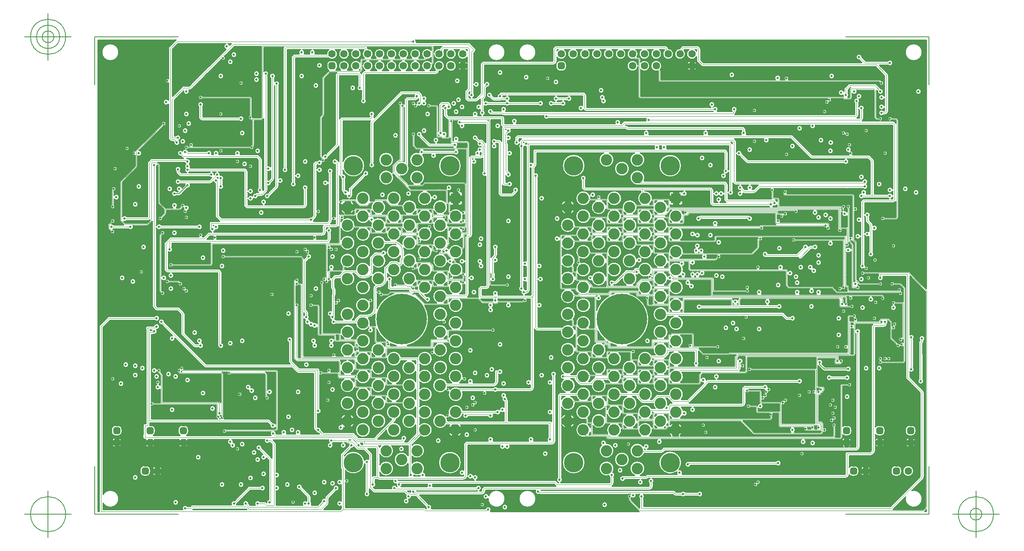
<source format=gbr>
G04 Generated by Ultiboard 14.2 *
%FSLAX24Y24*%
%MOIN*%

%ADD10C,0.0001*%
%ADD11C,0.0100*%
%ADD12C,0.0039*%
%ADD13C,0.0050*%
%ADD14C,0.1630*%
%ADD15C,0.4252*%
%ADD16C,0.0953*%
%ADD17R,0.0833X0.0833*%
%ADD18C,0.0633*%
%ADD19R,0.0208X0.0208*%
%ADD20C,0.0392*%
%ADD21C,0.0197*%


G04 ColorRGB 999999 for the following layer *
%LNCopper Inner 2*%
%LPD*%
G54D10*
G36*
X31911Y38888D02*
X31911Y38888D01*
X31771Y38747D01*
X31771Y36195D01*
G75*
D01*
G02X31771Y36005I229J-95*
G01*
X31771Y36005D01*
X31771Y35381D01*
G75*
D01*
G02X31695Y34971I-171J-181*
G01*
X31695Y34971D01*
X31929Y34971D01*
X32329Y35371D01*
X32329Y37800D01*
G75*
D01*
G02X32379Y37921I171J0*
G01*
X32379Y37921D01*
X32479Y38021D01*
G74*
D01*
G02X32586Y38070I121J121*
G01*
G75*
D01*
G02X32600Y38071I14J-170*
G01*
X32600Y38071D01*
X38429Y38071D01*
X38429Y38071D01*
X38429Y39100D01*
G75*
D01*
G02X38479Y39221I171J0*
G01*
X38479Y39221D01*
X38579Y39321D01*
G74*
D01*
G02X38686Y39370I121J121*
G01*
G75*
D01*
G02X38700Y39371I14J-170*
G01*
X38700Y39371D01*
X47900Y39371D01*
G75*
D01*
G02X47961Y39359I0J-171*
G01*
G74*
D01*
G02X48021Y39320I61J159*
G01*
X48021Y39320D01*
X48120Y39221D01*
G74*
D01*
G02X48170Y39116I120J121*
G01*
G75*
D01*
G02X47829Y38995I-30J-456*
G01*
X47829Y38995D01*
X47829Y39029D01*
X47829Y39029D01*
X47408Y39029D01*
G75*
D01*
G02X46872Y39029I-268J-369*
G01*
X46872Y39029D01*
X46408Y39029D01*
G75*
D01*
G02X45872Y39029I-268J-369*
G01*
X45872Y39029D01*
X45408Y39029D01*
G75*
D01*
G02X45522Y38410I-268J-369*
G01*
X45522Y38410D01*
X45650Y38410D01*
G75*
D01*
G02X45675Y38407I0J-110*
G01*
G74*
D01*
G02X45728Y38377I25J107*
G01*
X45728Y38377D01*
X45777Y38328D01*
G74*
D01*
G02X45810Y38250I77J78*
G01*
X45810Y38250D01*
X45810Y37975D01*
G75*
D01*
G02X45810Y37345I330J-315*
G01*
X45810Y37345D01*
X45810Y35110D01*
X62850Y35110D01*
G75*
D01*
G02X62869Y35108I0J-110*
G01*
G75*
D01*
G02X62852Y35203I231J92*
G01*
G75*
D01*
G02X62929Y35495I-152J197*
G01*
X62929Y35495D01*
X62929Y35700D01*
G75*
D01*
G02X62979Y35821I171J0*
G01*
X62979Y35821D01*
X63279Y36121D01*
G75*
D01*
G02X63400Y36171I121J-121*
G01*
X63400Y36171D01*
X65539Y36171D01*
G74*
D01*
G02X65660Y36120I0J171*
G01*
X65660Y36120D01*
X65991Y35789D01*
X65991Y35789D01*
X66034Y35746D01*
G75*
D01*
G02X65755Y35543I-34J-246*
G01*
X65755Y35543D01*
X65685Y35613D01*
X65685Y33357D01*
X65732Y33310D01*
X65847Y33310D01*
G75*
D01*
G02X66055Y33021I153J-110*
G01*
X66055Y33021D01*
X66745Y33021D01*
G75*
D01*
G02X66953Y33310I55J179*
G01*
X66953Y33310D01*
X67275Y33310D01*
G75*
D01*
G02X67306Y33305I0J-110*
G01*
G74*
D01*
G02X67353Y33277I31J105*
G01*
X67353Y33277D01*
X67477Y33153D01*
G74*
D01*
G02X67510Y33075I77J78*
G01*
X67510Y33075D01*
X67510Y24850D01*
G75*
D01*
G02X67477Y24772I-110J0*
G01*
X67477Y24772D01*
X67428Y24723D01*
G74*
D01*
G02X67350Y24690I78J77*
G01*
X67350Y24690D01*
X66353Y24690D01*
G75*
D01*
G02X66353Y24910I-153J110*
G01*
X66353Y24910D01*
X67290Y24910D01*
X67290Y26249D01*
X67221Y26180D01*
G74*
D01*
G02X67161Y26141I121J120*
G01*
G75*
D01*
G02X67100Y26129I-61J159*
G01*
X67100Y26129D01*
X64671Y26129D01*
X64671Y26129D01*
X64671Y25195D01*
G75*
D01*
G02X65071Y24919I229J-95*
G01*
X65071Y24919D01*
X65071Y24671D01*
X65320Y24421D01*
G74*
D01*
G02X65371Y24300I120J121*
G01*
X65371Y24300D01*
X65371Y24212D01*
G75*
D01*
G02X65371Y23788I129J-212*
G01*
X65371Y23788D01*
X65371Y21981D01*
G75*
D01*
G02X65029Y21981I-171J-181*
G01*
X65029Y21981D01*
X65029Y23288D01*
G75*
D01*
G02X64671Y23405I-129J212*
G01*
X64671Y23405D01*
X64671Y20981D01*
G75*
D01*
G02X64748Y20780I-171J-181*
G01*
G75*
D01*
G02X64613Y20579I52J-180*
G01*
G75*
D01*
G02X64329Y20981I-113J221*
G01*
X64329Y20981D01*
X64329Y23205D01*
G75*
D01*
G02X64329Y23395I-229J95*
G01*
X64329Y23395D01*
X64329Y24488D01*
G75*
D01*
G02X64329Y24912I-129J212*
G01*
X64329Y24912D01*
X64329Y26200D01*
G75*
D01*
G02X64379Y26321I171J0*
G01*
X64379Y26321D01*
X64479Y26421D01*
G74*
D01*
G02X64586Y26470I121J121*
G01*
G75*
D01*
G02X64600Y26471I14J-170*
G01*
X64600Y26471D01*
X66705Y26471D01*
G74*
D01*
G02X66619Y26529I95J229*
G01*
X66619Y26529D01*
X64581Y26529D01*
G75*
D01*
G02X64358Y26945I-181J171*
G01*
G75*
D01*
G02X64812Y26871I242J55*
G01*
X64812Y26871D01*
X65129Y26871D01*
X65129Y29629D01*
X64929Y29829D01*
X63195Y29829D01*
G75*
D01*
G02X62919Y29429I-95J-229*
G01*
X62919Y29429D01*
X54800Y29429D01*
G75*
D01*
G02X54740Y29440I0J171*
G01*
G74*
D01*
G02X54679Y29479I60J160*
G01*
X54679Y29479D01*
X54107Y30052D01*
G75*
D01*
G02X53871Y30205I-7J248*
G01*
X53871Y30205D01*
X53871Y27971D01*
X53871Y27971D01*
X64462Y27971D01*
G75*
D01*
G02X64847Y27700I238J-71*
G01*
G75*
D01*
G02X64519Y27329I-147J-200*
G01*
X64519Y27329D01*
X63436Y27329D01*
G74*
D01*
G02X63476Y27267I136J129*
G01*
X63476Y27267D01*
X63367Y27267D01*
X63367Y27329D01*
X63233Y27329D01*
X63233Y27267D01*
X63124Y27267D01*
G74*
D01*
G02X63164Y27329I176J67*
G01*
X63164Y27329D01*
X57036Y27329D01*
G75*
D01*
G02X57010Y27047I-136J-129*
G01*
X57010Y27047D01*
X57010Y26610D01*
X57350Y26610D01*
G75*
D01*
G02X57375Y26607I0J-110*
G01*
G74*
D01*
G02X57428Y26577I25J107*
G01*
X57428Y26577D01*
X57477Y26528D01*
G74*
D01*
G02X57510Y26450I77J78*
G01*
X57510Y26450D01*
X57510Y25910D01*
X62747Y25910D01*
G75*
D01*
G02X62946Y25618I153J-110*
G01*
G75*
D01*
G02X62980Y25448I-146J-118*
G01*
G75*
D01*
G02X63190Y25360I20J-248*
G01*
X63190Y25360D01*
X63190Y25647D01*
G75*
D01*
G02X63410Y25647I110J153*
G01*
X63410Y25647D01*
X63410Y23265D01*
G75*
D01*
G02X63590Y23265I90J-165*
G01*
X63590Y23265D01*
X63590Y26690D01*
X57950Y26690D01*
G75*
D01*
G02X57920Y26695I0J110*
G01*
G74*
D01*
G02X57873Y26723I30J105*
G01*
X57873Y26723D01*
X57823Y26773D01*
G75*
D01*
G02X57790Y26850I77J77*
G01*
X57790Y26850D01*
X57790Y27000D01*
G74*
D01*
G02X57813Y27067I110J0*
G01*
G75*
D01*
G02X58125Y26910I187J-17*
G01*
X58125Y26910D01*
X63650Y26910D01*
G75*
D01*
G02X63675Y26907I0J-110*
G01*
G74*
D01*
G02X63728Y26877I25J107*
G01*
X63728Y26877D01*
X63777Y26828D01*
G74*
D01*
G02X63810Y26750I77J78*
G01*
X63810Y26750D01*
X63810Y25765D01*
G75*
D01*
G02X63810Y25435I90J-165*
G01*
X63810Y25435D01*
X63810Y23010D01*
X63850Y23010D01*
G75*
D01*
G02X63875Y23007I0J-110*
G01*
G74*
D01*
G02X63928Y22977I25J107*
G01*
X63928Y22977D01*
X63977Y22928D01*
G74*
D01*
G02X64010Y22850I77J78*
G01*
X64010Y22850D01*
X64010Y19695D01*
X64295Y19410D01*
X65847Y19410D01*
G75*
D01*
G02X65847Y19190I153J-110*
G01*
X65847Y19190D01*
X64250Y19190D01*
G75*
D01*
G02X64173Y19223I0J110*
G01*
X64173Y19223D01*
X64144Y19251D01*
G74*
D01*
G02X64121Y19187I244J49*
G01*
G75*
D01*
G02X63932Y18915I-21J-187*
G01*
X63932Y18915D01*
X63625Y18915D01*
G75*
D01*
G02X63515Y19025I0J110*
G01*
X63515Y19025D01*
X63515Y22026D01*
G75*
D01*
G02X63135Y21965I-215J124*
G01*
X63135Y21965D01*
X63135Y20149D01*
G74*
D01*
G02X63183Y20176I114J149*
G01*
X63183Y20176D01*
X63183Y20067D01*
X63135Y20067D01*
X63135Y19933D01*
X63183Y19933D01*
X63183Y19824D01*
G74*
D01*
G02X63135Y19851I66J176*
G01*
X63135Y19851D01*
X63135Y19235D01*
X63250Y19235D01*
G74*
D01*
G02X63360Y19125I0J110*
G01*
X63360Y19125D01*
X63360Y18845D01*
X63395Y18810D01*
X67412Y18810D01*
G75*
D01*
G02X67746Y18682I188J-10*
G01*
G75*
D01*
G02X67512Y18490I-46J-182*
G01*
X67512Y18490D01*
X62350Y18490D01*
G75*
D01*
G02X62323Y18494I0J110*
G01*
G74*
D01*
G02X62273Y18523I27J106*
G01*
X62273Y18523D01*
X62048Y18747D01*
X62048Y18747D01*
X61905Y18890D01*
X60364Y18890D01*
G75*
D01*
G02X60045Y18890I-159J-190*
G01*
X60045Y18890D01*
X58275Y18890D01*
G75*
D01*
G02X58198Y18923I0J110*
G01*
X58198Y18923D01*
X58023Y19098D01*
G75*
D01*
G02X57990Y19175I77J77*
G01*
X57990Y19175D01*
X57990Y20340D01*
X51205Y20340D01*
G75*
D01*
G02X50834Y20016I-205J-140*
G01*
G74*
D01*
G02X50760Y19910I234J84*
G01*
X50760Y19910D01*
X51850Y19910D01*
G75*
D01*
G02X51875Y19907I0J-110*
G01*
G74*
D01*
G02X51928Y19877I25J107*
G01*
X51928Y19877D01*
X51977Y19828D01*
G74*
D01*
G02X52010Y19750I77J78*
G01*
X52010Y19750D01*
X52010Y18810D01*
X54647Y18810D01*
G74*
D01*
G02X54687Y18850I153J110*
G01*
G75*
D01*
G02X54913Y18850I113J150*
G01*
G75*
D01*
G02X54647Y18590I-113J-150*
G01*
X54647Y18590D01*
X51950Y18590D01*
G75*
D01*
G02X51920Y18595I0J110*
G01*
G74*
D01*
G02X51910Y18598I30J105*
G01*
X51910Y18598D01*
X51910Y18446D01*
X55605Y18446D01*
G75*
D01*
G02X55667Y18810I195J154*
G01*
X55667Y18810D01*
X55667Y18833D01*
X55715Y18833D01*
G75*
D01*
G02X55995Y18446I85J-233*
G01*
X55995Y18446D01*
X58805Y18446D01*
G75*
D01*
G02X59195Y18446I195J154*
G01*
X59195Y18446D01*
X60605Y18446D01*
G75*
D01*
G02X60995Y18446I195J154*
G01*
X60995Y18446D01*
X61342Y18446D01*
G74*
D01*
G02X61274Y18533I107J154*
G01*
X61274Y18533D01*
X61383Y18533D01*
X61383Y18446D01*
X61516Y18446D01*
X61516Y18533D01*
X61625Y18533D01*
G74*
D01*
G02X61557Y18446I176J67*
G01*
X61557Y18446D01*
X66114Y18446D01*
G74*
D01*
G02X66191Y18414I0J110*
G01*
X66191Y18414D01*
X66277Y18328D01*
G74*
D01*
G02X66310Y18250I77J78*
G01*
X66310Y18250D01*
X66310Y18228D01*
G75*
D01*
G02X66078Y18217I-110J-153*
G01*
X66078Y18217D01*
X66068Y18227D01*
X65302Y18227D01*
G75*
D01*
G02X65098Y18227I-102J-227*
G01*
X65098Y18227D01*
X63639Y18227D01*
G75*
D01*
G02X63361Y18227I-139J-127*
G01*
X63361Y18227D01*
X63178Y18227D01*
G74*
D01*
G02X63210Y18150I78J77*
G01*
X63210Y18150D01*
X63210Y17753D01*
G75*
D01*
G02X63265Y17510I-110J-153*
G01*
X63265Y17510D01*
X63447Y17510D01*
G75*
D01*
G02X63447Y17290I153J-110*
G01*
X63447Y17290D01*
X62650Y17290D01*
G75*
D01*
G02X62620Y17295I0J110*
G01*
G74*
D01*
G02X62573Y17323I30J105*
G01*
X62573Y17323D01*
X62523Y17373D01*
G75*
D01*
G02X62490Y17450I77J77*
G01*
X62490Y17450D01*
X62490Y17905D01*
X62405Y17990D01*
X56660Y17990D01*
G75*
D01*
G02X56618Y17581I-160J-190*
G01*
X56618Y17581D01*
X57312Y17581D01*
G75*
D01*
G02X57292Y17240I170J-181*
G01*
X57292Y17240D01*
X54228Y17240D01*
G74*
D01*
G02X54163Y17199I120J121*
G01*
G75*
D01*
G02X54107Y17190I-55J162*
G01*
X54107Y17190D01*
X50920Y17190D01*
G75*
D01*
G02X50920Y17531I-181J171*
G01*
X50920Y17531D01*
X53392Y17531D01*
G75*
D01*
G02X53390Y17550I108J19*
G01*
X53390Y17550D01*
X53390Y17890D01*
X49510Y17890D01*
X49510Y16950D01*
G75*
D01*
G02X49506Y16921I-110J0*
G01*
X49506Y16921D01*
X57750Y16921D01*
G74*
D01*
G02X57871Y16870I0J171*
G01*
X57871Y16870D01*
X58171Y16571D01*
X58419Y16571D01*
G75*
D01*
G02X58419Y16229I181J-171*
G01*
X58419Y16229D01*
X58100Y16229D01*
G75*
D01*
G02X57979Y16279I0J171*
G01*
X57979Y16279D01*
X57679Y16579D01*
X54870Y16579D01*
G75*
D01*
G02X54530Y16579I-170J-79*
G01*
X54530Y16579D01*
X49039Y16579D01*
G75*
D01*
G02X48561Y16579I-239J-579*
G01*
X48561Y16579D01*
X48103Y16579D01*
G75*
D01*
G02X48090Y16960I-603J171*
G01*
X48090Y16960D01*
X48090Y17390D01*
X46450Y17390D01*
G75*
D01*
G02X46420Y17395I0J110*
G01*
G74*
D01*
G02X46373Y17423I30J105*
G01*
X46373Y17423D01*
X46323Y17473D01*
G75*
D01*
G02X46290Y17550I77J77*
G01*
X46290Y17550D01*
X46290Y17947D01*
G75*
D01*
G02X46235Y18190I110J153*
G01*
X46235Y18190D01*
X45550Y18190D01*
G75*
D01*
G02X45535Y18191I0J110*
G01*
G75*
D01*
G02X44726Y14110I-1285J-1866*
G01*
X44726Y14110D01*
X46690Y14110D01*
X46690Y14550D01*
G75*
D01*
G02X46723Y14627I110J0*
G01*
X46723Y14627D01*
X46773Y14677D01*
G74*
D01*
G02X46820Y14705I77J77*
G01*
G75*
D01*
G02X46850Y14710I30J-105*
G01*
X46850Y14710D01*
X47183Y14710D01*
G75*
D01*
G02X47817Y14710I317J540*
G01*
X47817Y14710D01*
X48090Y14710D01*
X48090Y14950D01*
G75*
D01*
G02X48123Y15027I110J0*
G01*
X48123Y15027D01*
X48173Y15077D01*
G74*
D01*
G02X48220Y15105I77J77*
G01*
G75*
D01*
G02X48250Y15110I30J-105*
G01*
X48250Y15110D01*
X48305Y15110D01*
X48373Y15177D01*
G74*
D01*
G02X48441Y15209I77J77*
G01*
G75*
D01*
G02X48450Y15210I9J-109*
G01*
X48450Y15210D01*
X50150Y15210D01*
G75*
D01*
G02X50175Y15207I0J-110*
G01*
G74*
D01*
G02X50228Y15177I25J107*
G01*
X50228Y15177D01*
X50277Y15128D01*
G74*
D01*
G02X50310Y15050I77J78*
G01*
X50310Y15050D01*
X50310Y14110D01*
X52147Y14110D01*
G75*
D01*
G02X52147Y13890I153J-110*
G01*
X52147Y13890D01*
X50715Y13890D01*
X51095Y13510D01*
X53208Y13510D01*
G74*
D01*
G02X53223Y13527I92J60*
G01*
X53223Y13527D01*
X53233Y13538D01*
G74*
D01*
G02X53277Y13565I78J77*
G01*
G75*
D01*
G02X53311Y13570I34J-104*
G01*
X53311Y13570D01*
X63165Y13570D01*
X63190Y13595D01*
X63190Y13835D01*
G75*
D01*
G02X63190Y14165I-90J165*
G01*
X63190Y14165D01*
X63190Y16550D01*
G75*
D01*
G02X63223Y16627I110J0*
G01*
X63223Y16627D01*
X63273Y16677D01*
G74*
D01*
G02X63320Y16705I77J77*
G01*
G75*
D01*
G02X63350Y16710I30J-105*
G01*
X63350Y16710D01*
X63647Y16710D01*
G75*
D01*
G02X63946Y16482I153J-110*
G01*
G75*
D01*
G02X64065Y16210I-46J-182*
G01*
X64065Y16210D01*
X65805Y16210D01*
X65991Y16396D01*
G74*
D01*
G02X66057Y16427I77J78*
G01*
G75*
D01*
G02X66068Y16428I11J-109*
G01*
X66068Y16428D01*
X66669Y16428D01*
G74*
D01*
G02X66747Y16395I0J110*
G01*
X66747Y16395D01*
X66959Y16183D01*
G74*
D01*
G02X66991Y16106I77J77*
G01*
X66991Y16106D01*
X66991Y15753D01*
G74*
D01*
G02X67054Y15782I109J153*
G01*
G75*
D01*
G02X67246Y15718I146J118*
G01*
G75*
D01*
G02X66991Y15447I-146J-118*
G01*
X66991Y15447D01*
X66991Y14764D01*
X67470Y14285D01*
G75*
D01*
G02X67618Y14246I30J-185*
G01*
G75*
D01*
G02X67890Y14365I182J-46*
G01*
X67890Y14365D01*
X67890Y14635D01*
X67885Y14630D01*
G75*
D01*
G02X67730Y14785I-185J-30*
G01*
X67730Y14785D01*
X67790Y14845D01*
X67790Y17590D01*
X67253Y17590D01*
G74*
D01*
G02X67186Y17533I153J110*
G01*
G75*
D01*
G02X67014Y17533I-86J-233*
G01*
G75*
D01*
G02X67253Y17810I86J167*
G01*
X67253Y17810D01*
X67850Y17810D01*
G75*
D01*
G02X67875Y17807I0J-110*
G01*
G74*
D01*
G02X67890Y17802I25J107*
G01*
X67890Y17802D01*
X67890Y18905D01*
X67605Y19190D01*
X67153Y19190D01*
G75*
D01*
G02X67153Y19410I-153J110*
G01*
X67153Y19410D01*
X67650Y19410D01*
G75*
D01*
G02X67655Y19409I0J-110*
G01*
G74*
D01*
G02X67728Y19377I5J109*
G01*
X67728Y19377D01*
X68077Y19028D01*
G74*
D01*
G02X68110Y18950I77J78*
G01*
X68110Y18950D01*
X68110Y12750D01*
G75*
D01*
G02X68077Y12672I-110J0*
G01*
X68077Y12672D01*
X68028Y12623D01*
G74*
D01*
G02X67950Y12590I78J77*
G01*
X67950Y12590D01*
X66153Y12590D01*
G75*
D01*
G02X65887Y12850I-153J110*
G01*
G75*
D01*
G02X66113Y12850I113J150*
G01*
G74*
D01*
G02X66153Y12810I113J150*
G01*
X66153Y12810D01*
X67890Y12810D01*
X67890Y14035D01*
G75*
D01*
G02X67682Y14054I-90J165*
G01*
G75*
D01*
G02X67315Y14130I-182J46*
G01*
X67315Y14130D01*
X66804Y14641D01*
G75*
D01*
G02X66772Y14718I78J77*
G01*
X66772Y14718D01*
X66772Y16060D01*
X66624Y16209D01*
X66623Y16209D01*
G75*
D01*
G02X66571Y15919I-223J-109*
G01*
X66571Y15919D01*
X66571Y15900D01*
G75*
D01*
G02X66520Y15779I-171J0*
G01*
X66520Y15779D01*
X66421Y15680D01*
G74*
D01*
G02X66361Y15641I121J120*
G01*
G75*
D01*
G02X66300Y15629I-61J159*
G01*
X66300Y15629D01*
X65571Y15629D01*
X65571Y15629D01*
X65571Y7253D01*
G75*
D01*
G02X65836Y7382I265J-209*
G01*
X65836Y7382D01*
X66044Y7382D01*
G74*
D01*
G02X66382Y7044I0J338*
G01*
X66382Y7044D01*
X66382Y6836D01*
G75*
D01*
G02X66044Y6498I-338J0*
G01*
X66044Y6498D01*
X65836Y6498D01*
G75*
D01*
G02X65571Y6627I0J338*
G01*
X65571Y6627D01*
X65571Y6208D01*
G74*
D01*
G02X65778Y6367I369J268*
G01*
X65778Y6367D01*
X65778Y6102D01*
X65571Y6102D01*
X65571Y5778D01*
X65757Y5778D01*
G74*
D01*
G02X65724Y5833I143J122*
G01*
X65724Y5833D01*
X65801Y5833D01*
G75*
D01*
G02X65767Y5967I139J107*
G01*
X65767Y5967D01*
X65724Y5967D01*
G74*
D01*
G02X65826Y6072I176J67*
G01*
G75*
D01*
G02X66072Y5826I114J-132*
G01*
G74*
D01*
G02X65967Y5724I172J74*
G01*
X65967Y5724D01*
X65967Y5767D01*
G75*
D01*
G02X65833Y5801I-27J173*
G01*
X65833Y5801D01*
X65833Y5724D01*
G74*
D01*
G02X65778Y5757I67J176*
G01*
X65778Y5757D01*
X65778Y5513D01*
G74*
D01*
G02X65571Y5672I162J427*
G01*
X65571Y5672D01*
X65571Y5200D01*
G75*
D01*
G02X65520Y5079I-171J0*
G01*
X65520Y5079D01*
X65321Y4880D01*
G74*
D01*
G02X65256Y4839I121J120*
G01*
G75*
D01*
G02X65200Y4829I-56J161*
G01*
X65200Y4829D01*
X63371Y4829D01*
X63371Y3853D01*
G75*
D01*
G02X63636Y3982I265J-209*
G01*
X63636Y3982D01*
X63844Y3982D01*
G74*
D01*
G02X64182Y3644I0J338*
G01*
X64182Y3644D01*
X64182Y3436D01*
G75*
D01*
G02X63844Y3098I-338J0*
G01*
X63844Y3098D01*
X63636Y3098D01*
G75*
D01*
G02X63371Y3227I0J338*
G01*
X63371Y3227D01*
X63371Y3200D01*
G75*
D01*
G02X63320Y3079I-171J0*
G01*
X63320Y3079D01*
X63221Y2980D01*
G74*
D01*
G02X63161Y2941I121J120*
G01*
G75*
D01*
G02X63100Y2929I-61J159*
G01*
X63100Y2929D01*
X46795Y2929D01*
G75*
D01*
G02X46871Y2519I-95J-229*
G01*
X46871Y2519D01*
X46871Y2200D01*
G75*
D01*
G02X46820Y2079I-171J0*
G01*
X46820Y2079D01*
X46721Y1980D01*
G74*
D01*
G02X46600Y1929I121J120*
G01*
X46600Y1929D01*
X37412Y1929D01*
X37417Y1921D01*
X37417Y1921D01*
X48600Y1921D01*
G74*
D01*
G02X48721Y1870I0J171*
G01*
X48721Y1870D01*
X48821Y1771D01*
X49219Y1771D01*
G75*
D01*
G02X49581Y1771I181J-171*
G01*
X49581Y1771D01*
X50619Y1771D01*
G75*
D01*
G02X50619Y1429I181J-171*
G01*
X50619Y1429D01*
X49581Y1429D01*
G75*
D01*
G02X49219Y1429I-181J171*
G01*
X49219Y1429D01*
X48750Y1429D01*
G75*
D01*
G02X48629Y1479I0J171*
G01*
X48629Y1479D01*
X48529Y1579D01*
X46072Y1579D01*
G75*
D01*
G02X46071Y1219I-172J-179*
G01*
X46071Y1219D01*
X46071Y571D01*
X66829Y571D01*
X69329Y3071D01*
X69329Y10129D01*
X68179Y11279D01*
G75*
D01*
G02X68129Y11400I121J121*
G01*
X68129Y11400D01*
X68129Y19929D01*
X66212Y19929D01*
G75*
D01*
G02X65829Y19981I-212J-129*
G01*
X65829Y19981D01*
X65829Y20100D01*
G74*
D01*
G02X65832Y20130I171J0*
G01*
X65832Y20130D01*
X64674Y20130D01*
G75*
D01*
G02X64614Y20349I-174J70*
G01*
X64614Y20349D01*
X65991Y20349D01*
X65991Y20349D01*
X68360Y20349D01*
G75*
D01*
G02X68404Y20340I1J-110*
G01*
G74*
D01*
G02X68438Y20317I43J101*
G01*
X68438Y20317D01*
X69849Y18906D01*
X69849Y39849D01*
X26899Y39849D01*
G75*
D01*
G02X26944Y39651I-199J-149*
G01*
X26944Y39651D01*
X31320Y39651D01*
G74*
D01*
G02X31441Y39601I0J171*
G01*
X31441Y39601D01*
X31912Y39130D01*
G75*
D01*
G02X31911Y38888I-121J-121*
G01*
D02*
G37*
%LPC*%
G36*
X55424Y18833D02*
X55424Y18833D01*
X55533Y18833D01*
X55533Y18724D01*
G74*
D01*
G02X55424Y18833I67J176*
G01*
D02*
G37*
G36*
X47465Y37340D02*
X47465Y37340D01*
X47477Y37328D01*
G74*
D01*
G02X47510Y37250I77J78*
G01*
X47510Y37250D01*
X47510Y36510D01*
X57148Y36510D01*
G75*
D01*
G02X57568Y36510I210J132*
G01*
X57568Y36510D01*
X57935Y36510D01*
G75*
D01*
G02X58265Y36510I165J90*
G01*
X58265Y36510D01*
X65900Y36510D01*
G74*
D01*
G02X65978Y36477I0J110*
G01*
X65978Y36477D01*
X65991Y36464D01*
X65991Y36464D01*
X66070Y36385D01*
G75*
D01*
G02X65915Y36230I30J-185*
G01*
X65915Y36230D01*
X65855Y36290D01*
X47412Y36290D01*
G75*
D01*
G02X47334Y36323I0J110*
G01*
X47334Y36323D01*
X47323Y36334D01*
G75*
D01*
G02X47290Y36412I77J78*
G01*
X47290Y36412D01*
X47290Y37205D01*
X47272Y37223D01*
G75*
D01*
G02X47465Y37340I-132J437*
G01*
D02*
G37*
G36*
X49596Y37645D02*
G75*
D01*
G02X49596Y37645I-456J15*
G01*
D02*
G37*
G36*
X50314Y37645D02*
G75*
D01*
G02X50314Y37645I-174J15*
G01*
D02*
G37*
G36*
X66200Y36959D02*
X66200Y36959D01*
X65991Y37168D01*
X65991Y37168D01*
X65569Y37590D01*
X51040Y37590D01*
G75*
D01*
G02X50919Y37640I-1J171*
G01*
X50919Y37640D01*
X50579Y37979D01*
G75*
D01*
G02X50529Y38100I121J121*
G01*
X50529Y38100D01*
X50529Y38422D01*
G75*
D01*
G02X49872Y39029I-389J238*
G01*
X49872Y39029D01*
X49471Y39029D01*
X49471Y39029D01*
X49471Y38975D01*
G75*
D01*
G02X49130Y39117I-331J-315*
G01*
G74*
D01*
G02X49179Y39221I170J17*
G01*
X49179Y39221D01*
X49279Y39321D01*
G75*
D01*
G02X49400Y39371I121J-121*
G01*
X49400Y39371D01*
X50600Y39371D01*
G74*
D01*
G02X50721Y39320I0J171*
G01*
X50721Y39320D01*
X50820Y39221D01*
G74*
D01*
G02X50871Y39100I120J121*
G01*
X50871Y39100D01*
X50871Y38171D01*
X51110Y37931D01*
X64428Y37931D01*
X64207Y38152D01*
G75*
D01*
G02X64448Y38393I-7J248*
G01*
X64448Y38393D01*
X64771Y38071D01*
X66619Y38071D01*
G75*
D01*
G02X66619Y37729I181J-171*
G01*
X66619Y37729D01*
X65912Y37729D01*
X65991Y37650D01*
X66620Y37021D01*
G74*
D01*
G02X66671Y36900I120J121*
G01*
X66671Y36900D01*
X66671Y33800D01*
G75*
D01*
G02X66620Y33679I-171J0*
G01*
X66620Y33679D01*
X66521Y33580D01*
G74*
D01*
G02X66461Y33541I121J120*
G01*
G75*
D01*
G02X66400Y33529I-61J159*
G01*
X66400Y33529D01*
X66281Y33529D01*
G75*
D01*
G02X66281Y33871I-181J171*
G01*
X66281Y33871D01*
X66329Y33871D01*
X66329Y33871D01*
X66329Y34105D01*
G75*
D01*
G02X66329Y34295I-229J95*
G01*
X66329Y34295D01*
X66329Y34905D01*
G75*
D01*
G02X66329Y35095I-229J95*
G01*
X66329Y35095D01*
X66329Y36829D01*
X66259Y36900D01*
G74*
D01*
G02X66276Y36867I159J100*
G01*
X66276Y36867D01*
X66167Y36867D01*
X66167Y36976D01*
G74*
D01*
G02X66200Y36959I67J176*
G01*
D02*
G37*
G36*
X48596Y37645D02*
G75*
D01*
G02X48596Y37645I-456J15*
G01*
D02*
G37*
G36*
X66033Y36624D02*
G74*
D01*
G02X65924Y36733I67J176*
G01*
X65924Y36733D01*
X66033Y36733D01*
X66033Y36624D01*
D02*
G37*
G36*
X66033Y36976D02*
X66033Y36976D01*
X66033Y36867D01*
X65924Y36867D01*
G74*
D01*
G02X66033Y36976I176J67*
G01*
D02*
G37*
G36*
X61274Y18667D02*
G74*
D01*
G02X61383Y18776I175J67*
G01*
X61383Y18776D01*
X61383Y18667D01*
X61274Y18667D01*
D02*
G37*
G36*
X61625Y18667D02*
X61625Y18667D01*
X61516Y18667D01*
X61516Y18776D01*
G74*
D01*
G02X61625Y18667I67J176*
G01*
D02*
G37*
G36*
X65967Y14676D02*
G74*
D01*
G02X66076Y14567I67J176*
G01*
X66076Y14567D01*
X65967Y14567D01*
X65967Y14676D01*
D02*
G37*
G36*
X65967Y14324D02*
X65967Y14324D01*
X65967Y14433D01*
X66076Y14433D01*
G74*
D01*
G02X65967Y14324I176J67*
G01*
D02*
G37*
G36*
X66146Y12167D02*
G75*
D01*
G02X66148Y12211I-246J33*
G01*
G74*
D01*
G02X66233Y12276I152J111*
G01*
X66233Y12276D01*
X66233Y12167D01*
X66146Y12167D01*
D02*
G37*
G36*
X57212Y28196D02*
G75*
D01*
G02X57212Y28196I188J4*
G01*
D02*
G37*
G36*
X64175Y28196D02*
G75*
D01*
G02X64175Y28196I225J104*
G01*
D02*
G37*
G36*
X65991Y23588D02*
G75*
D01*
G02X65991Y23588I9J-188*
G01*
D02*
G37*
G36*
X66276Y36733D02*
G74*
D01*
G02X66167Y36624I176J67*
G01*
X66167Y36624D01*
X66167Y36733D01*
X66276Y36733D01*
D02*
G37*
G36*
X66041Y36800D02*
G75*
D01*
G02X66041Y36800I59J0*
G01*
D02*
G37*
G36*
X61390Y18600D02*
G75*
D01*
G02X61390Y18600I59J0*
G01*
D02*
G37*
G36*
X65841Y14500D02*
G75*
D01*
G02X65841Y14500I59J0*
G01*
D02*
G37*
G36*
X65833Y14324D02*
G74*
D01*
G02X65724Y14433I67J176*
G01*
X65724Y14433D01*
X65833Y14433D01*
X65833Y14324D01*
D02*
G37*
G36*
X65724Y14567D02*
G74*
D01*
G02X65833Y14676I176J67*
G01*
X65833Y14676D01*
X65833Y14567D01*
X65724Y14567D01*
D02*
G37*
G36*
X57152Y19200D02*
G75*
D01*
G02X57152Y19200I248J0*
G01*
D02*
G37*
G36*
X66550Y13113D02*
G75*
D01*
G02X66550Y12887I150J-113*
G01*
G75*
D01*
G02X66550Y13113I-150J113*
G01*
D02*
G37*
G36*
X68086Y38800D02*
G75*
D01*
G02X68086Y38800I714J0*
G01*
D02*
G37*
G36*
X63190Y20000D02*
G75*
D01*
G02X63190Y20000I59J0*
G01*
D02*
G37*
G36*
X63425Y19933D02*
G74*
D01*
G02X63316Y19824I176J67*
G01*
X63316Y19824D01*
X63316Y19933D01*
X63425Y19933D01*
D02*
G37*
G36*
X63316Y20176D02*
G74*
D01*
G02X63425Y20067I67J176*
G01*
X63425Y20067D01*
X63316Y20067D01*
X63316Y20176D01*
D02*
G37*
G36*
X51952Y20000D02*
G75*
D01*
G02X51952Y20000I248J0*
G01*
D02*
G37*
G36*
X55667Y19076D02*
G74*
D01*
G02X55776Y18967I67J176*
G01*
X55776Y18967D01*
X55667Y18967D01*
X55667Y19076D01*
D02*
G37*
G36*
X55424Y18967D02*
G74*
D01*
G02X55533Y19076I176J67*
G01*
X55533Y19076D01*
X55533Y18967D01*
X55424Y18967D01*
D02*
G37*
G36*
X52452Y19900D02*
G75*
D01*
G02X52452Y19900I248J0*
G01*
D02*
G37*
G36*
X55541Y18900D02*
G75*
D01*
G02X55541Y18900I59J0*
G01*
D02*
G37*
G36*
X46152Y14500D02*
G75*
D01*
G02X46152Y14500I248J0*
G01*
D02*
G37*
G36*
X50567Y37498D02*
G74*
D01*
G02X50302Y37233I427J162*
G01*
X50302Y37233D01*
X50302Y37498D01*
X50567Y37498D01*
D02*
G37*
G36*
X49978Y37233D02*
G74*
D01*
G02X49713Y37498I162J427*
G01*
X49713Y37498D01*
X49978Y37498D01*
X49978Y37233D01*
D02*
G37*
G36*
X53252Y36900D02*
G75*
D01*
G02X53252Y36900I248J0*
G01*
D02*
G37*
G36*
X64233Y37224D02*
G74*
D01*
G02X64124Y37333I67J176*
G01*
X64124Y37333D01*
X64233Y37333D01*
X64233Y37224D01*
D02*
G37*
G36*
X64476Y37333D02*
G74*
D01*
G02X64367Y37224I176J67*
G01*
X64367Y37224D01*
X64367Y37333D01*
X64476Y37333D01*
D02*
G37*
G36*
X64367Y37576D02*
G74*
D01*
G02X64476Y37467I67J176*
G01*
X64476Y37467D01*
X64367Y37467D01*
X64367Y37576D01*
D02*
G37*
G36*
X64124Y37467D02*
G74*
D01*
G02X64233Y37576I176J67*
G01*
X64233Y37576D01*
X64233Y37467D01*
X64124Y37467D01*
D02*
G37*
G36*
X61652Y36800D02*
G75*
D01*
G02X61652Y36800I248J0*
G01*
D02*
G37*
G36*
X64241Y37400D02*
G75*
D01*
G02X64241Y37400I59J0*
G01*
D02*
G37*
G36*
X64041Y29500D02*
G75*
D01*
G02X64041Y29500I59J0*
G01*
D02*
G37*
G36*
X64033Y29324D02*
G74*
D01*
G02X63924Y29433I67J176*
G01*
X63924Y29433D01*
X64033Y29433D01*
X64033Y29324D01*
D02*
G37*
G36*
X64276Y29433D02*
G74*
D01*
G02X64167Y29324I176J67*
G01*
X64167Y29324D01*
X64167Y29433D01*
X64276Y29433D01*
D02*
G37*
G36*
X64167Y29676D02*
G74*
D01*
G02X64276Y29567I67J176*
G01*
X64276Y29567D01*
X64167Y29567D01*
X64167Y29676D01*
D02*
G37*
G36*
X63924Y29567D02*
G74*
D01*
G02X64033Y29676I176J67*
G01*
X64033Y29676D01*
X64033Y29567D01*
X63924Y29567D01*
D02*
G37*
G36*
X58324Y38518D02*
G74*
D01*
G02X58433Y38627I176J66*
G01*
X58433Y38627D01*
X58433Y38518D01*
X58324Y38518D01*
D02*
G37*
G36*
X58567Y38627D02*
G74*
D01*
G02X58676Y38518I67J175*
G01*
X58676Y38518D01*
X58567Y38518D01*
X58567Y38627D01*
D02*
G37*
G36*
X58676Y38385D02*
G74*
D01*
G02X58567Y38276I176J67*
G01*
X58567Y38276D01*
X58567Y38385D01*
X58676Y38385D01*
D02*
G37*
G36*
X58433Y38276D02*
G74*
D01*
G02X58324Y38385I67J176*
G01*
X58324Y38385D01*
X58433Y38385D01*
X58433Y38276D01*
D02*
G37*
G36*
X58441Y38452D02*
G75*
D01*
G02X58441Y38452I59J0*
G01*
D02*
G37*
G36*
X60524Y38467D02*
G74*
D01*
G02X60633Y38576I176J67*
G01*
X60633Y38576D01*
X60633Y38467D01*
X60524Y38467D01*
D02*
G37*
G36*
X60633Y38224D02*
G74*
D01*
G02X60524Y38333I67J176*
G01*
X60524Y38333D01*
X60633Y38333D01*
X60633Y38224D01*
D02*
G37*
G36*
X60767Y38576D02*
G74*
D01*
G02X60876Y38467I67J176*
G01*
X60876Y38467D01*
X60767Y38467D01*
X60767Y38576D01*
D02*
G37*
G36*
X60876Y38333D02*
G74*
D01*
G02X60767Y38224I176J67*
G01*
X60767Y38224D01*
X60767Y38333D01*
X60876Y38333D01*
D02*
G37*
G36*
X60641Y38400D02*
G75*
D01*
G02X60641Y38400I59J0*
G01*
D02*
G37*
G36*
X63767Y38576D02*
G74*
D01*
G02X63876Y38467I67J176*
G01*
X63876Y38467D01*
X63767Y38467D01*
X63767Y38576D01*
D02*
G37*
G36*
X63876Y38333D02*
G74*
D01*
G02X63767Y38224I176J67*
G01*
X63767Y38224D01*
X63767Y38333D01*
X63876Y38333D01*
D02*
G37*
G36*
X63524Y38467D02*
G74*
D01*
G02X63633Y38576I176J67*
G01*
X63633Y38576D01*
X63633Y38467D01*
X63524Y38467D01*
D02*
G37*
G36*
X63633Y38224D02*
G74*
D01*
G02X63524Y38333I67J176*
G01*
X63524Y38333D01*
X63633Y38333D01*
X63633Y38224D01*
D02*
G37*
G36*
X63641Y38400D02*
G75*
D01*
G02X63641Y38400I59J0*
G01*
D02*
G37*
G36*
X50302Y38087D02*
G74*
D01*
G02X50567Y37822I162J427*
G01*
X50567Y37822D01*
X50302Y37822D01*
X50302Y38087D01*
D02*
G37*
G36*
X49713Y37822D02*
G74*
D01*
G02X49978Y38087I427J162*
G01*
X49978Y38087D01*
X49978Y37822D01*
X49713Y37822D01*
D02*
G37*
G36*
X32986Y38800D02*
G75*
D01*
G02X32986Y38800I714J0*
G01*
D02*
G37*
G36*
X35586Y38800D02*
G75*
D01*
G02X35586Y38800I714J0*
G01*
D02*
G37*
G36*
X56367Y2576D02*
G74*
D01*
G02X56476Y2467I67J176*
G01*
X56476Y2467D01*
X56367Y2467D01*
X56367Y2576D01*
D02*
G37*
G36*
X56124Y2467D02*
G74*
D01*
G02X56233Y2576I176J67*
G01*
X56233Y2576D01*
X56233Y2467D01*
X56124Y2467D01*
D02*
G37*
G36*
X55513Y2587D02*
G75*
D01*
G02X55687Y2413I187J13*
G01*
G75*
D01*
G02X55513Y2587I-187J-13*
G01*
D02*
G37*
G36*
X54141Y2500D02*
G75*
D01*
G02X54141Y2500I59J0*
G01*
D02*
G37*
G36*
X54024Y2567D02*
G74*
D01*
G02X54133Y2676I176J67*
G01*
X54133Y2676D01*
X54133Y2567D01*
X54024Y2567D01*
D02*
G37*
G36*
X54267Y2676D02*
G74*
D01*
G02X54376Y2567I67J176*
G01*
X54376Y2567D01*
X54267Y2567D01*
X54267Y2676D01*
D02*
G37*
G36*
X52041Y2600D02*
G75*
D01*
G02X52041Y2600I59J0*
G01*
D02*
G37*
G36*
X52276Y2533D02*
G74*
D01*
G02X52167Y2424I176J67*
G01*
X52167Y2424D01*
X52167Y2533D01*
X52276Y2533D01*
D02*
G37*
G36*
X52167Y2776D02*
G74*
D01*
G02X52276Y2667I67J176*
G01*
X52276Y2667D01*
X52167Y2667D01*
X52167Y2776D01*
D02*
G37*
G36*
X52033Y2424D02*
G74*
D01*
G02X51924Y2533I67J176*
G01*
X51924Y2533D01*
X52033Y2533D01*
X52033Y2424D01*
D02*
G37*
G36*
X51924Y2667D02*
G74*
D01*
G02X52033Y2776I176J67*
G01*
X52033Y2776D01*
X52033Y2667D01*
X51924Y2667D01*
D02*
G37*
G36*
X56233Y2224D02*
G74*
D01*
G02X56124Y2333I67J176*
G01*
X56124Y2333D01*
X56233Y2333D01*
X56233Y2224D01*
D02*
G37*
G36*
X56476Y2333D02*
G74*
D01*
G02X56367Y2224I176J67*
G01*
X56367Y2224D01*
X56367Y2333D01*
X56476Y2333D01*
D02*
G37*
G36*
X56241Y2400D02*
G75*
D01*
G02X56241Y2400I59J0*
G01*
D02*
G37*
G36*
X54133Y2324D02*
G74*
D01*
G02X54024Y2433I67J176*
G01*
X54024Y2433D01*
X54133Y2433D01*
X54133Y2324D01*
D02*
G37*
G36*
X54376Y2433D02*
G74*
D01*
G02X54267Y2324I176J67*
G01*
X54267Y2324D01*
X54267Y2433D01*
X54376Y2433D01*
D02*
G37*
G36*
X53352Y16000D02*
G75*
D01*
G02X53352Y16000I248J0*
G01*
D02*
G37*
G36*
X55552Y15500D02*
G75*
D01*
G02X55552Y15500I248J0*
G01*
D02*
G37*
G36*
X53652Y15500D02*
G75*
D01*
G02X53652Y15500I248J0*
G01*
D02*
G37*
G36*
X52752Y15600D02*
G75*
D01*
G02X52752Y15600I248J0*
G01*
D02*
G37*
G36*
X54312Y14700D02*
G75*
D01*
G02X54312Y14700I188J0*
G01*
D02*
G37*
G36*
X53341Y13800D02*
G75*
D01*
G02X53341Y13800I59J0*
G01*
D02*
G37*
G36*
X53333Y13624D02*
G74*
D01*
G02X53224Y13733I67J176*
G01*
X53224Y13733D01*
X53333Y13733D01*
X53333Y13624D01*
D02*
G37*
G36*
X53224Y13867D02*
G74*
D01*
G02X53333Y13976I176J67*
G01*
X53333Y13976D01*
X53333Y13867D01*
X53224Y13867D01*
D02*
G37*
G36*
X52876Y13783D02*
G74*
D01*
G02X52767Y13674I176J67*
G01*
X52767Y13674D01*
X52767Y13783D01*
X52876Y13783D01*
D02*
G37*
G36*
X52767Y14026D02*
G74*
D01*
G02X52876Y13917I67J176*
G01*
X52876Y13917D01*
X52767Y13917D01*
X52767Y14026D01*
D02*
G37*
G36*
X53576Y13733D02*
G74*
D01*
G02X53467Y13624I176J67*
G01*
X53467Y13624D01*
X53467Y13733D01*
X53576Y13733D01*
D02*
G37*
G36*
X53467Y13976D02*
G74*
D01*
G02X53576Y13867I67J176*
G01*
X53576Y13867D01*
X53467Y13867D01*
X53467Y13976D01*
D02*
G37*
G36*
X52633Y13674D02*
G74*
D01*
G02X52524Y13783I67J176*
G01*
X52524Y13783D01*
X52633Y13783D01*
X52633Y13674D01*
D02*
G37*
G36*
X52524Y13917D02*
G74*
D01*
G02X52633Y14026I176J67*
G01*
X52633Y14026D01*
X52633Y13917D01*
X52524Y13917D01*
D02*
G37*
G36*
X52641Y13850D02*
G75*
D01*
G02X52641Y13850I59J0*
G01*
D02*
G37*
G36*
X68644Y7382D02*
G74*
D01*
G02X68982Y7044I0J338*
G01*
X68982Y7044D01*
X68982Y6836D01*
G75*
D01*
G02X68644Y6498I-338J0*
G01*
X68644Y6498D01*
X68436Y6498D01*
G75*
D01*
G02X68098Y6836I0J338*
G01*
X68098Y6836D01*
X68098Y7044D01*
G75*
D01*
G02X68436Y7382I338J0*
G01*
X68436Y7382D01*
X68644Y7382D01*
D02*
G37*
G36*
X66898Y3644D02*
G75*
D01*
G02X67236Y3982I338J0*
G01*
X67236Y3982D01*
X67444Y3982D01*
G74*
D01*
G02X67782Y3644I0J338*
G01*
X67782Y3644D01*
X67782Y3436D01*
G75*
D01*
G02X67444Y3098I-338J0*
G01*
X67444Y3098D01*
X67236Y3098D01*
G75*
D01*
G02X66898Y3436I0J338*
G01*
X66898Y3436D01*
X66898Y3644D01*
D02*
G37*
G36*
X67883Y3540D02*
G75*
D01*
G02X67883Y3540I457J0*
G01*
D02*
G37*
G36*
X66102Y6367D02*
G74*
D01*
G02X66367Y6102I162J427*
G01*
X66367Y6102D01*
X66102Y6102D01*
X66102Y6367D01*
D02*
G37*
G36*
X66367Y5778D02*
G74*
D01*
G02X66102Y5513I427J162*
G01*
X66102Y5513D01*
X66102Y5778D01*
X66367Y5778D01*
D02*
G37*
G36*
X68113Y6102D02*
G74*
D01*
G02X68378Y6367I427J162*
G01*
X68378Y6367D01*
X68378Y6102D01*
X68113Y6102D01*
D02*
G37*
G36*
X68365Y5940D02*
G75*
D01*
G02X68365Y5940I175J0*
G01*
D02*
G37*
G36*
X68378Y5513D02*
G74*
D01*
G02X68113Y5778I162J427*
G01*
X68113Y5778D01*
X68378Y5778D01*
X68378Y5513D01*
D02*
G37*
G36*
X68702Y6367D02*
G74*
D01*
G02X68967Y6102I162J427*
G01*
X68967Y6102D01*
X68702Y6102D01*
X68702Y6367D01*
D02*
G37*
G36*
X68967Y5778D02*
G74*
D01*
G02X68702Y5513I427J162*
G01*
X68702Y5513D01*
X68702Y5778D01*
X68967Y5778D01*
D02*
G37*
G36*
X66241Y12100D02*
G75*
D01*
G02X66241Y12100I59J0*
G01*
D02*
G37*
G36*
X66476Y12033D02*
G74*
D01*
G02X66367Y11924I176J67*
G01*
X66367Y11924D01*
X66367Y12033D01*
X66476Y12033D01*
D02*
G37*
G36*
X66367Y12276D02*
G74*
D01*
G02X66476Y12167I67J176*
G01*
X66476Y12167D01*
X66367Y12167D01*
X66367Y12276D01*
D02*
G37*
G36*
X66233Y11924D02*
G74*
D01*
G02X66124Y12033I67J176*
G01*
X66124Y12033D01*
X66233Y12033D01*
X66233Y11924D01*
D02*
G37*
G36*
X67852Y27300D02*
G75*
D01*
G02X67852Y27300I248J0*
G01*
D02*
G37*
G36*
X66912Y22500D02*
G75*
D01*
G02X66912Y22500I188J0*
G01*
D02*
G37*
G36*
X68752Y27000D02*
G75*
D01*
G02X68752Y27000I248J0*
G01*
D02*
G37*
G36*
X68952Y35500D02*
G75*
D01*
G02X68952Y35500I248J0*
G01*
D02*
G37*
G36*
X65412Y17738D02*
G75*
D01*
G02X65412Y17738I188J0*
G01*
D02*
G37*
G36*
X64252Y17300D02*
G75*
D01*
G02X64252Y17300I248J0*
G01*
D02*
G37*
G36*
X62712Y17000D02*
G75*
D01*
G02X62712Y17000I188J0*
G01*
D02*
G37*
G36*
X59952Y17400D02*
G75*
D01*
G02X59952Y17400I248J0*
G01*
D02*
G37*
G36*
X65312Y16400D02*
G75*
D01*
G02X65312Y16400I188J0*
G01*
D02*
G37*
G36*
X62252Y16400D02*
G75*
D01*
G02X62252Y16400I248J0*
G01*
D02*
G37*
G36*
X62252Y15000D02*
G75*
D01*
G02X62252Y15000I248J0*
G01*
D02*
G37*
G36*
X62212Y14000D02*
G75*
D01*
G02X62212Y14000I188J0*
G01*
D02*
G37*
G36*
X65167Y3378D02*
G74*
D01*
G02X64902Y3113I427J162*
G01*
X64902Y3113D01*
X64902Y3378D01*
X65167Y3378D01*
D02*
G37*
G36*
X64578Y3113D02*
G74*
D01*
G02X64313Y3378I162J427*
G01*
X64313Y3378D01*
X64578Y3378D01*
X64578Y3113D01*
D02*
G37*
G36*
X64313Y3702D02*
G74*
D01*
G02X64578Y3967I427J162*
G01*
X64578Y3967D01*
X64578Y3702D01*
X64313Y3702D01*
D02*
G37*
G36*
X64565Y3540D02*
G75*
D01*
G02X64565Y3540I175J0*
G01*
D02*
G37*
G36*
X64902Y3967D02*
G74*
D01*
G02X65167Y3702I162J427*
G01*
X65167Y3702D01*
X64902Y3702D01*
X64902Y3967D01*
D02*
G37*
G36*
X64152Y19700D02*
G75*
D01*
G02X64152Y19700I248J0*
G01*
D02*
G37*
G36*
X63241Y27200D02*
G75*
D01*
G02X63241Y27200I59J0*
G01*
D02*
G37*
G36*
X63233Y27024D02*
G74*
D01*
G02X63124Y27133I67J176*
G01*
X63124Y27133D01*
X63233Y27133D01*
X63233Y27024D01*
D02*
G37*
G36*
X63476Y27133D02*
G74*
D01*
G02X63367Y27024I176J67*
G01*
X63367Y27024D01*
X63367Y27133D01*
X63476Y27133D01*
D02*
G37*
G36*
X65362Y21300D02*
G75*
D01*
G02X65362Y21300I188J0*
G01*
D02*
G37*
G36*
X64812Y19800D02*
G75*
D01*
G02X64812Y19800I188J0*
G01*
D02*
G37*
%LPD*%
G36*
X8008Y35680D02*
X8008Y35680D01*
X9298Y36970D01*
X9298Y36970D01*
X9973Y37645D01*
X9973Y37645D01*
X10536Y38208D01*
G75*
D01*
G03X10792Y38464I164J92*
G01*
X10792Y38464D01*
X11638Y39310D01*
X13890Y39310D01*
X13890Y33295D01*
X13880Y33285D01*
X13187Y33285D01*
G75*
D01*
G03X13110Y33453I-187J15*
G01*
X13110Y33453D01*
X13110Y34950D01*
G74*
D01*
G03X13077Y35028I110J0*
G01*
X13077Y35028D01*
X13028Y35077D01*
G74*
D01*
G03X12975Y35107I78J77*
G01*
G75*
D01*
G03X12950Y35110I-25J-107*
G01*
X12950Y35110D01*
X8953Y35110D01*
G75*
D01*
G03X8953Y34890I-153J-110*
G01*
X8953Y34890D01*
X12890Y34890D01*
X12890Y33453D01*
G75*
D01*
G03X13033Y33115I110J-153*
G01*
G74*
D01*
G03X13048Y33098I92J60*
G01*
X13048Y33098D01*
X13090Y33055D01*
X13090Y30985D01*
G74*
D01*
G03X12947Y30910I7J188*
G01*
X12947Y30910D01*
X8165Y30910D01*
G75*
D01*
G03X7835Y30910I-165J90*
G01*
X7835Y30910D01*
X7753Y30910D01*
G75*
D01*
G03X7489Y30648I-153J-110*
G01*
G74*
D01*
G03X7266Y30484I11J248*
G01*
G75*
D01*
G03X7107Y30052I-166J-184*
G01*
X7107Y30052D01*
X7240Y29919D01*
G74*
D01*
G03X7337Y29871I121J120*
G01*
X7337Y29871D01*
X4700Y29871D01*
G75*
D01*
G03X4675Y29869I0J-171*
G01*
G74*
D01*
G03X4579Y29821I25J169*
G01*
X4579Y29821D01*
X4379Y29621D01*
G75*
D01*
G03X4329Y29500I121J-121*
G01*
X4329Y29500D01*
X4329Y24971D01*
X4329Y24971D01*
X2581Y24971D01*
G75*
D01*
G03X2210Y24960I-181J-171*
G01*
X2210Y24960D01*
X2210Y27855D01*
X2551Y28196D01*
X3459Y29104D01*
G75*
D01*
G03X3491Y29182I-77J78*
G01*
X3491Y29182D01*
X3491Y30077D01*
G75*
D01*
G03X3603Y30548I109J223*
G01*
X3603Y30548D01*
X5670Y32615D01*
G75*
D01*
G03X5515Y32770I30J185*
G01*
X5515Y32770D01*
X3304Y30559D01*
G75*
D01*
G03X3272Y30482I78J-77*
G01*
X3272Y30482D01*
X3272Y30473D01*
G75*
D01*
G03X3272Y30127I-72J-173*
G01*
X3272Y30127D01*
X3272Y29227D01*
X2241Y28196D01*
X2241Y28196D01*
X2023Y27977D01*
G75*
D01*
G03X1990Y27900I77J-77*
G01*
X1990Y27900D01*
X1990Y24636D01*
G75*
D01*
G03X2023Y24558I110J0*
G01*
X2023Y24558D01*
X2310Y24271D01*
X1480Y24271D01*
G74*
D01*
G03X1302Y24348I180J172*
G01*
X1302Y24348D01*
X1370Y24415D01*
G75*
D01*
G03X1215Y24570I30J185*
G01*
X1215Y24570D01*
X1004Y24359D01*
G75*
D01*
G03X972Y24282I78J-77*
G01*
X972Y24282D01*
X972Y24009D01*
G75*
D01*
G03X1004Y23931I110J0*
G01*
X1004Y23931D01*
X1132Y23803D01*
G74*
D01*
G03X1163Y23782I78J78*
G01*
X1163Y23782D01*
X1215Y23730D01*
G75*
D01*
G03X1427Y23886I185J-30*
G01*
G74*
D01*
G03X1482Y23929I127J213*
G01*
X1482Y23929D01*
X2719Y23929D01*
G75*
D01*
G03X3123Y24209I181J171*
G01*
X3123Y24209D01*
X4322Y24209D01*
G75*
D01*
G03X4333Y24209I0J109*
G01*
G74*
D01*
G03X4400Y24241I11J109*
G01*
X4400Y24241D01*
X4717Y24558D01*
G74*
D01*
G03X4729Y24573I78J78*
G01*
X4729Y24573D01*
X4729Y17412D01*
G75*
D01*
G03X4779Y17291I171J0*
G01*
X4779Y17291D01*
X4991Y17079D01*
G74*
D01*
G03X5075Y17034I121J121*
G01*
G75*
D01*
G03X5112Y17029I37J166*
G01*
X5112Y17029D01*
X6818Y17029D01*
X7129Y16718D01*
X7129Y15100D01*
G75*
D01*
G03X7179Y14979I171J0*
G01*
X7179Y14979D01*
X8179Y13979D01*
G74*
D01*
G03X8277Y13931I121J121*
G01*
G75*
D01*
G03X8300Y13929I23J169*
G01*
X8300Y13929D01*
X8619Y13929D01*
G75*
D01*
G03X8884Y14334I181J171*
G01*
G75*
D01*
G03X8605Y14271I-184J166*
G01*
X8605Y14271D01*
X8371Y14271D01*
X7471Y15171D01*
X7471Y16788D01*
G74*
D01*
G03X7420Y16909I171J0*
G01*
X7420Y16909D01*
X7009Y17320D01*
G74*
D01*
G03X6888Y17371I121J120*
G01*
X6888Y17371D01*
X5182Y17371D01*
X5071Y17482D01*
X5071Y24005D01*
G75*
D01*
G03X5481Y23929I229J95*
G01*
X5481Y23929D01*
X8519Y23929D01*
G75*
D01*
G03X8519Y24271I181J171*
G01*
X8519Y24271D01*
X5481Y24271D01*
G75*
D01*
G03X5071Y24195I-181J-171*
G01*
X5071Y24195D01*
X5071Y29119D01*
G75*
D01*
G03X5148Y29301I-171J181*
G01*
X5148Y29301D01*
X5172Y29277D01*
X5172Y26118D01*
G75*
D01*
G03X5204Y26041I110J0*
G01*
X5204Y26041D01*
X5690Y25555D01*
X5690Y25245D01*
X5430Y24985D01*
G75*
D01*
G03X5585Y24830I-30J-185*
G01*
X5585Y24830D01*
X5877Y25122D01*
G75*
D01*
G03X5910Y25200I-77J78*
G01*
X5910Y25200D01*
X5910Y25490D01*
X7000Y25490D01*
G74*
D01*
G03X7078Y25523I0J110*
G01*
X7078Y25523D01*
X7270Y25715D01*
G75*
D01*
G03X7352Y25720I30J185*
G01*
G75*
D01*
G03X7397Y25557I248J-20*
G01*
G75*
D01*
G03X7677Y25464I103J-157*
G01*
G75*
D01*
G03X7487Y25921I-77J236*
G01*
G75*
D01*
G03X7115Y25870I-187J-21*
G01*
X7115Y25870D01*
X6955Y25710D01*
X6760Y25710D01*
G75*
D01*
G03X6440Y25710I-160J190*
G01*
X6440Y25710D01*
X5845Y25710D01*
X5391Y26164D01*
X5391Y29322D01*
G74*
D01*
G03X5359Y29400I109J0*
G01*
X5359Y29400D01*
X5264Y29495D01*
G74*
D01*
G03X5186Y29528I78J77*
G01*
X5186Y29528D01*
X5136Y29528D01*
X5134Y29529D01*
X7462Y29529D01*
G74*
D01*
G03X7553Y29400I238J71*
G01*
G75*
D01*
G03X7502Y29050I147J-200*
G01*
G75*
D01*
G03X7605Y28671I198J-150*
G01*
X7605Y28671D01*
X7171Y28671D01*
X7071Y28770D01*
G75*
D01*
G03X6729Y28769I-171J180*
G01*
X6729Y28769D01*
X6729Y28700D01*
G75*
D01*
G03X6779Y28579I171J0*
G01*
X6779Y28579D01*
X6979Y28379D01*
G75*
D01*
G03X7100Y28329I121J121*
G01*
X7100Y28329D01*
X9519Y28329D01*
G75*
D01*
G03X9711Y28252I181J171*
G01*
X9711Y28252D01*
X9655Y28196D01*
X9529Y28071D01*
X7081Y28071D01*
G75*
D01*
G03X7081Y27729I-181J-171*
G01*
X7081Y27729D01*
X7488Y27729D01*
G74*
D01*
G03X7452Y27600I212J129*
G01*
X7452Y27600D01*
X7234Y27383D01*
G75*
D01*
G03X6893Y27076I-234J-83*
G01*
X6893Y27076D01*
X6775Y27076D01*
G75*
D01*
G03X6775Y26724I-175J-176*
G01*
X6775Y26724D01*
X7000Y26724D01*
G74*
D01*
G03X7125Y26776I0J176*
G01*
X7125Y26776D01*
X7215Y26867D01*
X7233Y26867D01*
X7233Y26885D01*
X7700Y27352D01*
G75*
D01*
G03X7912Y27729I0J248*
G01*
X7912Y27729D01*
X9600Y27729D01*
G75*
D01*
G03X9656Y27739I0J171*
G01*
G74*
D01*
G03X9721Y27780I56J161*
G01*
X9721Y27780D01*
X9864Y27923D01*
G74*
D01*
G03X10029Y27762I236J77*
G01*
X10029Y27762D01*
X10029Y25000D01*
G75*
D01*
G03X10079Y24879I171J0*
G01*
X10079Y24879D01*
X10379Y24579D01*
G74*
D01*
G03X10389Y24571I121J121*
G01*
X10389Y24571D01*
X9700Y24571D01*
G75*
D01*
G03X9529Y24400I0J-171*
G01*
X9529Y24400D01*
X9529Y23900D01*
G75*
D01*
G03X9587Y23773I171J0*
G01*
G74*
D01*
G03X9705Y23671I213J127*
G01*
X9705Y23671D01*
X9500Y23671D01*
G75*
D01*
G03X9379Y23621I0J-171*
G01*
X9379Y23621D01*
X9298Y23539D01*
X9029Y23271D01*
X8936Y23271D01*
G75*
D01*
G03X8664Y23271I-136J129*
G01*
X8664Y23271D01*
X6300Y23271D01*
G75*
D01*
G03X6258Y23265I0J-171*
G01*
G74*
D01*
G03X6179Y23221I42J165*
G01*
X6179Y23221D01*
X5779Y22821D01*
G75*
D01*
G03X5729Y22700I121J-121*
G01*
X5729Y22700D01*
X5729Y20500D01*
G75*
D01*
G03X5779Y20379I171J0*
G01*
X5779Y20379D01*
X5879Y20279D01*
G74*
D01*
G03X5986Y20230I121J121*
G01*
G75*
D01*
G03X6000Y20229I14J170*
G01*
X6000Y20229D01*
X6205Y20229D01*
G75*
D01*
G03X6395Y20229I95J-229*
G01*
X6395Y20229D01*
X10229Y20229D01*
X10229Y20229D01*
X10229Y14100D01*
G75*
D01*
G03X10287Y13973I171J0*
G01*
G75*
D01*
G03X10571Y14338I213J127*
G01*
X10571Y14338D01*
X10571Y20300D01*
G74*
D01*
G03X10520Y20421I171J0*
G01*
X10520Y20421D01*
X10421Y20520D01*
G74*
D01*
G03X10300Y20571I121J120*
G01*
X10300Y20571D01*
X6071Y20571D01*
X6071Y20571D01*
X6071Y21988D01*
G75*
D01*
G03X6371Y22381I129J212*
G01*
X6371Y22381D01*
X6371Y22729D01*
X6371Y22729D01*
X9625Y22729D01*
X9623Y22727D01*
G75*
D01*
G03X9590Y22650I77J-77*
G01*
X9590Y22650D01*
X9590Y21010D01*
X6453Y21010D01*
G75*
D01*
G03X6453Y20790I-153J-110*
G01*
X6453Y20790D01*
X9650Y20790D01*
G75*
D01*
G03X9675Y20793I0J110*
G01*
G74*
D01*
G03X9728Y20823I25J107*
G01*
X9728Y20823D01*
X9777Y20872D01*
G75*
D01*
G03X9810Y20950I-77J78*
G01*
X9810Y20950D01*
X9810Y22590D01*
X19298Y22590D01*
G75*
D01*
G03X19290Y22550I102J-40*
G01*
X19290Y22550D01*
X19290Y19865D01*
G75*
D01*
G03X19056Y19579I-90J-165*
G01*
G75*
D01*
G03X18890Y19247I-56J-179*
G01*
X18890Y19247D01*
X18890Y15150D01*
G75*
D01*
G03X18898Y15110I110J0*
G01*
X18898Y15110D01*
X18810Y15110D01*
X18810Y17450D01*
G74*
D01*
G03X18777Y17528I110J0*
G01*
X18777Y17528D01*
X18747Y17558D01*
X18728Y17577D01*
G74*
D01*
G03X18650Y17610I78J77*
G01*
X18650Y17610D01*
X18253Y17610D01*
G75*
D01*
G03X18253Y17390I-153J-110*
G01*
X18253Y17390D01*
X18590Y17390D01*
X18590Y15960D01*
G75*
D01*
G03X18311Y16032I-190J-160*
G01*
G75*
D01*
G03X18045Y16142I-211J-132*
G01*
G74*
D01*
G03X17884Y16334I245J42*
G01*
G75*
D01*
G03X17871Y16681I-184J166*
G01*
X17871Y16681D01*
X17871Y16900D01*
G74*
D01*
G03X17820Y17021I171J0*
G01*
X17820Y17021D01*
X17689Y17153D01*
X17689Y21147D01*
X17893Y21352D01*
G75*
D01*
G03X17911Y21848I7J248*
G01*
G75*
D01*
G03X17787Y22187I-111J152*
G01*
G75*
D01*
G03X17613Y22013I-187J13*
G01*
G75*
D01*
G03X17774Y21814I187J-13*
G01*
G75*
D01*
G03X17652Y21593I126J-214*
G01*
X17652Y21593D01*
X17488Y21429D01*
X17488Y21471D01*
G74*
D01*
G03X17456Y21549I109J0*
G01*
X17456Y21549D01*
X17328Y21677D01*
G74*
D01*
G03X17256Y21709I78J77*
G01*
G75*
D01*
G03X17250Y21710I-6J-109*
G01*
X17250Y21710D01*
X10853Y21710D01*
G75*
D01*
G03X10853Y21490I-153J-110*
G01*
X10853Y21490D01*
X17205Y21490D01*
X17269Y21426D01*
X17269Y19336D01*
X17228Y19377D01*
G74*
D01*
G03X17189Y19402I78J77*
G01*
G75*
D01*
G03X17150Y19410I-39J-102*
G01*
X17150Y19410D01*
X17053Y19410D01*
G74*
D01*
G03X17013Y19450I153J110*
G01*
G75*
D01*
G03X16747Y19710I-113J150*
G01*
G74*
D01*
G03X16673Y19677I3J110*
G01*
X16673Y19677D01*
X16623Y19627D01*
G75*
D01*
G03X16590Y19550I77J-77*
G01*
X16590Y19550D01*
X16590Y13062D01*
G75*
D01*
G03X16623Y12984I110J0*
G01*
X16623Y12984D01*
X16834Y12773D01*
G74*
D01*
G03X16888Y12743I78J77*
G01*
G75*
D01*
G03X16912Y12740I24J107*
G01*
X16912Y12740D01*
X17637Y12740D01*
G75*
D01*
G03X17763Y12740I63J-240*
G01*
X17763Y12740D01*
X20355Y12740D01*
X20390Y12705D01*
X20390Y11902D01*
G74*
D01*
G03X20375Y11907I40J102*
G01*
G75*
D01*
G03X20350Y11910I-25J-107*
G01*
X20350Y11910D01*
X19765Y11910D01*
G75*
D01*
G03X19435Y11910I-165J90*
G01*
X19435Y11910D01*
X19053Y11910D01*
G75*
D01*
G03X18819Y11969I-153J-110*
G01*
X18819Y11969D01*
X18819Y12067D01*
G75*
D01*
G03X18769Y12188I-170J0*
G01*
X18769Y12188D01*
X18758Y12199D01*
G74*
D01*
G03X18637Y12249I121J120*
G01*
X18637Y12249D01*
X17121Y12249D01*
X16531Y12839D01*
X16531Y14509D01*
G75*
D01*
G03X16190Y14377I-231J91*
G01*
X16190Y14377D01*
X16190Y12769D01*
G75*
D01*
G03X16240Y12648I171J-1*
G01*
X16240Y12648D01*
X16317Y12571D01*
X9271Y12571D01*
X5748Y16093D01*
G75*
D01*
G03X5507Y15852I-248J7*
G01*
X5507Y15852D01*
X6411Y14948D01*
G75*
D01*
G03X6648Y14711I-11J-248*
G01*
X6648Y14711D01*
X9079Y12279D01*
G75*
D01*
G03X9200Y12229I121J121*
G01*
X9200Y12229D01*
X16461Y12229D01*
X16872Y11819D01*
G75*
D01*
G03X16992Y11769I120J120*
G01*
X16992Y11769D01*
X18279Y11769D01*
X18279Y7150D01*
G75*
D01*
G03X18329Y7029I171J0*
G01*
X18329Y7029D01*
X18479Y6879D01*
G74*
D01*
G03X18487Y6873I121J121*
G01*
G74*
D01*
G03X18549Y6803I213J127*
G01*
G75*
D01*
G03X18742Y6717I151J79*
G01*
X18742Y6717D01*
X18747Y6712D01*
X18796Y6663D01*
X17207Y6663D01*
G75*
D01*
G03X16793Y6663I-207J137*
G01*
X16793Y6663D01*
X16007Y6663D01*
G75*
D01*
G03X15593Y6663I-207J137*
G01*
X15593Y6663D01*
X15170Y6663D01*
X15148Y6685D01*
G75*
D01*
G03X15060Y6890I-248J15*
G01*
X15060Y6890D01*
X15188Y6890D01*
G75*
D01*
G03X15205Y6892I0J110*
G01*
G74*
D01*
G03X15266Y6923I17J108*
G01*
X15266Y6923D01*
X15277Y6934D01*
G75*
D01*
G03X15310Y7012I-77J78*
G01*
X15310Y7012D01*
X15310Y11950D01*
G74*
D01*
G03X15277Y12028I110J0*
G01*
X15277Y12028D01*
X15235Y12070D01*
G74*
D01*
G03X15173Y12101I77J78*
G01*
G75*
D01*
G03X15158Y12102I-15J-109*
G01*
X15158Y12102D01*
X7360Y12102D01*
G75*
D01*
G03X7013Y12187I-160J98*
G01*
G75*
D01*
G03X6890Y11847I-13J-187*
G01*
G74*
D01*
G03X6923Y11773I110J3*
G01*
X6923Y11773D01*
X6973Y11723D01*
G74*
D01*
G03X7020Y11695I77J77*
G01*
G75*
D01*
G03X7050Y11690I30J105*
G01*
X7050Y11690D01*
X10490Y11690D01*
X10490Y9312D01*
G74*
D01*
G03X10477Y9328I90J62*
G01*
X10477Y9328D01*
X10435Y9370D01*
G74*
D01*
G03X10476Y9433I135J130*
G01*
X10476Y9433D01*
X10367Y9433D01*
X10367Y9408D01*
G75*
D01*
G03X10350Y9410I-17J-108*
G01*
X10350Y9410D01*
X10233Y9410D01*
X10233Y9433D01*
X10124Y9433D01*
G74*
D01*
G03X10135Y9410I176J67*
G01*
X10135Y9410D01*
X5610Y9410D01*
X5610Y11650D01*
G74*
D01*
G03X5577Y11728I110J0*
G01*
X5577Y11728D01*
X5435Y11870D01*
G75*
D01*
G03X5133Y12086I-135J130*
G01*
G75*
D01*
G03X4652Y12020I-233J-86*
G01*
X4652Y12020D01*
X4652Y15050D01*
X4821Y15050D01*
G74*
D01*
G03X4860Y15055I0J171*
G01*
G75*
D01*
G03X5097Y15452I40J245*
G01*
G75*
D01*
G03X4862Y15771I3J248*
G01*
X4862Y15771D01*
X4339Y15771D01*
G75*
D01*
G03X4322Y15770I0J-171*
G01*
G74*
D01*
G03X4219Y15721I17J170*
G01*
X4219Y15721D01*
X4207Y15709D01*
G75*
D01*
G03X4157Y15588I121J-121*
G01*
X4157Y15588D01*
X4157Y15573D01*
G75*
D01*
G03X4172Y15503I171J-1*
G01*
X4172Y15503D01*
X4172Y7530D01*
X4120Y7530D01*
G75*
D01*
G03X3950Y7360I0J-170*
G01*
X3950Y7360D01*
X3950Y6639D01*
G75*
D01*
G03X3933Y6566I154J-73*
G01*
X3933Y6566D01*
X3933Y6388D01*
G75*
D01*
G03X3983Y6267I171J0*
G01*
X3983Y6267D01*
X3995Y6256D01*
G75*
D01*
G03X4115Y6206I120J120*
G01*
X4115Y6206D01*
X4169Y6206D01*
G74*
D01*
G03X4113Y6102I371J266*
G01*
X4113Y6102D01*
X4378Y6102D01*
X4378Y6206D01*
X4702Y6206D01*
X4702Y6102D01*
X4967Y6102D01*
G74*
D01*
G03X4911Y6206I427J162*
G01*
X4911Y6206D01*
X6969Y6206D01*
G74*
D01*
G03X6913Y6102I371J266*
G01*
X6913Y6102D01*
X7178Y6102D01*
X7178Y6206D01*
X7502Y6206D01*
X7502Y6102D01*
X7767Y6102D01*
G74*
D01*
G03X7711Y6206I427J162*
G01*
X7711Y6206D01*
X9298Y6206D01*
X9298Y6206D01*
X11161Y6206D01*
G75*
D01*
G03X11258Y5755I139J-206*
G01*
G75*
D01*
G03X11542Y5945I242J-55*
G01*
G75*
D01*
G03X11439Y6206I-242J55*
G01*
X11439Y6206D01*
X14175Y6206D01*
G75*
D01*
G03X14581Y5929I225J-106*
G01*
X14581Y5929D01*
X14647Y5929D01*
X14798Y5779D01*
X14798Y4644D01*
X13948Y5493D01*
G75*
D01*
G03X13707Y5252I-248J7*
G01*
X13707Y5252D01*
X14023Y4936D01*
G75*
D01*
G03X14336Y4623I77J-236*
G01*
X14336Y4623D01*
X14529Y4429D01*
X14529Y1138D01*
G75*
D01*
G03X14353Y875I71J-238*
G01*
X14353Y875D01*
X14308Y920D01*
G74*
D01*
G03X14187Y971I121J120*
G01*
X14187Y971D01*
X13781Y971D01*
G75*
D01*
G03X13383Y680I-181J-171*
G01*
X13383Y680D01*
X12962Y680D01*
X12848Y793D01*
G75*
D01*
G03X12378Y689I-248J7*
G01*
X12378Y689D01*
X11828Y689D01*
G75*
D01*
G03X11854Y807I-222J111*
G01*
X11854Y807D01*
X12976Y1929D01*
X13819Y1929D01*
G75*
D01*
G03X13819Y2271I181J171*
G01*
X13819Y2271D01*
X12906Y2271D01*
G75*
D01*
G03X12785Y2221I0J-171*
G01*
X12785Y2221D01*
X11613Y1048D01*
G75*
D01*
G03X11384Y689I-7J-248*
G01*
X11384Y689D01*
X8110Y689D01*
G75*
D01*
G03X7989Y639I0J-171*
G01*
X7989Y639D01*
X7921Y571D01*
X7681Y571D01*
G75*
D01*
G03X7277Y290I-181J-171*
G01*
X7277Y290D01*
X590Y290D01*
X590Y828D01*
G75*
D01*
G03X590Y1572I610J372*
G01*
X590Y1572D01*
X590Y15649D01*
X1171Y16229D01*
X4919Y16229D01*
G75*
D01*
G03X4919Y16571I181J171*
G01*
X4919Y16571D01*
X1100Y16571D01*
G75*
D01*
G03X1056Y16565I0J-171*
G01*
G74*
D01*
G03X979Y16521I44J165*
G01*
X979Y16521D01*
X299Y15840D01*
G75*
D01*
G03X249Y15719I121J-120*
G01*
X249Y15719D01*
X249Y151D01*
X151Y151D01*
X151Y39849D01*
X6718Y39849D01*
G74*
D01*
G03X6679Y39821I82J149*
G01*
X6679Y39821D01*
X6129Y39271D01*
G75*
D01*
G03X6079Y39150I121J-121*
G01*
X6079Y39150D01*
X6079Y36570D01*
G75*
D01*
G03X6079Y36230I-79J-170*
G01*
X6079Y36230D01*
X6079Y34772D01*
G75*
D01*
G03X6079Y34428I-179J-172*
G01*
X6079Y34428D01*
X6079Y31550D01*
G75*
D01*
G03X6135Y31424I171J0*
G01*
G74*
D01*
G03X6140Y31419I126J115*
G01*
X6140Y31419D01*
X6222Y31337D01*
G75*
D01*
G03X6343Y31287I120J121*
G01*
X6343Y31287D01*
X6472Y31287D01*
X6552Y31207D01*
G75*
D01*
G03X6978Y31374I248J-7*
G01*
G75*
D01*
G03X6694Y31771I-103J226*
G01*
X6694Y31771D01*
X6571Y31771D01*
X6571Y34758D01*
X7355Y35542D01*
G75*
D01*
G03X7812Y35629I245J-42*
G01*
X7812Y35629D01*
X7887Y35629D01*
G75*
D01*
G03X7945Y35640I0J171*
G01*
G74*
D01*
G03X8008Y35680I58J160*
G01*
D02*
G37*
%LPC*%
G36*
X13473Y37645D02*
G75*
D01*
G03X13473Y37645I20J55*
G01*
D02*
G37*
G36*
X8971Y34219D02*
G75*
D01*
G03X8629Y34219I-171J181*
G01*
X8629Y34219D01*
X8629Y33300D01*
G75*
D01*
G03X8679Y33179I171J0*
G01*
X8679Y33179D01*
X8779Y33079D01*
G75*
D01*
G03X8900Y33029I121J121*
G01*
X8900Y33029D01*
X12019Y33029D01*
G75*
D01*
G03X12019Y33371I181J171*
G01*
X12019Y33371D01*
X8971Y33371D01*
X8971Y33371D01*
X8971Y34219D01*
D02*
G37*
G36*
X9298Y32559D02*
G75*
D01*
G03X9298Y32559I2J-59*
G01*
D02*
G37*
G36*
X18747Y21844D02*
G75*
D01*
G03X18747Y21844I-47J-244*
G01*
D02*
G37*
G36*
X18696Y18747D02*
G75*
D01*
G03X18696Y18747I-196J153*
G01*
D02*
G37*
G36*
X9250Y26192D02*
X9250Y26192D01*
X9250Y26083D01*
X9359Y26083D01*
G74*
D01*
G03X9250Y26192I176J66*
G01*
D02*
G37*
G36*
X9250Y25841D02*
G74*
D01*
G03X9359Y25950I67J176*
G01*
X9359Y25950D01*
X9250Y25950D01*
X9250Y25841D01*
D02*
G37*
G36*
X16967Y9376D02*
X16967Y9376D01*
X16967Y9267D01*
X17076Y9267D01*
G74*
D01*
G03X16967Y9376I176J67*
G01*
D02*
G37*
G36*
X16833Y9376D02*
G74*
D01*
G03X16724Y9267I67J176*
G01*
X16724Y9267D01*
X16833Y9267D01*
X16833Y9376D01*
D02*
G37*
G36*
X6289Y18652D02*
G74*
D01*
G03X6224Y18567I111J152*
G01*
X6224Y18567D01*
X6333Y18567D01*
X6333Y18654D01*
G75*
D01*
G03X6289Y18652I-33J246*
G01*
D02*
G37*
G36*
X5290Y18700D02*
G75*
D01*
G03X5323Y18623I110J0*
G01*
X5323Y18623D01*
X5415Y18530D01*
G75*
D01*
G03X5570Y18685I185J-30*
G01*
X5570Y18685D01*
X5510Y18745D01*
X5510Y19640D01*
G75*
D01*
G03X5837Y19592I190J160*
G01*
G75*
D01*
G03X6153Y19390I163J-92*
G01*
X6153Y19390D01*
X6855Y19390D01*
X6915Y19330D01*
G75*
D01*
G03X7070Y19485I185J-30*
G01*
X7070Y19485D01*
X6978Y19577D01*
G74*
D01*
G03X6936Y19603I78J77*
G01*
G75*
D01*
G03X6900Y19610I-36J-103*
G01*
X6900Y19610D01*
X6153Y19610D01*
G75*
D01*
G03X5908Y19663I-153J-110*
G01*
G75*
D01*
G03X5510Y19960I-208J137*
G01*
X5510Y19960D01*
X5510Y23355D01*
X5570Y23415D01*
G75*
D01*
G03X5415Y23570I30J185*
G01*
X5415Y23570D01*
X5323Y23477D01*
G75*
D01*
G03X5290Y23400I77J-77*
G01*
X5290Y23400D01*
X5290Y18700D01*
D02*
G37*
G36*
X7413Y18713D02*
G75*
D01*
G03X7587Y18887I187J-13*
G01*
G75*
D01*
G03X7413Y18713I-187J13*
G01*
D02*
G37*
G36*
X9298Y14527D02*
G75*
D01*
G03X9298Y14527I102J-227*
G01*
D02*
G37*
G36*
X10367Y9676D02*
X10367Y9676D01*
X10367Y9567D01*
X10476Y9567D01*
G74*
D01*
G03X10367Y9676I176J67*
G01*
D02*
G37*
G36*
X10124Y9567D02*
X10124Y9567D01*
X10233Y9567D01*
X10233Y9676D01*
G74*
D01*
G03X10124Y9567I67J176*
G01*
D02*
G37*
G36*
X10241Y9500D02*
G75*
D01*
G03X10241Y9500I59J0*
G01*
D02*
G37*
G36*
X17912Y18300D02*
G75*
D01*
G03X17912Y18300I188J0*
G01*
D02*
G37*
G36*
X10676Y37833D02*
X10676Y37833D01*
X10567Y37833D01*
X10567Y37724D01*
G74*
D01*
G03X10676Y37833I67J176*
G01*
D02*
G37*
G36*
X10433Y37724D02*
X10433Y37724D01*
X10433Y37833D01*
X10324Y37833D01*
G74*
D01*
G03X10433Y37724I176J67*
G01*
D02*
G37*
G36*
X11052Y38000D02*
G75*
D01*
G03X11052Y38000I248J0*
G01*
D02*
G37*
G36*
X13318Y37767D02*
X13318Y37767D01*
X13427Y37767D01*
X13427Y37876D01*
G74*
D01*
G03X13318Y37767I66J176*
G01*
D02*
G37*
G36*
X13560Y37876D02*
X13560Y37876D01*
X13560Y37767D01*
X13669Y37767D01*
G74*
D01*
G03X13560Y37876I176J67*
G01*
D02*
G37*
G36*
X10324Y37967D02*
X10324Y37967D01*
X10433Y37967D01*
X10433Y38076D01*
G74*
D01*
G03X10324Y37967I67J176*
G01*
D02*
G37*
G36*
X10567Y38076D02*
X10567Y38076D01*
X10567Y37967D01*
X10676Y37967D01*
G74*
D01*
G03X10567Y38076I176J67*
G01*
D02*
G37*
G36*
X10441Y37900D02*
G75*
D01*
G03X10441Y37900I59J0*
G01*
D02*
G37*
G36*
X11352Y38600D02*
G75*
D01*
G03X11352Y38600I248J0*
G01*
D02*
G37*
G36*
X3352Y27500D02*
G75*
D01*
G03X3352Y27500I248J0*
G01*
D02*
G37*
G36*
X3052Y26000D02*
G75*
D01*
G03X3052Y26000I248J0*
G01*
D02*
G37*
G36*
X8752Y21500D02*
G75*
D01*
G03X8752Y21500I248J0*
G01*
D02*
G37*
G36*
X16833Y9024D02*
X16833Y9024D01*
X16833Y9133D01*
X16724Y9133D01*
G74*
D01*
G03X16833Y9024I176J67*
G01*
D02*
G37*
G36*
X17076Y9133D02*
X17076Y9133D01*
X16967Y9133D01*
X16967Y9024D01*
G74*
D01*
G03X17076Y9133I67J176*
G01*
D02*
G37*
G36*
X17024Y8667D02*
X17024Y8667D01*
X17133Y8667D01*
X17133Y8776D01*
G74*
D01*
G03X17024Y8667I67J176*
G01*
D02*
G37*
G36*
X17267Y8776D02*
X17267Y8776D01*
X17267Y8667D01*
X17376Y8667D01*
G74*
D01*
G03X17267Y8776I176J67*
G01*
D02*
G37*
G36*
X17141Y8600D02*
G75*
D01*
G03X17141Y8600I59J0*
G01*
D02*
G37*
G36*
X17133Y8424D02*
X17133Y8424D01*
X17133Y8533D01*
X17024Y8533D01*
G74*
D01*
G03X17133Y8424I176J67*
G01*
D02*
G37*
G36*
X17376Y8533D02*
X17376Y8533D01*
X17267Y8533D01*
X17267Y8424D01*
G74*
D01*
G03X17376Y8533I67J176*
G01*
D02*
G37*
G36*
X15947Y8100D02*
G75*
D01*
G03X15947Y8100I249J0*
G01*
D02*
G37*
G36*
X16240Y7000D02*
G75*
D01*
G03X16240Y7000I248J0*
G01*
D02*
G37*
G36*
X16841Y9200D02*
G75*
D01*
G03X16841Y9200I59J0*
G01*
D02*
G37*
G36*
X486Y38800D02*
G75*
D01*
G03X486Y38800I714J0*
G01*
D02*
G37*
G36*
X10312Y33600D02*
G75*
D01*
G03X10312Y33600I188J0*
G01*
D02*
G37*
G36*
X9476Y32433D02*
X9476Y32433D01*
X9367Y32433D01*
X9367Y32324D01*
G74*
D01*
G03X9476Y32433I67J176*
G01*
D02*
G37*
G36*
X9367Y32676D02*
X9367Y32676D01*
X9367Y32567D01*
X9476Y32567D01*
G74*
D01*
G03X9367Y32676I176J67*
G01*
D02*
G37*
G36*
X12052Y32000D02*
G75*
D01*
G03X12052Y32000I248J0*
G01*
D02*
G37*
G36*
X12241Y31100D02*
G75*
D01*
G03X12241Y31100I59J0*
G01*
D02*
G37*
G36*
X12233Y30924D02*
X12233Y30924D01*
X12233Y31033D01*
X12124Y31033D01*
G74*
D01*
G03X12233Y30924I176J67*
G01*
D02*
G37*
G36*
X12476Y31033D02*
X12476Y31033D01*
X12367Y31033D01*
X12367Y30924D01*
G74*
D01*
G03X12476Y31033I67J176*
G01*
D02*
G37*
G36*
X12367Y31276D02*
X12367Y31276D01*
X12367Y31167D01*
X12476Y31167D01*
G74*
D01*
G03X12367Y31276I176J67*
G01*
D02*
G37*
G36*
X12124Y31167D02*
X12124Y31167D01*
X12233Y31167D01*
X12233Y31276D01*
G74*
D01*
G03X12124Y31167I67J176*
G01*
D02*
G37*
G36*
X13669Y37633D02*
X13669Y37633D01*
X13560Y37633D01*
X13560Y37524D01*
G74*
D01*
G03X13669Y37633I67J176*
G01*
D02*
G37*
G36*
X13427Y37524D02*
X13427Y37524D01*
X13427Y37633D01*
X13318Y37633D01*
G74*
D01*
G03X13427Y37524I175J67*
G01*
D02*
G37*
G36*
X12241Y37100D02*
G75*
D01*
G03X12241Y37100I59J0*
G01*
D02*
G37*
G36*
X12367Y37276D02*
X12367Y37276D01*
X12367Y37167D01*
X12476Y37167D01*
G74*
D01*
G03X12367Y37276I176J67*
G01*
D02*
G37*
G36*
X12124Y37167D02*
X12124Y37167D01*
X12233Y37167D01*
X12233Y37276D01*
G74*
D01*
G03X12124Y37167I67J176*
G01*
D02*
G37*
G36*
X13252Y37000D02*
G75*
D01*
G03X13252Y37000I248J0*
G01*
D02*
G37*
G36*
X13252Y36500D02*
G75*
D01*
G03X13252Y36500I248J0*
G01*
D02*
G37*
G36*
X12233Y36924D02*
X12233Y36924D01*
X12233Y37033D01*
X12124Y37033D01*
G74*
D01*
G03X12233Y36924I176J67*
G01*
D02*
G37*
G36*
X12476Y37033D02*
X12476Y37033D01*
X12367Y37033D01*
X12367Y36924D01*
G74*
D01*
G03X12476Y37033I67J176*
G01*
D02*
G37*
G36*
X10252Y36800D02*
G75*
D01*
G03X10252Y36800I248J0*
G01*
D02*
G37*
G36*
X12012Y36200D02*
G75*
D01*
G03X12012Y36200I188J0*
G01*
D02*
G37*
G36*
X16752Y10200D02*
G75*
D01*
G03X16752Y10200I248J0*
G01*
D02*
G37*
G36*
X13976Y2433D02*
X13976Y2433D01*
X13867Y2433D01*
X13867Y2324D01*
G74*
D01*
G03X13976Y2433I67J176*
G01*
D02*
G37*
G36*
X11952Y2400D02*
G75*
D01*
G03X11952Y2400I248J0*
G01*
D02*
G37*
G36*
X11712Y5400D02*
G75*
D01*
G03X11712Y5400I188J0*
G01*
D02*
G37*
G36*
X13352Y4500D02*
G75*
D01*
G03X13352Y4500I248J0*
G01*
D02*
G37*
G36*
X13052Y5100D02*
G75*
D01*
G03X13052Y5100I248J0*
G01*
D02*
G37*
G36*
X12052Y5800D02*
G75*
D01*
G03X12052Y5800I248J0*
G01*
D02*
G37*
G36*
X10041Y5800D02*
G75*
D01*
G03X10041Y5800I59J0*
G01*
D02*
G37*
G36*
X10033Y5624D02*
X10033Y5624D01*
X10033Y5733D01*
X9924Y5733D01*
G74*
D01*
G03X10033Y5624I176J67*
G01*
D02*
G37*
G36*
X9924Y5867D02*
X9924Y5867D01*
X10033Y5867D01*
X10033Y5976D01*
G74*
D01*
G03X9924Y5867I67J176*
G01*
D02*
G37*
G36*
X10276Y5733D02*
X10276Y5733D01*
X10167Y5733D01*
X10167Y5624D01*
G74*
D01*
G03X10276Y5733I67J176*
G01*
D02*
G37*
G36*
X10167Y5976D02*
X10167Y5976D01*
X10167Y5867D01*
X10276Y5867D01*
G74*
D01*
G03X10167Y5976I176J67*
G01*
D02*
G37*
G36*
X13741Y2500D02*
G75*
D01*
G03X13741Y2500I59J0*
G01*
D02*
G37*
G36*
X13867Y2676D02*
X13867Y2676D01*
X13867Y2567D01*
X13976Y2567D01*
G74*
D01*
G03X13867Y2676I176J67*
G01*
D02*
G37*
G36*
X13624Y2567D02*
X13624Y2567D01*
X13733Y2567D01*
X13733Y2676D01*
G74*
D01*
G03X13624Y2567I67J176*
G01*
D02*
G37*
G36*
X13852Y3300D02*
G75*
D01*
G03X13852Y3300I248J0*
G01*
D02*
G37*
G36*
X12752Y2950D02*
G75*
D01*
G03X12752Y2950I248J0*
G01*
D02*
G37*
G36*
X13733Y2324D02*
X13733Y2324D01*
X13733Y2433D01*
X13624Y2433D01*
G74*
D01*
G03X13733Y2324I176J67*
G01*
D02*
G37*
G36*
X10352Y2400D02*
G75*
D01*
G03X10352Y2400I248J0*
G01*
D02*
G37*
G36*
X16712Y22000D02*
G75*
D01*
G03X16712Y22000I188J0*
G01*
D02*
G37*
G36*
X10452Y22100D02*
G75*
D01*
G03X10452Y22100I248J0*
G01*
D02*
G37*
G36*
X10352Y20800D02*
G75*
D01*
G03X10352Y20800I248J0*
G01*
D02*
G37*
G36*
X5952Y27300D02*
G75*
D01*
G03X5952Y27300I248J0*
G01*
D02*
G37*
G36*
X7233Y26624D02*
X7233Y26624D01*
X7233Y26733D01*
X7124Y26733D01*
G74*
D01*
G03X7233Y26624I176J67*
G01*
D02*
G37*
G36*
X7241Y26800D02*
G75*
D01*
G03X7241Y26800I59J0*
G01*
D02*
G37*
G36*
X7476Y26733D02*
X7476Y26733D01*
X7367Y26733D01*
X7367Y26624D01*
G74*
D01*
G03X7476Y26733I67J176*
G01*
D02*
G37*
G36*
X7367Y26976D02*
X7367Y26976D01*
X7367Y26867D01*
X7476Y26867D01*
G74*
D01*
G03X7367Y26976I176J67*
G01*
D02*
G37*
G36*
X9008Y26083D02*
X9008Y26083D01*
X9117Y26083D01*
X9117Y26192D01*
G74*
D01*
G03X9008Y26083I66J175*
G01*
D02*
G37*
G36*
X9117Y25841D02*
X9117Y25841D01*
X9117Y25950D01*
X9008Y25950D01*
G74*
D01*
G03X9117Y25841I175J67*
G01*
D02*
G37*
G36*
X9124Y26017D02*
G75*
D01*
G03X9124Y26017I59J0*
G01*
D02*
G37*
G36*
X7412Y24900D02*
G75*
D01*
G03X7412Y24900I188J0*
G01*
D02*
G37*
G36*
X7276Y25033D02*
X7276Y25033D01*
X7167Y25033D01*
X7167Y24924D01*
G74*
D01*
G03X7276Y25033I67J176*
G01*
D02*
G37*
G36*
X7167Y25276D02*
X7167Y25276D01*
X7167Y25167D01*
X7276Y25167D01*
G74*
D01*
G03X7167Y25276I176J67*
G01*
D02*
G37*
G36*
X7033Y24924D02*
X7033Y24924D01*
X7033Y25033D01*
X6924Y25033D01*
G74*
D01*
G03X7033Y24924I176J67*
G01*
D02*
G37*
G36*
X7041Y25100D02*
G75*
D01*
G03X7041Y25100I59J0*
G01*
D02*
G37*
G36*
X6924Y25167D02*
X6924Y25167D01*
X7033Y25167D01*
X7033Y25276D01*
G74*
D01*
G03X6924Y25167I67J176*
G01*
D02*
G37*
G36*
X6352Y23600D02*
G75*
D01*
G03X6352Y23600I248J0*
G01*
D02*
G37*
G36*
X8852Y19833D02*
X8852Y19833D01*
X8743Y19833D01*
X8743Y19724D01*
G74*
D01*
G03X8852Y19833I66J176*
G01*
D02*
G37*
G36*
X8743Y20076D02*
X8743Y20076D01*
X8743Y19967D01*
X8852Y19967D01*
G74*
D01*
G03X8743Y20076I175J67*
G01*
D02*
G37*
G36*
X8610Y19724D02*
X8610Y19724D01*
X8610Y19833D01*
X8501Y19833D01*
G74*
D01*
G03X8610Y19724I176J67*
G01*
D02*
G37*
G36*
X8501Y19967D02*
X8501Y19967D01*
X8610Y19967D01*
X8610Y20076D01*
G74*
D01*
G03X8501Y19967I67J176*
G01*
D02*
G37*
G36*
X8618Y19900D02*
G75*
D01*
G03X8618Y19900I59J0*
G01*
D02*
G37*
G36*
X9018Y19500D02*
G75*
D01*
G03X9018Y19500I59J0*
G01*
D02*
G37*
G36*
X9010Y19324D02*
X9010Y19324D01*
X9010Y19433D01*
X8901Y19433D01*
G74*
D01*
G03X9010Y19324I176J67*
G01*
D02*
G37*
G36*
X9252Y19433D02*
X9252Y19433D01*
X9143Y19433D01*
X9143Y19324D01*
G74*
D01*
G03X9252Y19433I66J176*
G01*
D02*
G37*
G36*
X9143Y19676D02*
X9143Y19676D01*
X9143Y19567D01*
X9252Y19567D01*
G74*
D01*
G03X9143Y19676I175J67*
G01*
D02*
G37*
G36*
X8901Y19567D02*
X8901Y19567D01*
X9010Y19567D01*
X9010Y19676D01*
G74*
D01*
G03X8901Y19567I67J176*
G01*
D02*
G37*
G36*
X1510Y25953D02*
X1510Y25953D01*
X1510Y26440D01*
G75*
D01*
G03X1510Y26760I190J160*
G01*
X1510Y26760D01*
X1510Y27112D01*
G75*
D01*
G03X1315Y27269I-10J188*
G01*
G75*
D01*
G03X1290Y27166I81J-73*
G01*
X1290Y27166D01*
X1290Y25953D01*
G75*
D01*
G03X1510Y25953I110J-153*
G01*
D02*
G37*
G36*
X3941Y23800D02*
G75*
D01*
G03X3941Y23800I59J0*
G01*
D02*
G37*
G36*
X4176Y23733D02*
X4176Y23733D01*
X4067Y23733D01*
X4067Y23624D01*
G74*
D01*
G03X4176Y23733I67J176*
G01*
D02*
G37*
G36*
X4067Y23976D02*
X4067Y23976D01*
X4067Y23867D01*
X4176Y23867D01*
G74*
D01*
G03X4067Y23976I176J67*
G01*
D02*
G37*
G36*
X3933Y23624D02*
X3933Y23624D01*
X3933Y23733D01*
X3824Y23733D01*
G74*
D01*
G03X3933Y23624I176J67*
G01*
D02*
G37*
G36*
X3824Y23867D02*
X3824Y23867D01*
X3933Y23867D01*
X3933Y23976D01*
G74*
D01*
G03X3824Y23867I67J176*
G01*
D02*
G37*
G36*
X3752Y22400D02*
G75*
D01*
G03X3752Y22400I248J0*
G01*
D02*
G37*
G36*
X3612Y20300D02*
G75*
D01*
G03X3612Y20300I188J0*
G01*
D02*
G37*
G36*
X2852Y19500D02*
G75*
D01*
G03X2852Y19500I248J0*
G01*
D02*
G37*
G36*
X1952Y19800D02*
G75*
D01*
G03X1952Y19800I248J0*
G01*
D02*
G37*
G36*
X14612Y18400D02*
G75*
D01*
G03X14612Y18400I188J0*
G01*
D02*
G37*
G36*
X15952Y16800D02*
G75*
D01*
G03X15952Y16800I248J0*
G01*
D02*
G37*
G36*
X12052Y14500D02*
G75*
D01*
G03X12052Y14500I248J0*
G01*
D02*
G37*
G36*
X11052Y14300D02*
G75*
D01*
G03X11052Y14300I248J0*
G01*
D02*
G37*
G36*
X7165Y5940D02*
G75*
D01*
G03X7165Y5940I175J0*
G01*
D02*
G37*
G36*
X4365Y5940D02*
G75*
D01*
G03X4365Y5940I175J0*
G01*
D02*
G37*
G36*
X1844Y7382D02*
X1844Y7382D01*
X1636Y7382D01*
G75*
D01*
G03X1298Y7044I0J-338*
G01*
X1298Y7044D01*
X1298Y6836D01*
G75*
D01*
G03X1636Y6498I338J0*
G01*
X1636Y6498D01*
X1844Y6498D01*
G75*
D01*
G03X2182Y6836I0J338*
G01*
X2182Y6836D01*
X2182Y7044D01*
G74*
D01*
G03X1844Y7382I338J0*
G01*
D02*
G37*
G36*
X7767Y5778D02*
X7767Y5778D01*
X7502Y5778D01*
X7502Y5513D01*
G74*
D01*
G03X7767Y5778I162J427*
G01*
D02*
G37*
G36*
X7178Y5513D02*
X7178Y5513D01*
X7178Y5778D01*
X6913Y5778D01*
G74*
D01*
G03X7178Y5513I427J162*
G01*
D02*
G37*
G36*
X4378Y5513D02*
X4378Y5513D01*
X4378Y5778D01*
X4113Y5778D01*
G74*
D01*
G03X4378Y5513I427J162*
G01*
D02*
G37*
G36*
X4967Y5778D02*
X4967Y5778D01*
X4702Y5778D01*
X4702Y5513D01*
G74*
D01*
G03X4967Y5778I162J427*
G01*
D02*
G37*
G36*
X2167Y5778D02*
X2167Y5778D01*
X1902Y5778D01*
X1902Y5513D01*
G74*
D01*
G03X2167Y5778I162J427*
G01*
D02*
G37*
G36*
X1902Y6367D02*
X1902Y6367D01*
X1902Y6102D01*
X2167Y6102D01*
G74*
D01*
G03X1902Y6367I427J162*
G01*
D02*
G37*
G36*
X1313Y6102D02*
X1313Y6102D01*
X1578Y6102D01*
X1578Y6367D01*
G74*
D01*
G03X1313Y6102I162J427*
G01*
D02*
G37*
G36*
X1578Y5513D02*
X1578Y5513D01*
X1578Y5778D01*
X1313Y5778D01*
G74*
D01*
G03X1578Y5513I427J162*
G01*
D02*
G37*
G36*
X1565Y5940D02*
G75*
D01*
G03X1565Y5940I175J0*
G01*
D02*
G37*
G36*
X8352Y4700D02*
G75*
D01*
G03X8352Y4700I248J0*
G01*
D02*
G37*
G36*
X5567Y3378D02*
X5567Y3378D01*
X5302Y3378D01*
X5302Y3113D01*
G74*
D01*
G03X5567Y3378I162J427*
G01*
D02*
G37*
G36*
X4713Y3702D02*
X4713Y3702D01*
X4978Y3702D01*
X4978Y3967D01*
G74*
D01*
G03X4713Y3702I162J427*
G01*
D02*
G37*
G36*
X5302Y3967D02*
X5302Y3967D01*
X5302Y3702D01*
X5567Y3702D01*
G74*
D01*
G03X5302Y3967I427J162*
G01*
D02*
G37*
G36*
X4965Y3540D02*
G75*
D01*
G03X4965Y3540I175J0*
G01*
D02*
G37*
G36*
X4978Y3113D02*
X4978Y3113D01*
X4978Y3378D01*
X4713Y3378D01*
G74*
D01*
G03X4978Y3113I427J162*
G01*
D02*
G37*
G36*
X3698Y3644D02*
X3698Y3644D01*
X3698Y3436D01*
G75*
D01*
G03X4036Y3098I338J0*
G01*
X4036Y3098D01*
X4244Y3098D01*
G75*
D01*
G03X4582Y3436I0J338*
G01*
X4582Y3436D01*
X4582Y3644D01*
G74*
D01*
G03X4244Y3982I338J0*
G01*
X4244Y3982D01*
X4036Y3982D01*
G75*
D01*
G03X3698Y3644I0J-338*
G01*
D02*
G37*
G36*
X3052Y3000D02*
G75*
D01*
G03X3052Y3000I248J0*
G01*
D02*
G37*
G36*
X6452Y900D02*
G75*
D01*
G03X6452Y900I248J0*
G01*
D02*
G37*
G36*
X7052Y31300D02*
G75*
D01*
G03X7052Y31300I248J0*
G01*
D02*
G37*
G36*
X7033Y31824D02*
X7033Y31824D01*
X7033Y31933D01*
X6924Y31933D01*
G74*
D01*
G03X7033Y31824I176J67*
G01*
D02*
G37*
G36*
X7352Y33600D02*
G75*
D01*
G03X7352Y33600I248J0*
G01*
D02*
G37*
G36*
X7276Y33333D02*
X7276Y33333D01*
X7167Y33333D01*
X7167Y33224D01*
G74*
D01*
G03X7276Y33333I67J176*
G01*
D02*
G37*
G36*
X7167Y33576D02*
X7167Y33576D01*
X7167Y33467D01*
X7276Y33467D01*
G74*
D01*
G03X7167Y33576I176J67*
G01*
D02*
G37*
G36*
X7033Y33224D02*
X7033Y33224D01*
X7033Y33333D01*
X6924Y33333D01*
G74*
D01*
G03X7033Y33224I176J67*
G01*
D02*
G37*
G36*
X6924Y33467D02*
X6924Y33467D01*
X7033Y33467D01*
X7033Y33576D01*
G74*
D01*
G03X6924Y33467I67J176*
G01*
D02*
G37*
G36*
X7041Y33400D02*
G75*
D01*
G03X7041Y33400I59J0*
G01*
D02*
G37*
G36*
X9233Y32324D02*
X9233Y32324D01*
X9233Y32433D01*
X9124Y32433D01*
G74*
D01*
G03X9233Y32324I176J67*
G01*
D02*
G37*
G36*
X9124Y32567D02*
X9124Y32567D01*
X9233Y32567D01*
X9233Y32676D01*
G74*
D01*
G03X9124Y32567I67J176*
G01*
D02*
G37*
G36*
X7552Y32800D02*
G75*
D01*
G03X7552Y32800I248J0*
G01*
D02*
G37*
G36*
X6812Y32600D02*
G75*
D01*
G03X6812Y32600I188J0*
G01*
D02*
G37*
G36*
X7276Y31933D02*
X7276Y31933D01*
X7167Y31933D01*
X7167Y31824D01*
G74*
D01*
G03X7276Y31933I67J176*
G01*
D02*
G37*
G36*
X7252Y32200D02*
G75*
D01*
G03X7252Y32200I248J0*
G01*
D02*
G37*
G36*
X7167Y32176D02*
X7167Y32176D01*
X7167Y32067D01*
X7276Y32067D01*
G74*
D01*
G03X7167Y32176I176J67*
G01*
D02*
G37*
G36*
X6924Y32067D02*
X6924Y32067D01*
X7033Y32067D01*
X7033Y32176D01*
G74*
D01*
G03X6924Y32067I67J176*
G01*
D02*
G37*
G36*
X7041Y32000D02*
G75*
D01*
G03X7041Y32000I59J0*
G01*
D02*
G37*
G36*
X2412Y30700D02*
G75*
D01*
G03X2412Y30700I188J0*
G01*
D02*
G37*
G36*
X1412Y29000D02*
G75*
D01*
G03X1412Y29000I188J0*
G01*
D02*
G37*
G36*
X6341Y18500D02*
G75*
D01*
G03X6341Y18500I59J0*
G01*
D02*
G37*
G36*
X6576Y18433D02*
X6576Y18433D01*
X6467Y18433D01*
X6467Y18324D01*
G74*
D01*
G03X6576Y18433I67J176*
G01*
D02*
G37*
G36*
X6467Y18676D02*
X6467Y18676D01*
X6467Y18567D01*
X6576Y18567D01*
G74*
D01*
G03X6467Y18676I176J67*
G01*
D02*
G37*
G36*
X6333Y18324D02*
X6333Y18324D01*
X6333Y18433D01*
X6224Y18433D01*
G74*
D01*
G03X6333Y18324I176J67*
G01*
D02*
G37*
G36*
X2141Y18200D02*
G75*
D01*
G03X2141Y18200I59J0*
G01*
D02*
G37*
G36*
X2024Y18267D02*
X2024Y18267D01*
X2133Y18267D01*
X2133Y18376D01*
G74*
D01*
G03X2024Y18267I67J176*
G01*
D02*
G37*
G36*
X2267Y18376D02*
X2267Y18376D01*
X2267Y18267D01*
X2376Y18267D01*
G74*
D01*
G03X2267Y18376I176J67*
G01*
D02*
G37*
G36*
X2133Y18024D02*
X2133Y18024D01*
X2133Y18133D01*
X2024Y18133D01*
G74*
D01*
G03X2133Y18024I176J67*
G01*
D02*
G37*
G36*
X2376Y18133D02*
X2376Y18133D01*
X2267Y18133D01*
X2267Y18024D01*
G74*
D01*
G03X2376Y18133I67J176*
G01*
D02*
G37*
G36*
X6452Y11500D02*
G75*
D01*
G03X6452Y11500I248J0*
G01*
D02*
G37*
G36*
X8052Y15200D02*
G75*
D01*
G03X8052Y15200I248J0*
G01*
D02*
G37*
G36*
X4841Y13200D02*
G75*
D01*
G03X4841Y13200I59J0*
G01*
D02*
G37*
G36*
X5076Y13133D02*
X5076Y13133D01*
X4967Y13133D01*
X4967Y13024D01*
G74*
D01*
G03X5076Y13133I67J176*
G01*
D02*
G37*
G36*
X4967Y13376D02*
X4967Y13376D01*
X4967Y13267D01*
X5076Y13267D01*
G74*
D01*
G03X4967Y13376I176J67*
G01*
D02*
G37*
G36*
X4833Y13024D02*
X4833Y13024D01*
X4833Y13133D01*
X4724Y13133D01*
G74*
D01*
G03X4833Y13024I176J67*
G01*
D02*
G37*
G36*
X4724Y13267D02*
X4724Y13267D01*
X4833Y13267D01*
X4833Y13376D01*
G74*
D01*
G03X4724Y13267I67J176*
G01*
D02*
G37*
G36*
X3652Y12200D02*
G75*
D01*
G03X3652Y12200I248J0*
G01*
D02*
G37*
G36*
X3052Y12400D02*
G75*
D01*
G03X3052Y12400I248J0*
G01*
D02*
G37*
G36*
X2252Y12500D02*
G75*
D01*
G03X2252Y12500I248J0*
G01*
D02*
G37*
G36*
X5852Y11700D02*
G75*
D01*
G03X5852Y11700I248J0*
G01*
D02*
G37*
G36*
X4076Y11533D02*
X4076Y11533D01*
X3967Y11533D01*
X3967Y11424D01*
G74*
D01*
G03X4076Y11533I67J176*
G01*
D02*
G37*
G36*
X3967Y11776D02*
X3967Y11776D01*
X3967Y11667D01*
X4076Y11667D01*
G74*
D01*
G03X3967Y11776I176J67*
G01*
D02*
G37*
G36*
X3833Y11424D02*
X3833Y11424D01*
X3833Y11533D01*
X3724Y11533D01*
G74*
D01*
G03X3833Y11424I176J67*
G01*
D02*
G37*
G36*
X3724Y11667D02*
X3724Y11667D01*
X3833Y11667D01*
X3833Y11776D01*
G74*
D01*
G03X3724Y11667I67J176*
G01*
D02*
G37*
G36*
X3841Y11600D02*
G75*
D01*
G03X3841Y11600I59J0*
G01*
D02*
G37*
G36*
X3052Y11612D02*
G75*
D01*
G03X3052Y11612I248J0*
G01*
D02*
G37*
G36*
X1212Y11300D02*
G75*
D01*
G03X1212Y11300I188J0*
G01*
D02*
G37*
G36*
X7452Y11200D02*
G75*
D01*
G03X7452Y11200I248J0*
G01*
D02*
G37*
G36*
X1852Y10900D02*
G75*
D01*
G03X1852Y10900I248J0*
G01*
D02*
G37*
G36*
X8752Y10100D02*
G75*
D01*
G03X8752Y10100I248J0*
G01*
D02*
G37*
G36*
X5941Y10039D02*
G75*
D01*
G03X5941Y10039I59J0*
G01*
D02*
G37*
G36*
X5933Y9863D02*
X5933Y9863D01*
X5933Y9972D01*
X5824Y9972D01*
G74*
D01*
G03X5933Y9863I176J67*
G01*
D02*
G37*
G36*
X6176Y9972D02*
X6176Y9972D01*
X6067Y9972D01*
X6067Y9863D01*
G74*
D01*
G03X6176Y9972I67J176*
G01*
D02*
G37*
G36*
X6067Y10215D02*
X6067Y10215D01*
X6067Y10106D01*
X6176Y10106D01*
G74*
D01*
G03X6067Y10215I176J67*
G01*
D02*
G37*
G36*
X5824Y10106D02*
X5824Y10106D01*
X5933Y10106D01*
X5933Y10215D01*
G74*
D01*
G03X5824Y10106I67J176*
G01*
D02*
G37*
%LPD*%
G36*
X47950Y6990D02*
X47950Y6990D01*
X46950Y6990D01*
G75*
D01*
G02X46920Y6995I0J110*
G01*
G74*
D01*
G02X46873Y7023I30J105*
G01*
X46873Y7023D01*
X46823Y7073D01*
X46822Y7073D01*
G75*
D01*
G02X46590Y6510I-622J-73*
G01*
X46590Y6510D01*
X48360Y6510D01*
G74*
D01*
G02X48164Y6778I390J490*
G01*
X48164Y6778D01*
X48528Y6778D01*
X48528Y6510D01*
X48972Y6510D01*
X48972Y6778D01*
X49336Y6778D01*
G74*
D01*
G02X49140Y6510I586J222*
G01*
X49140Y6510D01*
X61990Y6510D01*
X61990Y7247D01*
G75*
D01*
G02X62210Y7247I110J153*
G01*
X62210Y7247D01*
X62210Y6450D01*
G75*
D01*
G02X62202Y6410I-110J0*
G01*
X62202Y6410D01*
X62590Y6410D01*
X62590Y10750D01*
G75*
D01*
G02X62623Y10827I110J0*
G01*
X62623Y10827D01*
X62673Y10877D01*
G74*
D01*
G02X62720Y10905I77J77*
G01*
G75*
D01*
G02X62750Y10910I30J-105*
G01*
X62750Y10910D01*
X63247Y10910D01*
G75*
D01*
G02X63247Y10690I153J-110*
G01*
X63247Y10690D01*
X62810Y10690D01*
X62810Y7295D01*
G75*
D01*
G02X63036Y7382I226J-251*
G01*
X63036Y7382D01*
X63244Y7382D01*
G74*
D01*
G02X63582Y7044I0J338*
G01*
X63582Y7044D01*
X63582Y6836D01*
G75*
D01*
G02X63244Y6498I-338J0*
G01*
X63244Y6498D01*
X63036Y6498D01*
G75*
D01*
G02X62810Y6585I0J338*
G01*
X62810Y6585D01*
X62810Y6350D01*
G75*
D01*
G02X62777Y6272I-110J0*
G01*
X62777Y6272D01*
X62728Y6223D01*
G74*
D01*
G02X62675Y6193I78J77*
G01*
G75*
D01*
G02X62650Y6190I-25J107*
G01*
X62650Y6190D01*
X59660Y6190D01*
G75*
D01*
G02X59340Y6190I-160J-190*
G01*
X59340Y6190D01*
X47560Y6190D01*
G75*
D01*
G02X47240Y6190I-160J-190*
G01*
X47240Y6190D01*
X43050Y6190D01*
G75*
D01*
G02X43020Y6195I0J110*
G01*
G74*
D01*
G02X42973Y6223I30J105*
G01*
X42973Y6223D01*
X42923Y6273D01*
G75*
D01*
G02X42890Y6350I77J77*
G01*
X42890Y6350D01*
X42890Y6390D01*
X41250Y6390D01*
G75*
D01*
G02X41220Y6395I0J110*
G01*
G74*
D01*
G02X41196Y6405I30J105*
G01*
G75*
D01*
G02X41207Y7591I-196J595*
G01*
G75*
D01*
G02X41190Y7650I93J59*
G01*
X41190Y7650D01*
X41190Y7903D01*
G75*
D01*
G02X41391Y8011I-190J597*
G01*
G74*
D01*
G02X41410Y7950I91J61*
G01*
X41410Y7950D01*
X41410Y7710D01*
X41650Y7710D01*
G75*
D01*
G02X41675Y7707I0J-110*
G01*
G75*
D01*
G02X42790Y8140I625J43*
G01*
X42790Y8140D01*
X42790Y8860D01*
G75*
D01*
G02X41675Y9293I-490J390*
G01*
G75*
D01*
G02X41650Y9290I-25J107*
G01*
X41650Y9290D01*
X40325Y9290D01*
G75*
D01*
G02X39171Y8915I-625J-40*
G01*
X39171Y8915D01*
X39171Y8085D01*
G74*
D01*
G02X39478Y8336I529J335*
G01*
X39478Y8336D01*
X39478Y7972D01*
X39171Y7972D01*
X39171Y7528D01*
X39478Y7528D01*
X39478Y7164D01*
G74*
D01*
G02X39171Y7415I222J586*
G01*
X39171Y7415D01*
X39171Y2981D01*
G75*
D01*
G02X39095Y2571I-171J-181*
G01*
X39095Y2571D01*
X43229Y2571D01*
X43229Y2571D01*
X43229Y3019D01*
G74*
D01*
G02X43155Y3158I171J181*
G01*
G75*
D01*
G02X43490Y3432I-205J592*
G01*
G75*
D01*
G02X43571Y3019I-90J-232*
G01*
X43571Y3019D01*
X43571Y2500D01*
G75*
D01*
G02X43520Y2379I-171J0*
G01*
X43520Y2379D01*
X43421Y2280D01*
G74*
D01*
G02X43411Y2271I121J120*
G01*
X43411Y2271D01*
X46529Y2271D01*
X46529Y2271D01*
X46529Y2519D01*
G75*
D01*
G02X46605Y2929I171J181*
G01*
X46605Y2929D01*
X46471Y2929D01*
X46421Y2880D01*
G74*
D01*
G02X46361Y2841I121J120*
G01*
G75*
D01*
G02X46300Y2829I-61J159*
G01*
X46300Y2829D01*
X45895Y2829D01*
G75*
D01*
G02X45705Y2829I-95J-229*
G01*
X45705Y2829D01*
X44538Y2829D01*
G75*
D01*
G02X44173Y3113I-238J71*
G01*
G75*
D01*
G02X44300Y3171I127J-113*
G01*
X44300Y3171D01*
X45311Y3171D01*
G75*
D01*
G02X45789Y3171I239J579*
G01*
X45789Y3171D01*
X46229Y3171D01*
X46279Y3221D01*
G74*
D01*
G02X46386Y3270I121J121*
G01*
G75*
D01*
G02X46400Y3271I14J-170*
G01*
X46400Y3271D01*
X48888Y3271D01*
G75*
D01*
G02X48862Y3471I212J129*
G01*
G75*
D01*
G02X49047Y3643I-552J779*
G01*
G75*
D01*
G02X49312Y3271I53J-243*
G01*
X49312Y3271D01*
X63029Y3271D01*
X63029Y3271D01*
X63029Y5000D01*
G75*
D01*
G02X63200Y5171I171J0*
G01*
X63200Y5171D01*
X65129Y5171D01*
X65229Y5271D01*
X65229Y15700D01*
G75*
D01*
G02X65279Y15821I171J0*
G01*
X65279Y15821D01*
X65349Y15890D01*
X63910Y15890D01*
X63910Y15460D01*
G75*
D01*
G02X64271Y15119I190J-160*
G01*
X64271Y15119D01*
X64271Y5500D01*
G75*
D01*
G02X64220Y5379I-171J0*
G01*
X64220Y5379D01*
X64121Y5280D01*
G74*
D01*
G02X64061Y5241I121J120*
G01*
G75*
D01*
G02X64000Y5229I-61J159*
G01*
X64000Y5229D01*
X47871Y5229D01*
X47721Y5080D01*
G74*
D01*
G02X47656Y5039I121J120*
G01*
G75*
D01*
G02X47600Y5029I-56J161*
G01*
X47600Y5029D01*
X46137Y5029D01*
G75*
D01*
G02X46053Y5624I-587J221*
G01*
G75*
D01*
G02X46395Y5371I247J-24*
G01*
X46395Y5371D01*
X47529Y5371D01*
X47679Y5521D01*
G74*
D01*
G02X47775Y5569I121J121*
G01*
G75*
D01*
G02X47800Y5571I25J-169*
G01*
X47800Y5571D01*
X62872Y5571D01*
G74*
D01*
G02X62713Y5778I268J369*
G01*
X62713Y5778D01*
X62978Y5778D01*
X62978Y5571D01*
X63302Y5571D01*
X63302Y5778D01*
X63567Y5778D01*
G74*
D01*
G02X63408Y5571I427J162*
G01*
X63408Y5571D01*
X63929Y5571D01*
X63929Y5571D01*
X63929Y15119D01*
G74*
D01*
G02X63910Y15140I171J181*
G01*
X63910Y15140D01*
X63910Y13350D01*
G75*
D01*
G02X63877Y13272I-110J0*
G01*
X63877Y13272D01*
X63828Y13223D01*
G74*
D01*
G02X63775Y13193I78J77*
G01*
G75*
D01*
G02X63750Y13190I-25J107*
G01*
X63750Y13190D01*
X62502Y13190D01*
G74*
D01*
G02X62510Y13150I102J40*
G01*
X62510Y13150D01*
X62510Y12953D01*
G74*
D01*
G02X62550Y12913I110J153*
G01*
G75*
D01*
G02X62810Y12647I150J-113*
G01*
G74*
D01*
G02X62777Y12572I110J3*
G01*
X62777Y12572D01*
X62728Y12523D01*
G74*
D01*
G02X62675Y12493I78J77*
G01*
G75*
D01*
G02X62650Y12490I-25J107*
G01*
X62650Y12490D01*
X62250Y12490D01*
G75*
D01*
G02X62220Y12495I0J110*
G01*
G74*
D01*
G02X62173Y12523I30J105*
G01*
X62173Y12523D01*
X62123Y12573D01*
G75*
D01*
G02X62090Y12650I77J77*
G01*
X62090Y12650D01*
X62090Y12850D01*
G75*
D01*
G02X62123Y12927I110J0*
G01*
X62123Y12927D01*
X62143Y12948D01*
G74*
D01*
G02X62162Y12990I107J23*
G01*
X62162Y12990D01*
X60795Y12990D01*
X60760Y12955D01*
X60760Y12905D01*
G75*
D01*
G02X61098Y12550I140J-205*
G01*
X61098Y12550D01*
X61124Y12524D01*
X61343Y12306D01*
X63125Y12306D01*
G75*
D01*
G02X63125Y11954I175J-176*
G01*
X63125Y11954D01*
X61270Y11954D01*
G74*
D01*
G02X61146Y12006I0J176*
G01*
X61146Y12006D01*
X60876Y12276D01*
X60876Y12276D01*
X60876Y12276D01*
X60776Y12376D01*
G74*
D01*
G02X60760Y12394I124J124*
G01*
X60760Y12394D01*
X60760Y10745D01*
X60795Y10710D01*
X61150Y10710D01*
G74*
D01*
G02X61228Y10677I0J110*
G01*
X61228Y10677D01*
X61277Y10628D01*
G74*
D01*
G02X61310Y10550I77J78*
G01*
X61310Y10550D01*
X61310Y10350D01*
G75*
D01*
G02X61277Y10272I-110J0*
G01*
X61277Y10272D01*
X61257Y10252D01*
G74*
D01*
G02X61235Y10205I107J23*
G01*
X61235Y10205D01*
X61235Y10200D01*
G75*
D01*
G02X61125Y10090I-110J0*
G01*
X61125Y10090D01*
X61095Y10090D01*
X61057Y10052D01*
G74*
D01*
G02X61035Y10005I107J23*
G01*
X61035Y10005D01*
X61035Y10000D01*
G75*
D01*
G02X60925Y9890I-110J0*
G01*
X60925Y9890D01*
X60810Y9890D01*
X60810Y8457D01*
G74*
D01*
G02X60845Y8476I102J157*
G01*
X60845Y8476D01*
X60845Y8367D01*
X60810Y8367D01*
X60810Y8233D01*
X60845Y8233D01*
X60845Y8124D01*
G74*
D01*
G02X60810Y8143I67J176*
G01*
X60810Y8143D01*
X60810Y7767D01*
X60993Y7767D01*
G74*
D01*
G02X61070Y7735I0J110*
G01*
X61070Y7735D01*
X61177Y7628D01*
G74*
D01*
G02X61210Y7550I77J78*
G01*
X61210Y7550D01*
X61210Y7165D01*
G75*
D01*
G02X61210Y6835I90J-165*
G01*
X61210Y6835D01*
X61210Y6812D01*
G75*
D01*
G02X61177Y6734I-110J0*
G01*
X61177Y6734D01*
X61066Y6623D01*
G74*
D01*
G02X60988Y6590I78J77*
G01*
X60988Y6590D01*
X55338Y6590D01*
G75*
D01*
G02X55297Y6599I0J110*
G01*
G74*
D01*
G02X55261Y6623I41J101*
G01*
X55261Y6623D01*
X54193Y7690D01*
X48310Y7690D01*
X48310Y7446D01*
G74*
D01*
G02X48528Y7586I440J446*
G01*
X48528Y7586D01*
X48528Y7222D01*
X48227Y7222D01*
G74*
D01*
G02X48175Y7193I77J78*
G01*
G75*
D01*
G02X48150Y7190I-25J107*
G01*
X48150Y7190D01*
X48110Y7190D01*
X48110Y7150D01*
G75*
D01*
G02X48077Y7072I-110J0*
G01*
X48077Y7072D01*
X48028Y7023D01*
G74*
D01*
G02X47975Y6993I78J77*
G01*
G75*
D01*
G02X47950Y6990I-25J107*
G01*
D02*
G37*
%LPC*%
G36*
X50038Y4029D02*
G75*
D01*
G02X49673Y4313I-238J71*
G01*
G75*
D01*
G02X49800Y4371I127J-113*
G01*
X49800Y4371D01*
X57219Y4371D01*
G75*
D01*
G02X57219Y4029I181J-171*
G01*
X57219Y4029D01*
X50038Y4029D01*
D02*
G37*
G36*
X54141Y5800D02*
G75*
D01*
G02X54141Y5800I59J0*
G01*
D02*
G37*
G36*
X54133Y5624D02*
G74*
D01*
G02X54024Y5733I67J176*
G01*
X54024Y5733D01*
X54133Y5733D01*
X54133Y5624D01*
D02*
G37*
G36*
X54024Y5867D02*
G74*
D01*
G02X54133Y5976I176J67*
G01*
X54133Y5976D01*
X54133Y5867D01*
X54024Y5867D01*
D02*
G37*
G36*
X54376Y5733D02*
G74*
D01*
G02X54267Y5624I176J67*
G01*
X54267Y5624D01*
X54267Y5733D01*
X54376Y5733D01*
D02*
G37*
G36*
X54267Y5976D02*
G74*
D01*
G02X54376Y5867I67J176*
G01*
X54376Y5867D01*
X54267Y5867D01*
X54267Y5976D01*
D02*
G37*
G36*
X64741Y12800D02*
G75*
D01*
G02X64741Y12800I59J0*
G01*
D02*
G37*
G36*
X64733Y12624D02*
G74*
D01*
G02X64624Y12733I67J176*
G01*
X64624Y12733D01*
X64733Y12733D01*
X64733Y12624D01*
D02*
G37*
G36*
X64976Y12733D02*
G74*
D01*
G02X64867Y12624I176J67*
G01*
X64867Y12624D01*
X64867Y12733D01*
X64976Y12733D01*
D02*
G37*
G36*
X64867Y12976D02*
G74*
D01*
G02X64976Y12867I67J176*
G01*
X64976Y12867D01*
X64867Y12867D01*
X64867Y12976D01*
D02*
G37*
G36*
X64624Y12867D02*
G74*
D01*
G02X64733Y12976I176J67*
G01*
X64733Y12976D01*
X64733Y12867D01*
X64624Y12867D01*
D02*
G37*
G36*
X64552Y12200D02*
G75*
D01*
G02X64552Y12200I248J0*
G01*
D02*
G37*
G36*
X48460Y7000D02*
G75*
D01*
G02X48460Y7000I290J0*
G01*
D02*
G37*
G36*
X48972Y7586D02*
G74*
D01*
G02X49336Y7222I222J586*
G01*
X49336Y7222D01*
X48972Y7222D01*
X48972Y7586D01*
D02*
G37*
G36*
X52067Y7276D02*
G74*
D01*
G02X52176Y7167I67J176*
G01*
X52176Y7167D01*
X52067Y7167D01*
X52067Y7276D01*
D02*
G37*
G36*
X51824Y7167D02*
G74*
D01*
G02X51933Y7276I176J67*
G01*
X51933Y7276D01*
X51933Y7167D01*
X51824Y7167D01*
D02*
G37*
G36*
X50767Y7276D02*
G74*
D01*
G02X50876Y7167I67J176*
G01*
X50876Y7167D01*
X50767Y7167D01*
X50767Y7276D01*
D02*
G37*
G36*
X50524Y7167D02*
G74*
D01*
G02X50633Y7276I176J67*
G01*
X50633Y7276D01*
X50633Y7167D01*
X50524Y7167D01*
D02*
G37*
G36*
X50912Y7400D02*
G75*
D01*
G02X50912Y7400I188J0*
G01*
D02*
G37*
G36*
X52176Y7033D02*
G74*
D01*
G02X52067Y6924I176J67*
G01*
X52067Y6924D01*
X52067Y7033D01*
X52176Y7033D01*
D02*
G37*
G36*
X51933Y6924D02*
G74*
D01*
G02X51824Y7033I67J176*
G01*
X51824Y7033D01*
X51933Y7033D01*
X51933Y6924D01*
D02*
G37*
G36*
X51941Y7100D02*
G75*
D01*
G02X51941Y7100I59J0*
G01*
D02*
G37*
G36*
X50633Y6924D02*
G74*
D01*
G02X50524Y7033I67J176*
G01*
X50524Y7033D01*
X50633Y7033D01*
X50633Y6924D01*
D02*
G37*
G36*
X50876Y7033D02*
G74*
D01*
G02X50767Y6924I176J67*
G01*
X50767Y6924D01*
X50767Y7033D01*
X50876Y7033D01*
D02*
G37*
G36*
X50641Y7100D02*
G75*
D01*
G02X50641Y7100I59J0*
G01*
D02*
G37*
G36*
X51112Y6800D02*
G75*
D01*
G02X51112Y6800I188J0*
G01*
D02*
G37*
G36*
X62012Y8900D02*
G75*
D01*
G02X62012Y8900I188J0*
G01*
D02*
G37*
G36*
X61812Y8400D02*
G75*
D01*
G02X61812Y8400I188J0*
G01*
D02*
G37*
G36*
X60853Y8300D02*
G75*
D01*
G02X60853Y8300I59J0*
G01*
D02*
G37*
G36*
X61087Y8233D02*
G74*
D01*
G02X60978Y8124I175J67*
G01*
X60978Y8124D01*
X60978Y8233D01*
X61087Y8233D01*
D02*
G37*
G36*
X60978Y8476D02*
G74*
D01*
G02X61087Y8367I66J176*
G01*
X61087Y8367D01*
X60978Y8367D01*
X60978Y8476D01*
D02*
G37*
G36*
X62087Y7813D02*
G75*
D01*
G02X61913Y7987I-187J-13*
G01*
G75*
D01*
G02X62087Y7813I187J13*
G01*
D02*
G37*
G36*
X61612Y9100D02*
G75*
D01*
G02X61612Y9100I188J0*
G01*
D02*
G37*
G36*
X50741Y4800D02*
G75*
D01*
G02X50741Y4800I59J0*
G01*
D02*
G37*
G36*
X50867Y4976D02*
G74*
D01*
G02X50976Y4867I67J176*
G01*
X50976Y4867D01*
X50867Y4867D01*
X50867Y4976D01*
D02*
G37*
G36*
X50624Y4867D02*
G74*
D01*
G02X50733Y4976I176J67*
G01*
X50733Y4976D01*
X50733Y4867D01*
X50624Y4867D01*
D02*
G37*
G36*
X50733Y4624D02*
G74*
D01*
G02X50624Y4733I67J176*
G01*
X50624Y4733D01*
X50733Y4733D01*
X50733Y4624D01*
D02*
G37*
G36*
X50976Y4733D02*
G74*
D01*
G02X50867Y4624I176J67*
G01*
X50867Y4624D01*
X50867Y4733D01*
X50976Y4733D01*
D02*
G37*
G36*
X63019Y11571D02*
G75*
D01*
G02X63019Y11229I181J-171*
G01*
X63019Y11229D01*
X61881Y11229D01*
G75*
D01*
G02X61881Y11571I-181J171*
G01*
X61881Y11571D01*
X63019Y11571D01*
D02*
G37*
G36*
X62952Y9800D02*
G75*
D01*
G02X62952Y9800I248J0*
G01*
D02*
G37*
G36*
X61812Y9500D02*
G75*
D01*
G02X61812Y9500I188J0*
G01*
D02*
G37*
G36*
X62713Y6102D02*
G74*
D01*
G02X62978Y6367I427J162*
G01*
X62978Y6367D01*
X62978Y6102D01*
X62713Y6102D01*
D02*
G37*
G36*
X63302Y6367D02*
G74*
D01*
G02X63567Y6102I162J427*
G01*
X63567Y6102D01*
X63302Y6102D01*
X63302Y6367D01*
D02*
G37*
G36*
X62965Y5940D02*
G75*
D01*
G02X62965Y5940I175J0*
G01*
D02*
G37*
G36*
X61441Y5900D02*
G75*
D01*
G02X61441Y5900I59J0*
G01*
D02*
G37*
G36*
X61676Y5833D02*
G74*
D01*
G02X61567Y5724I176J67*
G01*
X61567Y5724D01*
X61567Y5833D01*
X61676Y5833D01*
D02*
G37*
G36*
X61567Y6076D02*
G74*
D01*
G02X61676Y5967I67J176*
G01*
X61676Y5967D01*
X61567Y5967D01*
X61567Y6076D01*
D02*
G37*
G36*
X61433Y5724D02*
G74*
D01*
G02X61324Y5833I67J176*
G01*
X61324Y5833D01*
X61433Y5833D01*
X61433Y5724D01*
D02*
G37*
G36*
X61324Y5967D02*
G74*
D01*
G02X61433Y6076I176J67*
G01*
X61433Y6076D01*
X61433Y5967D01*
X61324Y5967D01*
D02*
G37*
G36*
X60052Y5900D02*
G75*
D01*
G02X60052Y5900I248J0*
G01*
D02*
G37*
G36*
X64741Y5900D02*
G75*
D01*
G02X64741Y5900I59J0*
G01*
D02*
G37*
G36*
X64733Y5724D02*
G74*
D01*
G02X64624Y5833I67J176*
G01*
X64624Y5833D01*
X64733Y5833D01*
X64733Y5724D01*
D02*
G37*
G36*
X64976Y5833D02*
G74*
D01*
G02X64867Y5724I176J67*
G01*
X64867Y5724D01*
X64867Y5833D01*
X64976Y5833D01*
D02*
G37*
G36*
X64867Y6076D02*
G74*
D01*
G02X64976Y5967I67J176*
G01*
X64976Y5967D01*
X64867Y5967D01*
X64867Y6076D01*
D02*
G37*
G36*
X64624Y5967D02*
G74*
D01*
G02X64733Y6076I176J67*
G01*
X64733Y6076D01*
X64733Y5967D01*
X64624Y5967D01*
D02*
G37*
G36*
X59212Y5000D02*
G75*
D01*
G02X59212Y5000I188J0*
G01*
D02*
G37*
G36*
X61441Y4300D02*
G75*
D01*
G02X61441Y4300I59J0*
G01*
D02*
G37*
G36*
X61676Y4233D02*
G74*
D01*
G02X61567Y4124I176J67*
G01*
X61567Y4124D01*
X61567Y4233D01*
X61676Y4233D01*
D02*
G37*
G36*
X61567Y4476D02*
G74*
D01*
G02X61676Y4367I67J176*
G01*
X61676Y4367D01*
X61567Y4367D01*
X61567Y4476D01*
D02*
G37*
G36*
X61433Y4124D02*
G74*
D01*
G02X61324Y4233I67J176*
G01*
X61324Y4233D01*
X61433Y4233D01*
X61433Y4124D01*
D02*
G37*
G36*
X61324Y4367D02*
G74*
D01*
G02X61433Y4476I176J67*
G01*
X61433Y4476D01*
X61433Y4367D01*
X61324Y4367D01*
D02*
G37*
G36*
X39410Y7750D02*
G75*
D01*
G02X39410Y7750I290J0*
G01*
D02*
G37*
G36*
X39922Y8336D02*
G74*
D01*
G02X40286Y7972I222J586*
G01*
X40286Y7972D01*
X39922Y7972D01*
X39922Y8336D01*
D02*
G37*
G36*
X40286Y7528D02*
G74*
D01*
G02X39922Y7164I586J222*
G01*
X39922Y7164D01*
X39922Y7528D01*
X40286Y7528D01*
D02*
G37*
G36*
X44612Y5800D02*
G75*
D01*
G02X44612Y5800I188J0*
G01*
D02*
G37*
G36*
X42532Y5717D02*
G75*
D01*
G02X42947Y5877I168J183*
G01*
G75*
D01*
G02X43481Y5584I3J-627*
G01*
G75*
D01*
G02X43494Y5561I219J116*
G01*
G75*
D01*
G02X42532Y5717I-544J-311*
G01*
D02*
G37*
G36*
X43852Y3600D02*
G75*
D01*
G02X43852Y3600I248J0*
G01*
D02*
G37*
G36*
X43623Y4500D02*
G75*
D01*
G02X43623Y4500I627J0*
G01*
D02*
G37*
G36*
X39235Y4250D02*
G75*
D01*
G02X39235Y4250I955J0*
G01*
D02*
G37*
%LPD*%
G36*
X27234Y12540D02*
G75*
D01*
G03X28169Y13365I426J460*
G01*
G75*
D01*
G03X28450Y13386I131J135*
G01*
G75*
D01*
G03X29277Y14290I510J364*
G01*
X29277Y14290D01*
X29669Y14290D01*
G75*
D01*
G03X29710Y14800I591J210*
G01*
X29710Y14800D01*
X29710Y15290D01*
X33247Y15290D01*
G75*
D01*
G03X33247Y15510I153J110*
G01*
X33247Y15510D01*
X30650Y15510D01*
G75*
D01*
G03X29870Y15510I-390J490*
G01*
X29870Y15510D01*
X29650Y15510D01*
G75*
D01*
G03X29620Y15505I0J-110*
G01*
G74*
D01*
G03X29573Y15477I30J105*
G01*
X29573Y15477D01*
X29552Y15457D01*
G75*
D01*
G03X28643Y14710I-592J-207*
G01*
X28643Y14710D01*
X28250Y14710D01*
G75*
D01*
G03X28220Y14705I0J-110*
G01*
G74*
D01*
G03X28173Y14677I30J105*
G01*
X28173Y14677D01*
X28123Y14627D01*
G75*
D01*
G03X28090Y14550I77J-77*
G01*
X28090Y14550D01*
X28090Y14110D01*
X26186Y14110D01*
G75*
D01*
G03X27653Y17490I-476J2215*
G01*
X27653Y17490D01*
X29550Y17490D01*
G75*
D01*
G03X29575Y17493I0J110*
G01*
G74*
D01*
G03X29628Y17523I25J107*
G01*
X29628Y17523D01*
X29634Y17529D01*
G75*
D01*
G03X30650Y17990I626J-29*
G01*
X30650Y17990D01*
X32105Y17990D01*
X32423Y17673D01*
G74*
D01*
G03X32460Y17648I77J77*
G01*
G75*
D01*
G03X32500Y17640I40J102*
G01*
X32500Y17640D01*
X32995Y17640D01*
G75*
D01*
G03X33053Y17300I205J-140*
G01*
G75*
D01*
G03X33347Y17300I147J-200*
G01*
G75*
D01*
G03X33419Y17618I-147J200*
G01*
X33419Y17618D01*
X33432Y17604D01*
G75*
D01*
G03X33510Y17572I78J78*
G01*
X33510Y17572D01*
X33690Y17572D01*
G74*
D01*
G03X33768Y17605I0J110*
G01*
X33768Y17605D01*
X33854Y17690D01*
X34540Y17690D01*
G75*
D01*
G03X34860Y17690I160J-190*
G01*
X34860Y17690D01*
X35900Y17690D01*
G74*
D01*
G03X35978Y17723I0J110*
G01*
X35978Y17723D01*
X35998Y17743D01*
G75*
D01*
G03X36236Y18029I102J157*
G01*
X36236Y18029D01*
X36529Y18029D01*
X36529Y11212D01*
G75*
D01*
G03X36529Y10788I-129J-212*
G01*
X36529Y10788D01*
X36529Y10571D01*
X36529Y10571D01*
X33781Y10571D01*
G75*
D01*
G03X33576Y10647I-181J-171*
G01*
G74*
D01*
G03X33621Y10680I76J153*
G01*
X33621Y10680D01*
X33820Y10879D01*
G75*
D01*
G03X33871Y11000I-120J121*
G01*
X33871Y11000D01*
X33871Y11688D01*
G75*
D01*
G03X33819Y12071I129J212*
G01*
X33819Y12071D01*
X33700Y12071D01*
G75*
D01*
G03X33529Y11900I0J-171*
G01*
X33529Y11900D01*
X33529Y11071D01*
X33429Y10971D01*
X31712Y10971D01*
G75*
D01*
G03X31288Y10971I-212J129*
G01*
X31288Y10971D01*
X30595Y10971D01*
G74*
D01*
G03X30826Y11230I335J529*
G01*
G75*
D01*
G03X30885Y11448I174J70*
G01*
G75*
D01*
G03X29925Y10971I-625J52*
G01*
X29925Y10971D01*
X29547Y10971D01*
G75*
D01*
G03X29426Y10330I-587J-221*
G01*
G75*
D01*
G03X29676Y10228I174J70*
G01*
G75*
D01*
G03X30843Y10229I584J-228*
G01*
X30843Y10229D01*
X32564Y10229D01*
G75*
D01*
G03X32836Y10229I136J-129*
G01*
X32836Y10229D01*
X33419Y10229D01*
G75*
D01*
G03X33781Y10229I181J171*
G01*
X33781Y10229D01*
X36600Y10229D01*
G75*
D01*
G03X36661Y10241I0J171*
G01*
G74*
D01*
G03X36721Y10280I61J159*
G01*
X36721Y10280D01*
X36820Y10379D01*
G75*
D01*
G03X36871Y10500I-120J121*
G01*
X36871Y10500D01*
X36871Y15489D01*
G74*
D01*
G03X36879Y15479I129J111*
G01*
X36879Y15479D01*
X36979Y15379D01*
G74*
D01*
G03X37086Y15330I121J121*
G01*
G75*
D01*
G03X37100Y15329I14J170*
G01*
X37100Y15329D01*
X39078Y15329D01*
G75*
D01*
G03X40290Y15040I622J-79*
G01*
X40290Y15040D01*
X40290Y13960D01*
G75*
D01*
G03X40307Y13593I-590J-210*
G01*
G74*
D01*
G03X40323Y13573I93J57*
G01*
X40323Y13573D01*
X40373Y13523D01*
G74*
D01*
G03X40420Y13495I77J77*
G01*
G75*
D01*
G03X40450Y13490I30J105*
G01*
X40450Y13490D01*
X40610Y13490D01*
G75*
D01*
G03X41622Y13073I390J-490*
G01*
X41623Y13073D01*
X41623Y13073D01*
X41673Y13023D01*
G74*
D01*
G03X41720Y12995I77J77*
G01*
G75*
D01*
G03X41750Y12990I30J105*
G01*
X41750Y12990D01*
X42950Y12990D01*
G75*
D01*
G03X42973Y12993I0J110*
G01*
G75*
D01*
G03X43990Y13490I627J7*
G01*
X43990Y13490D01*
X44890Y13490D01*
X44890Y12950D01*
G75*
D01*
G03X44919Y12876I110J0*
G01*
G75*
D01*
G03X44275Y12207I-19J-626*
G01*
G75*
D01*
G03X44250Y12210I-25J-107*
G01*
X44250Y12210D01*
X43050Y12210D01*
G75*
D01*
G03X43020Y12205I0J-110*
G01*
G74*
D01*
G03X42973Y12177I30J105*
G01*
X42973Y12177D01*
X42923Y12127D01*
G74*
D01*
G03X42912Y12115I77J77*
G01*
G75*
D01*
G03X41983Y11710I-612J135*
G01*
X41983Y11710D01*
X41591Y11710D01*
G75*
D01*
G03X40397Y11671I-591J-210*
G01*
X40397Y11671D01*
X39939Y11671D01*
G75*
D01*
G03X39326Y11747I-239J579*
G01*
G75*
D01*
G03X39326Y11253I-26J-247*
G01*
G75*
D01*
G03X39461Y10171I374J-503*
G01*
X39461Y10171D01*
X39100Y10171D01*
G75*
D01*
G03X39086Y10170I0J-171*
G01*
G74*
D01*
G03X38979Y10121I14J170*
G01*
X38979Y10121D01*
X38879Y10021D01*
G75*
D01*
G03X38829Y9900I121J-121*
G01*
X38829Y9900D01*
X38829Y2981D01*
G75*
D01*
G03X38905Y2571I171J-181*
G01*
X38905Y2571D01*
X38871Y2571D01*
X38721Y2720D01*
G74*
D01*
G03X38656Y2761I121J120*
G01*
G75*
D01*
G03X38600Y2771I-56J-161*
G01*
X38600Y2771D01*
X31995Y2771D01*
G75*
D01*
G03X31734Y3184I-95J229*
G01*
G75*
D01*
G03X31271Y3195I-234J-84*
G01*
X31271Y3195D01*
X31271Y5729D01*
X31271Y5729D01*
X33988Y5729D01*
G75*
D01*
G03X34400Y5453I212J-129*
G01*
G75*
D01*
G03X34812Y5729I200J147*
G01*
X34812Y5729D01*
X38400Y5729D01*
G75*
D01*
G03X38461Y5741I0J171*
G01*
G74*
D01*
G03X38521Y5780I61J159*
G01*
X38521Y5780D01*
X38620Y5879D01*
G75*
D01*
G03X38671Y6000I-120J121*
G01*
X38671Y6000D01*
X38671Y11519D01*
G75*
D01*
G03X38329Y11519I-171J181*
G01*
X38329Y11519D01*
X38329Y11212D01*
G75*
D01*
G03X38329Y10788I-129J-212*
G01*
X38329Y10788D01*
X38329Y8712D01*
G75*
D01*
G03X38329Y8288I-129J-212*
G01*
X38329Y8288D01*
X38329Y7699D01*
G74*
D01*
G03X38320Y7709I129J111*
G01*
X38320Y7709D01*
X38309Y7720D01*
G74*
D01*
G03X38188Y7771I121J120*
G01*
X38188Y7771D01*
X34671Y7771D01*
X34671Y9500D01*
G74*
D01*
G03X34648Y9585I171J0*
G01*
G75*
D01*
G03X34532Y9811I-248J15*
G01*
G75*
D01*
G03X34168Y9689I-232J89*
G01*
G75*
D01*
G03X34329Y9362I232J-89*
G01*
X34329Y9362D01*
X34329Y8912D01*
G75*
D01*
G03X33952Y8697I-129J-212*
G01*
G75*
D01*
G03X33619Y8671I-152J-197*
G01*
X33619Y8671D01*
X30863Y8671D01*
G75*
D01*
G03X29644Y8382I-603J-171*
G01*
G75*
D01*
G03X29413Y8183I-44J-182*
G01*
G75*
D01*
G03X29499Y7430I-453J-433*
G01*
G75*
D01*
G03X29500Y7429I1J170*
G01*
X29500Y7429D01*
X29754Y7429D01*
G74*
D01*
G03X29624Y7222I456J429*
G01*
X29624Y7222D01*
X29988Y7222D01*
X29988Y7429D01*
X30432Y7429D01*
X30432Y7222D01*
X30796Y7222D01*
G74*
D01*
G03X30666Y7429I586J222*
G01*
X30666Y7429D01*
X38029Y7429D01*
X38029Y6381D01*
G75*
D01*
G03X37988Y6071I171J-181*
G01*
X37988Y6071D01*
X36812Y6071D01*
G75*
D01*
G03X36388Y6071I-212J129*
G01*
X36388Y6071D01*
X33412Y6071D01*
G75*
D01*
G03X32988Y6071I-212J129*
G01*
X32988Y6071D01*
X31200Y6071D01*
G75*
D01*
G03X31186Y6070I0J-171*
G01*
G74*
D01*
G03X31079Y6021I14J170*
G01*
X31079Y6021D01*
X30979Y5921D01*
G75*
D01*
G03X30929Y5800I121J-121*
G01*
X30929Y5800D01*
X30929Y3612D01*
G75*
D01*
G03X30929Y3188I-129J-212*
G01*
X30929Y3188D01*
X30929Y3171D01*
X30879Y3121D01*
X27735Y3121D01*
G75*
D01*
G03X27556Y3442I-235J79*
G01*
G75*
D01*
G03X26584Y4210I-546J308*
G01*
X26584Y4210D01*
X26584Y4790D01*
G75*
D01*
G03X26584Y5710I426J460*
G01*
X26584Y5710D01*
X26584Y5743D01*
X27317Y6476D01*
G75*
D01*
G03X27234Y7460I343J524*
G01*
X27234Y7460D01*
X27234Y8040D01*
G75*
D01*
G03X27234Y8960I426J460*
G01*
X27234Y8960D01*
X27234Y9298D01*
X27234Y9298D01*
X27234Y9540D01*
G75*
D01*
G03X27234Y10460I426J460*
G01*
X27234Y10460D01*
X27234Y11040D01*
G75*
D01*
G03X27234Y11960I426J460*
G01*
X27234Y11960D01*
X27234Y12540D01*
D02*
G37*
%LPC*%
G36*
X28196Y5259D02*
G75*
D01*
G03X28196Y5259I204J141*
G01*
D02*
G37*
G36*
X31713Y9287D02*
G75*
D01*
G03X31887Y9113I-13J-187*
G01*
G75*
D01*
G03X31713Y9287I13J187*
G01*
D02*
G37*
G36*
X29585Y9298D02*
G75*
D01*
G03X29585Y9298I-625J-48*
G01*
D02*
G37*
G36*
X37645Y11398D02*
G75*
D01*
G03X37645Y11398I-145J202*
G01*
D02*
G37*
G36*
X37645Y5194D02*
G75*
D01*
G03X37645Y5194I155J-194*
G01*
D02*
G37*
G36*
X38052Y13100D02*
G75*
D01*
G03X38052Y13100I248J0*
G01*
D02*
G37*
G36*
X31012Y8900D02*
G75*
D01*
G03X31012Y8900I188J0*
G01*
D02*
G37*
G36*
X29920Y7000D02*
G75*
D01*
G03X29920Y7000I290J0*
G01*
D02*
G37*
G36*
X30796Y6778D02*
X30796Y6778D01*
X30432Y6778D01*
X30432Y6414D01*
G74*
D01*
G03X30796Y6778I222J586*
G01*
D02*
G37*
G36*
X29988Y6414D02*
X29988Y6414D01*
X29988Y6778D01*
X29624Y6778D01*
G74*
D01*
G03X29988Y6414I586J222*
G01*
D02*
G37*
G36*
X37141Y7200D02*
G75*
D01*
G03X37141Y7200I59J0*
G01*
D02*
G37*
G36*
X37267Y7376D02*
X37267Y7376D01*
X37267Y7267D01*
X37376Y7267D01*
G74*
D01*
G03X37267Y7376I176J67*
G01*
D02*
G37*
G36*
X37024Y7267D02*
X37024Y7267D01*
X37133Y7267D01*
X37133Y7376D01*
G74*
D01*
G03X37024Y7267I67J176*
G01*
D02*
G37*
G36*
X37133Y7024D02*
X37133Y7024D01*
X37133Y7133D01*
X37024Y7133D01*
G74*
D01*
G03X37133Y7024I176J67*
G01*
D02*
G37*
G36*
X37376Y7133D02*
X37376Y7133D01*
X37267Y7133D01*
X37267Y7024D01*
G74*
D01*
G03X37376Y7133I67J176*
G01*
D02*
G37*
G36*
X31712Y7000D02*
G75*
D01*
G03X31712Y7000I188J0*
G01*
D02*
G37*
G36*
X30952Y6600D02*
G75*
D01*
G03X30952Y6600I248J0*
G01*
D02*
G37*
G36*
X28741Y6800D02*
G75*
D01*
G03X28741Y6800I59J0*
G01*
D02*
G37*
G36*
X28733Y6624D02*
X28733Y6624D01*
X28733Y6733D01*
X28624Y6733D01*
G74*
D01*
G03X28733Y6624I176J67*
G01*
D02*
G37*
G36*
X28976Y6733D02*
X28976Y6733D01*
X28867Y6733D01*
X28867Y6624D01*
G74*
D01*
G03X28976Y6733I67J176*
G01*
D02*
G37*
G36*
X28867Y6976D02*
X28867Y6976D01*
X28867Y6867D01*
X28976Y6867D01*
G74*
D01*
G03X28867Y6976I176J67*
G01*
D02*
G37*
G36*
X28624Y6867D02*
X28624Y6867D01*
X28733Y6867D01*
X28733Y6976D01*
G74*
D01*
G03X28624Y6867I67J176*
G01*
D02*
G37*
G36*
X28815Y4250D02*
G75*
D01*
G03X28815Y4250I955J0*
G01*
D02*
G37*
G36*
X28552Y6100D02*
G75*
D01*
G03X28552Y6100I248J0*
G01*
D02*
G37*
G36*
X33052Y12100D02*
G75*
D01*
G03X33052Y12100I248J0*
G01*
D02*
G37*
G36*
X29369Y16275D02*
G75*
D01*
G03X29117Y16143I-409J475*
G01*
G75*
D01*
G03X29369Y16275I183J-43*
G01*
D02*
G37*
G36*
X33752Y14200D02*
G75*
D01*
G03X33752Y14200I248J0*
G01*
D02*
G37*
G36*
X31252Y13700D02*
G75*
D01*
G03X31252Y13700I248J0*
G01*
D02*
G37*
G36*
X29633Y13000D02*
G75*
D01*
G03X29633Y13000I627J0*
G01*
D02*
G37*
G36*
X32652Y11600D02*
G75*
D01*
G03X32652Y11600I248J0*
G01*
D02*
G37*
G36*
X31652Y11800D02*
G75*
D01*
G03X31652Y11800I248J0*
G01*
D02*
G37*
G36*
X28333Y12250D02*
G75*
D01*
G03X28333Y12250I627J0*
G01*
D02*
G37*
G36*
X34048Y10904D02*
G75*
D01*
G03X34048Y10904I248J0*
G01*
D02*
G37*
G36*
X31452Y9700D02*
G75*
D01*
G03X31452Y9700I248J0*
G01*
D02*
G37*
%LPD*%
G36*
X52803Y28648D02*
G75*
D01*
G03X52997Y28552I-3J-248*
G01*
G75*
D01*
G03X53229Y28705I3J248*
G01*
X53229Y28705D01*
X53229Y27181D01*
G74*
D01*
G03X53171Y27095I171J181*
G01*
X53171Y27095D01*
X53171Y27700D01*
G74*
D01*
G03X53120Y27821I171J0*
G01*
X53120Y27821D01*
X53021Y27920D01*
G74*
D01*
G03X52961Y27959I121J120*
G01*
G75*
D01*
G03X52900Y27971I-61J-159*
G01*
X52900Y27971D01*
X46111Y27971D01*
G75*
D01*
G03X45663Y27634I-561J279*
G01*
G75*
D01*
G03X45700Y27629I37J166*
G01*
X45700Y27629D01*
X52829Y27629D01*
X52829Y27629D01*
X52829Y26995D01*
G75*
D01*
G03X52400Y27047I-229J-95*
G01*
G75*
D01*
G03X51971Y26995I-200J-147*
G01*
X51971Y26995D01*
X51971Y27200D01*
G74*
D01*
G03X51920Y27321I171J0*
G01*
X51920Y27321D01*
X51821Y27420D01*
G74*
D01*
G03X51761Y27459I121J120*
G01*
G75*
D01*
G03X51700Y27471I-61J-159*
G01*
X51700Y27471D01*
X41171Y27471D01*
X41171Y27471D01*
X41171Y28019D01*
G75*
D01*
G03X40829Y28019I-171J181*
G01*
X40829Y28019D01*
X40829Y27400D01*
G75*
D01*
G03X40879Y27279I171J0*
G01*
X40879Y27279D01*
X40979Y27179D01*
G74*
D01*
G03X41086Y27130I121J121*
G01*
G75*
D01*
G03X41100Y27129I14J170*
G01*
X41100Y27129D01*
X45829Y27129D01*
X45829Y27005D01*
G75*
D01*
G03X45810Y26010I371J-505*
G01*
X45810Y26010D01*
X45470Y26010D01*
G75*
D01*
G03X44275Y25707I-570J-260*
G01*
G75*
D01*
G03X44250Y25710I-25J-107*
G01*
X44250Y25710D01*
X43110Y25710D01*
X43110Y26110D01*
G75*
D01*
G03X42973Y26507I490J390*
G01*
G75*
D01*
G03X42950Y26510I-23J-107*
G01*
X42950Y26510D01*
X42465Y26510D01*
G75*
D01*
G03X42135Y26510I-165J90*
G01*
X42135Y26510D01*
X41627Y26510D01*
G74*
D01*
G03X41611Y26639I627J10*
G01*
G75*
D01*
G03X41552Y26797I189J161*
G01*
G75*
D01*
G03X41591Y26290I-552J-297*
G01*
X41591Y26290D01*
X41983Y26290D01*
G75*
D01*
G03X42907Y25593I317J-540*
G01*
G74*
D01*
G03X42923Y25573I93J57*
G01*
X42923Y25573D01*
X42973Y25523D01*
G74*
D01*
G03X43020Y25495I77J77*
G01*
G75*
D01*
G03X43050Y25490I30J105*
G01*
X43050Y25490D01*
X43210Y25490D01*
G74*
D01*
G03X42973Y25007I390J490*
G01*
G75*
D01*
G03X42950Y25010I-23J-107*
G01*
X42950Y25010D01*
X41627Y25010D01*
G75*
D01*
G03X41591Y24790I-627J-10*
G01*
X41591Y24790D01*
X41983Y24790D01*
G75*
D01*
G03X41675Y24207I317J-540*
G01*
G75*
D01*
G03X41650Y24210I-25J-107*
G01*
X41650Y24210D01*
X40325Y24210D01*
G75*
D01*
G03X40270Y23990I-625J40*
G01*
X40270Y23990D01*
X40610Y23990D01*
G74*
D01*
G03X40373Y23510I390J490*
G01*
X40373Y23510D01*
X39150Y23510D01*
G75*
D01*
G03X39073Y23477I0J-110*
G01*
X39073Y23477D01*
X39023Y23427D01*
G75*
D01*
G03X38990Y23350I77J-77*
G01*
X38990Y23350D01*
X38990Y23260D01*
G75*
D01*
G03X38990Y22940I-190J-160*
G01*
X38990Y22940D01*
X38990Y18950D01*
G75*
D01*
G03X39023Y18873I110J0*
G01*
X39023Y18873D01*
X39073Y18823D01*
G74*
D01*
G03X39120Y18795I77J77*
G01*
G75*
D01*
G03X39150Y18790I30J105*
G01*
X39150Y18790D01*
X39383Y18790D01*
G75*
D01*
G03X40325Y18209I317J-540*
G01*
X40325Y18209D01*
X40645Y18209D01*
X40681Y18173D01*
G74*
D01*
G03X40732Y18144I77J77*
G01*
G75*
D01*
G03X40758Y18140I26J106*
G01*
X40758Y18140D01*
X41890Y18140D01*
X41890Y15650D01*
G75*
D01*
G03X41898Y15610I110J0*
G01*
X41898Y15610D01*
X41490Y15610D01*
G75*
D01*
G03X40381Y15905I-490J390*
G01*
G74*
D01*
G03X40375Y15907I31J105*
G01*
G75*
D01*
G03X40350Y15910I-25J-107*
G01*
X40350Y15910D01*
X40210Y15910D01*
X40210Y16250D01*
G74*
D01*
G03X40177Y16328I110J0*
G01*
X40177Y16328D01*
X40170Y16335D01*
G75*
D01*
G03X39990Y16195I-470J415*
G01*
X39990Y16195D01*
X39990Y15850D01*
G75*
D01*
G03X40003Y15798I110J0*
G01*
G75*
D01*
G03X39235Y15671I-303J-548*
G01*
X39235Y15671D01*
X37171Y15671D01*
X37171Y15671D01*
X37171Y17288D01*
G75*
D01*
G03X37171Y17712I129J212*
G01*
X37171Y17712D01*
X37171Y19605D01*
G75*
D01*
G03X37171Y19795I229J95*
G01*
X37171Y19795D01*
X37171Y20588D01*
G75*
D01*
G03X37171Y21012I129J212*
G01*
X37171Y21012D01*
X37171Y28219D01*
G75*
D01*
G03X36921Y28635I-171J181*
G01*
X36921Y28635D01*
X36921Y29071D01*
X37038Y29189D01*
G75*
D01*
G03X37089Y29310I-120J121*
G01*
X37089Y29310D01*
X37089Y30329D01*
X42711Y30329D01*
G75*
D01*
G03X43189Y30329I239J-579*
G01*
X43189Y30329D01*
X45311Y30329D01*
G75*
D01*
G03X45789Y30329I239J-579*
G01*
X45789Y30329D01*
X52829Y30329D01*
X52829Y30329D01*
X52829Y28981D01*
G75*
D01*
G03X52803Y28648I171J-181*
G01*
D02*
G37*
%LPC*%
G36*
X37645Y26298D02*
G75*
D01*
G03X37645Y26298I-145J202*
G01*
D02*
G37*
G36*
X43574Y28196D02*
G75*
D01*
G03X43574Y28196I-624J54*
G01*
D02*
G37*
G36*
X50752Y29900D02*
G75*
D01*
G03X50752Y29900I248J0*
G01*
D02*
G37*
G36*
X51452Y29300D02*
G75*
D01*
G03X51452Y29300I248J0*
G01*
D02*
G37*
G36*
X47355Y29250D02*
G75*
D01*
G03X47355Y29250I955J0*
G01*
D02*
G37*
G36*
X40373Y17500D02*
G75*
D01*
G03X40373Y17500I627J0*
G01*
D02*
G37*
G36*
X43623Y29000D02*
G75*
D01*
G03X43623Y29000I627J0*
G01*
D02*
G37*
G36*
X39235Y29250D02*
G75*
D01*
G03X39235Y29250I955J0*
G01*
D02*
G37*
G36*
X45167Y26976D02*
X45167Y26976D01*
X45167Y26867D01*
X45276Y26867D01*
G74*
D01*
G03X45167Y26976I176J67*
G01*
D02*
G37*
G36*
X44924Y26867D02*
X44924Y26867D01*
X45033Y26867D01*
X45033Y26976D01*
G74*
D01*
G03X44924Y26867I67J176*
G01*
D02*
G37*
G36*
X45033Y26624D02*
X45033Y26624D01*
X45033Y26733D01*
X44924Y26733D01*
G74*
D01*
G03X45033Y26624I176J67*
G01*
D02*
G37*
G36*
X45276Y26733D02*
X45276Y26733D01*
X45167Y26733D01*
X45167Y26624D01*
G74*
D01*
G03X45276Y26733I67J176*
G01*
D02*
G37*
G36*
X45041Y26800D02*
G75*
D01*
G03X45041Y26800I59J0*
G01*
D02*
G37*
G36*
X39241Y26700D02*
G75*
D01*
G03X39241Y26700I59J0*
G01*
D02*
G37*
G36*
X39233Y26524D02*
X39233Y26524D01*
X39233Y26633D01*
X39124Y26633D01*
G74*
D01*
G03X39233Y26524I176J67*
G01*
D02*
G37*
G36*
X39476Y26633D02*
X39476Y26633D01*
X39367Y26633D01*
X39367Y26524D01*
G74*
D01*
G03X39476Y26633I67J176*
G01*
D02*
G37*
G36*
X39367Y26876D02*
X39367Y26876D01*
X39367Y26767D01*
X39476Y26767D01*
G74*
D01*
G03X39367Y26876I176J67*
G01*
D02*
G37*
G36*
X39124Y26767D02*
X39124Y26767D01*
X39233Y26767D01*
X39233Y26876D01*
G74*
D01*
G03X39124Y26767I67J176*
G01*
D02*
G37*
G36*
X39478Y25164D02*
X39478Y25164D01*
X39478Y25528D01*
X39114Y25528D01*
G74*
D01*
G03X39478Y25164I586J222*
G01*
D02*
G37*
G36*
X40286Y25528D02*
X40286Y25528D01*
X39922Y25528D01*
X39922Y25164D01*
G74*
D01*
G03X40286Y25528I222J586*
G01*
D02*
G37*
G36*
X39114Y25972D02*
X39114Y25972D01*
X39478Y25972D01*
X39478Y26336D01*
G74*
D01*
G03X39114Y25972I222J586*
G01*
D02*
G37*
G36*
X39922Y26336D02*
X39922Y26336D01*
X39922Y25972D01*
X40286Y25972D01*
G74*
D01*
G03X39922Y26336I586J222*
G01*
D02*
G37*
G36*
X39410Y25750D02*
G75*
D01*
G03X39410Y25750I290J0*
G01*
D02*
G37*
G36*
X38552Y24800D02*
G75*
D01*
G03X38552Y24800I248J0*
G01*
D02*
G37*
%LPD*%
G36*
X33812Y18371D02*
G75*
D01*
G03X33388Y18371I-212J129*
G01*
X33388Y18371D01*
X32471Y18371D01*
X32471Y18371D01*
X32471Y18829D01*
X32471Y18829D01*
X32900Y18829D01*
G74*
D01*
G03X33021Y18880I0J171*
G01*
X33021Y18880D01*
X33081Y18940D01*
G75*
D01*
G03X33131Y19061I-120J121*
G01*
X33131Y19061D01*
X33131Y19164D01*
X33173Y19123D01*
G74*
D01*
G03X33216Y19096I77J77*
G01*
G75*
D01*
G03X33250Y19090I34J104*
G01*
X33250Y19090D01*
X34447Y19090D01*
G75*
D01*
G03X34447Y19310I153J110*
G01*
X34447Y19310D01*
X33295Y19310D01*
X33210Y19395D01*
X33210Y19540D01*
G75*
D01*
G03X33571Y19881I190J160*
G01*
X33571Y19881D01*
X33571Y20200D01*
G74*
D01*
G03X33520Y20321I171J0*
G01*
X33520Y20321D01*
X33510Y20331D01*
X33510Y21068D01*
G75*
D01*
G03X33677Y21536I90J232*
G01*
X33677Y21536D01*
X33720Y21579D01*
G75*
D01*
G03X33771Y21700I-120J121*
G01*
X33771Y21700D01*
X33771Y22219D01*
G75*
D01*
G03X33429Y22219I-171J181*
G01*
X33429Y22219D01*
X33429Y21771D01*
X33219Y21560D01*
G74*
D01*
G03X33210Y21550I120J121*
G01*
X33210Y21550D01*
X33210Y33129D01*
X34029Y33129D01*
X34029Y32700D01*
G75*
D01*
G03X34030Y32695I171J0*
G01*
G75*
D01*
G03X34047Y32624I-230J-95*
G01*
G74*
D01*
G03X34079Y32579I153J76*
G01*
X34079Y32579D01*
X34140Y32519D01*
G74*
D01*
G03X34162Y32500I121J120*
G01*
G75*
D01*
G03X34129Y32400I138J-100*
G01*
X34129Y32400D01*
X34129Y31311D01*
G74*
D01*
G03X34120Y31321I129J111*
G01*
X34120Y31321D01*
X34021Y31420D01*
G74*
D01*
G03X33900Y31471I121J120*
G01*
X33900Y31471D01*
X33681Y31471D01*
G75*
D01*
G03X33353Y31100I-181J-171*
G01*
G75*
D01*
G03X33647Y31100I147J-200*
G01*
G74*
D01*
G03X33681Y31129I147J200*
G01*
X33681Y31129D01*
X33829Y31129D01*
X33829Y31129D01*
X33829Y26900D01*
G75*
D01*
G03X33879Y26779I171J0*
G01*
X33879Y26779D01*
X33979Y26679D01*
G75*
D01*
G03X34100Y26629I121J121*
G01*
X34100Y26629D01*
X35000Y26629D01*
G74*
D01*
G03X35121Y26680I0J171*
G01*
X35121Y26680D01*
X35420Y26979D01*
G74*
D01*
G03X35427Y26987I120J121*
G01*
G75*
D01*
G03X35069Y27110I-127J213*
G01*
X35069Y27110D01*
X34929Y26971D01*
X34171Y26971D01*
X34171Y26971D01*
X34171Y27589D01*
G75*
D01*
G03X34300Y27529I129J111*
G01*
X34300Y27529D01*
X34619Y27529D01*
G75*
D01*
G03X34619Y27871I181J171*
G01*
X34619Y27871D01*
X34471Y27871D01*
X34471Y28405D01*
G75*
D01*
G03X34827Y28713I229J95*
G01*
G74*
D01*
G03X34820Y28721I127J113*
G01*
X34820Y28721D01*
X34671Y28871D01*
X34671Y30088D01*
G75*
D01*
G03X34671Y30512I129J212*
G01*
X34671Y30512D01*
X34671Y31100D01*
G74*
D01*
G03X34620Y31221I171J0*
G01*
X34620Y31221D01*
X34610Y31231D01*
X34610Y31368D01*
G75*
D01*
G03X34610Y31832I90J232*
G01*
X34610Y31832D01*
X34610Y31869D01*
X34693Y31952D01*
G75*
D01*
G03X34912Y32329I7J248*
G01*
X34912Y32329D01*
X44529Y32329D01*
X44579Y32279D01*
G75*
D01*
G03X44700Y32229I121J121*
G01*
X44700Y32229D01*
X46205Y32229D01*
G75*
D01*
G03X46088Y31871I95J-229*
G01*
X46088Y31871D01*
X35500Y31871D01*
G75*
D01*
G03X35486Y31870I0J-171*
G01*
G74*
D01*
G03X35379Y31821I14J170*
G01*
X35379Y31821D01*
X35279Y31721D01*
G75*
D01*
G03X35229Y31600I121J-121*
G01*
X35229Y31600D01*
X35229Y31381D01*
G75*
D01*
G03X35629Y31105I171J-181*
G01*
X35629Y31105D01*
X35629Y31081D01*
G75*
D01*
G03X35629Y30719I171J-181*
G01*
X35629Y30719D01*
X35629Y19081D01*
G75*
D01*
G03X35758Y18655I171J-181*
G01*
G75*
D01*
G03X35905Y18371I242J-55*
G01*
X35905Y18371D01*
X33812Y18371D01*
D02*
G37*
%LPC*%
G36*
X34452Y24600D02*
G75*
D01*
G03X34452Y24600I248J0*
G01*
D02*
G37*
G36*
X34452Y19900D02*
G75*
D01*
G03X34452Y19900I248J0*
G01*
D02*
G37*
%LPD*%
G36*
X45750Y34890D02*
X45750Y34890D01*
X61535Y34890D01*
G75*
D01*
G03X61513Y34787I165J-90*
G01*
G75*
D01*
G03X61687Y34613I-13J-187*
G01*
G75*
D01*
G03X61865Y34890I13J187*
G01*
X61865Y34890D01*
X62805Y34890D01*
X62873Y34823D01*
G74*
D01*
G03X62941Y34791I77J77*
G01*
G75*
D01*
G03X62950Y34790I9J109*
G01*
X62950Y34790D01*
X63450Y34790D01*
G75*
D01*
G03X63475Y34793I0J110*
G01*
G74*
D01*
G03X63528Y34823I25J107*
G01*
X63528Y34823D01*
X63577Y34872D01*
G75*
D01*
G03X63610Y34950I-77J78*
G01*
X63610Y34950D01*
X63610Y35340D01*
G75*
D01*
G03X64020Y35615I190J160*
G01*
X64020Y35615D01*
X65418Y35615D01*
X65465Y35568D01*
X65465Y33312D01*
G75*
D01*
G03X65498Y33234I110J0*
G01*
X65498Y33234D01*
X65609Y33123D01*
G75*
D01*
G03X65687Y33090I78J77*
G01*
X65687Y33090D01*
X65847Y33090D01*
G74*
D01*
G03X65945Y33021I153J110*
G01*
X65945Y33021D01*
X64462Y33021D01*
X64520Y33079D01*
G75*
D01*
G03X64571Y33200I-120J121*
G01*
X64571Y33200D01*
X64571Y33919D01*
G75*
D01*
G03X64171Y34195I-171J181*
G01*
X64171Y34195D01*
X64171Y34519D01*
G75*
D01*
G03X64197Y34852I-171J181*
G01*
G75*
D01*
G03X64003Y34948I3J248*
G01*
G75*
D01*
G03X63829Y34519I-3J-248*
G01*
X63829Y34519D01*
X63829Y33571D01*
X63829Y33571D01*
X53712Y33571D01*
X53820Y33679D01*
G75*
D01*
G03X53871Y33800I-120J121*
G01*
X53871Y33800D01*
X53871Y33819D01*
G75*
D01*
G03X53505Y33846I-171J181*
G01*
X53505Y33846D01*
X53479Y33821D01*
X52272Y33821D01*
G75*
D01*
G03X52003Y34229I-172J179*
G01*
G75*
D01*
G03X51728Y34171I-180J171*
G01*
X51728Y34171D01*
X51436Y34171D01*
G74*
D01*
G03X51476Y34233I136J129*
G01*
X51476Y34233D01*
X51367Y34233D01*
X51367Y34171D01*
X51233Y34171D01*
X51233Y34233D01*
X51124Y34233D01*
G74*
D01*
G03X51164Y34171I176J67*
G01*
X51164Y34171D01*
X41271Y34171D01*
X41271Y34171D01*
X41271Y35200D01*
G74*
D01*
G03X41220Y35321I171J0*
G01*
X41220Y35321D01*
X41121Y35420D01*
G74*
D01*
G03X41000Y35471I121J120*
G01*
X41000Y35471D01*
X34100Y35471D01*
G75*
D01*
G03X33979Y35421I0J-171*
G01*
X33979Y35421D01*
X33879Y35321D01*
G74*
D01*
G03X33873Y35313I121J121*
G01*
G75*
D01*
G03X33756Y35052I127J-213*
G01*
X33756Y35052D01*
X33489Y35052D01*
X33348Y35193D01*
G75*
D01*
G03X33107Y34952I-248J7*
G01*
X33107Y34952D01*
X33298Y34761D01*
G74*
D01*
G03X33390Y34714I120J121*
G01*
G75*
D01*
G03X33418Y34711I28J168*
G01*
X33418Y34711D01*
X34090Y34711D01*
G75*
D01*
G03X34100Y34712I0J171*
G01*
G74*
D01*
G03X34167Y34729I10J170*
G01*
X34167Y34729D01*
X34419Y34729D01*
G74*
D01*
G03X34453Y34700I181J171*
G01*
G74*
D01*
G03X34419Y34671I147J200*
G01*
X34419Y34671D01*
X32981Y34671D01*
G75*
D01*
G03X32652Y34700I-181J-171*
G01*
X32652Y34700D01*
X32652Y34820D01*
X32760Y34927D01*
G75*
D01*
G03X32810Y35048I-121J121*
G01*
X32810Y35048D01*
X32810Y35769D01*
X32893Y35852D01*
G75*
D01*
G03X32671Y36195I7J248*
G01*
X32671Y36195D01*
X32671Y37729D01*
X32671Y37729D01*
X38500Y37729D01*
G75*
D01*
G03X38561Y37741I0J171*
G01*
G74*
D01*
G03X38621Y37780I61J159*
G01*
X38621Y37780D01*
X38718Y37876D01*
G74*
D01*
G03X38698Y37764I318J112*
G01*
X38698Y37764D01*
X38698Y37556D01*
G75*
D01*
G03X39036Y37218I338J0*
G01*
X39036Y37218D01*
X39244Y37218D01*
G75*
D01*
G03X39582Y37556I0J338*
G01*
X39582Y37556D01*
X39582Y37764D01*
G74*
D01*
G03X39244Y38102I338J0*
G01*
X39244Y38102D01*
X39036Y38102D01*
G75*
D01*
G03X38768Y37969I0J-338*
G01*
G75*
D01*
G03X38771Y38000I-168J31*
G01*
X38771Y38000D01*
X38771Y38392D01*
G75*
D01*
G03X39408Y39029I369J268*
G01*
X39408Y39029D01*
X39872Y39029D01*
G75*
D01*
G03X40408Y39029I268J-369*
G01*
X40408Y39029D01*
X40872Y39029D01*
G75*
D01*
G03X41408Y39029I268J-369*
G01*
X41408Y39029D01*
X41872Y39029D01*
G75*
D01*
G03X42408Y39029I268J-369*
G01*
X42408Y39029D01*
X42872Y39029D01*
G75*
D01*
G03X43408Y39029I268J-369*
G01*
X43408Y39029D01*
X43872Y39029D01*
G75*
D01*
G03X44408Y39029I268J-369*
G01*
X44408Y39029D01*
X44872Y39029D01*
G75*
D01*
G03X45272Y38223I268J-369*
G01*
X45272Y38223D01*
X45273Y38223D01*
G74*
D01*
G03X45320Y38195I77J77*
G01*
G75*
D01*
G03X45350Y38190I30J105*
G01*
X45350Y38190D01*
X45590Y38190D01*
X45590Y37735D01*
G75*
D01*
G03X45590Y37585I-450J-75*
G01*
X45590Y37585D01*
X45590Y35050D01*
G75*
D01*
G03X45623Y34973I110J0*
G01*
X45623Y34973D01*
X45673Y34923D01*
G74*
D01*
G03X45720Y34895I77J77*
G01*
G75*
D01*
G03X45750Y34890I30J105*
G01*
D02*
G37*
%LPC*%
G36*
X42684Y37645D02*
G75*
D01*
G03X42684Y37645I456J15*
G01*
D02*
G37*
G36*
X41684Y37645D02*
G75*
D01*
G03X41684Y37645I456J15*
G01*
D02*
G37*
G36*
X40684Y37645D02*
G75*
D01*
G03X40684Y37645I456J15*
G01*
D02*
G37*
G36*
X39684Y37645D02*
G75*
D01*
G03X39684Y37645I456J15*
G01*
D02*
G37*
G36*
X43684Y37645D02*
G75*
D01*
G03X43684Y37645I456J15*
G01*
D02*
G37*
G36*
X54067Y34776D02*
X54067Y34776D01*
X54067Y34667D01*
X54176Y34667D01*
G74*
D01*
G03X54067Y34776I176J67*
G01*
D02*
G37*
G36*
X53824Y34667D02*
X53824Y34667D01*
X53933Y34667D01*
X53933Y34776D01*
G74*
D01*
G03X53824Y34667I67J176*
G01*
D02*
G37*
G36*
X53933Y34424D02*
X53933Y34424D01*
X53933Y34533D01*
X53824Y34533D01*
G74*
D01*
G03X53933Y34424I176J67*
G01*
D02*
G37*
G36*
X54176Y34533D02*
X54176Y34533D01*
X54067Y34533D01*
X54067Y34424D01*
G74*
D01*
G03X54176Y34533I67J176*
G01*
D02*
G37*
G36*
X53941Y34600D02*
G75*
D01*
G03X53941Y34600I59J0*
G01*
D02*
G37*
G36*
X51241Y34300D02*
G75*
D01*
G03X51241Y34300I59J0*
G01*
D02*
G37*
G36*
X51367Y34476D02*
X51367Y34476D01*
X51367Y34367D01*
X51476Y34367D01*
G74*
D01*
G03X51367Y34476I176J67*
G01*
D02*
G37*
G36*
X51124Y34367D02*
X51124Y34367D01*
X51233Y34367D01*
X51233Y34476D01*
G74*
D01*
G03X51124Y34367I67J176*
G01*
D02*
G37*
G36*
X55212Y33900D02*
G75*
D01*
G03X55212Y33900I188J0*
G01*
D02*
G37*
G36*
X35952Y36700D02*
G75*
D01*
G03X35952Y36700I248J0*
G01*
D02*
G37*
G36*
X33752Y37100D02*
G75*
D01*
G03X33752Y37100I248J0*
G01*
D02*
G37*
G36*
X62741Y34000D02*
G75*
D01*
G03X62741Y34000I59J0*
G01*
D02*
G37*
G36*
X62867Y34176D02*
X62867Y34176D01*
X62867Y34067D01*
X62976Y34067D01*
G74*
D01*
G03X62867Y34176I176J67*
G01*
D02*
G37*
G36*
X62624Y34067D02*
X62624Y34067D01*
X62733Y34067D01*
X62733Y34176D01*
G74*
D01*
G03X62624Y34067I67J176*
G01*
D02*
G37*
G36*
X62733Y33824D02*
X62733Y33824D01*
X62733Y33933D01*
X62624Y33933D01*
G74*
D01*
G03X62733Y33824I176J67*
G01*
D02*
G37*
G36*
X62976Y33933D02*
X62976Y33933D01*
X62867Y33933D01*
X62867Y33824D01*
G74*
D01*
G03X62976Y33933I67J176*
G01*
D02*
G37*
G36*
X61112Y33800D02*
G75*
D01*
G03X61112Y33800I188J0*
G01*
D02*
G37*
G36*
X37812Y36600D02*
G75*
D01*
G03X37812Y36600I188J0*
G01*
D02*
G37*
G36*
X38452Y36300D02*
G75*
D01*
G03X38452Y36300I248J0*
G01*
D02*
G37*
G36*
X42252Y35600D02*
G75*
D01*
G03X42252Y35600I248J0*
G01*
D02*
G37*
G36*
X42468Y34789D02*
G75*
D01*
G03X42832Y34911I232J-89*
G01*
G75*
D01*
G03X42468Y34789I-232J89*
G01*
D02*
G37*
%LPD*%
G36*
X16771Y28495D02*
G75*
D01*
G02X16771Y28305I229J-95*
G01*
X16771Y28305D01*
X16771Y27881D01*
G75*
D01*
G02X16429Y27881I-171J-181*
G01*
X16429Y27881D01*
X16429Y38400D01*
G75*
D01*
G02X16479Y38521I171J0*
G01*
X16479Y38521D01*
X16579Y38621D01*
G74*
D01*
G02X16686Y38670I121J121*
G01*
G75*
D01*
G02X16700Y38671I14J-170*
G01*
X16700Y38671D01*
X17088Y38671D01*
G75*
D01*
G02X17205Y39029I212J129*
G01*
X17205Y39029D01*
X16071Y39029D01*
X16071Y39029D01*
X16071Y29081D01*
G75*
D01*
G02X15729Y29081I-171J-181*
G01*
X15729Y29081D01*
X15729Y39100D01*
G75*
D01*
G02X15779Y39221I171J0*
G01*
X15779Y39221D01*
X15790Y39231D01*
X14110Y39231D01*
X14110Y37191D01*
G75*
D01*
G02X14439Y36819I158J-191*
G01*
X14439Y36819D01*
X14439Y29241D01*
G75*
D01*
G02X14679Y29172I61J-241*
G01*
X14679Y29172D01*
X14679Y36619D01*
G75*
D01*
G02X15021Y36619I171J181*
G01*
X15021Y36619D01*
X15021Y36332D01*
G75*
D01*
G02X15371Y35980I179J-171*
G01*
X15371Y35980D01*
X15371Y28212D01*
G75*
D01*
G02X15371Y27788I129J-212*
G01*
X15371Y27788D01*
X15371Y27500D01*
G75*
D01*
G02X15320Y27379I-171J0*
G01*
X15320Y27379D01*
X14648Y26707D01*
G75*
D01*
G02X14212Y26863I-248J-7*
G01*
X14212Y26863D01*
X14068Y26718D01*
G74*
D01*
G02X13947Y26668I121J121*
G01*
X13947Y26668D01*
X13646Y26668D01*
G75*
D01*
G02X13248Y26503I-246J32*
G01*
G75*
D01*
G02X12771Y26405I-248J-3*
G01*
X12771Y26405D01*
X12771Y25971D01*
X12771Y25971D01*
X14005Y25971D01*
G75*
D01*
G02X14195Y25971I95J229*
G01*
X14195Y25971D01*
X17429Y25971D01*
X17429Y25971D01*
X17429Y27219D01*
G75*
D01*
G02X17771Y27219I171J181*
G01*
X17771Y27219D01*
X17771Y25900D01*
G75*
D01*
G02X17720Y25779I-171J0*
G01*
X17720Y25779D01*
X17621Y25680D01*
G74*
D01*
G02X17561Y25641I121J120*
G01*
G75*
D01*
G02X17500Y25629I-61J159*
G01*
X17500Y25629D01*
X12700Y25629D01*
G75*
D01*
G02X12686Y25630I0J171*
G01*
G74*
D01*
G02X12579Y25679I14J170*
G01*
X12579Y25679D01*
X12479Y25779D01*
G75*
D01*
G02X12429Y25900I121J121*
G01*
X12429Y25900D01*
X12429Y28729D01*
X12429Y28729D01*
X10293Y28729D01*
G75*
D01*
G02X10441Y28441I-94J-230*
G01*
G75*
D01*
G02X10671Y28019I59J-241*
G01*
X10671Y28019D01*
X10671Y27681D01*
G75*
D01*
G02X10371Y27288I-171J-181*
G01*
X10371Y27288D01*
X10371Y25071D01*
X10571Y24871D01*
X17919Y24871D01*
G75*
D01*
G02X18107Y24948I181J-171*
G01*
X18107Y24948D01*
X18229Y25071D01*
X18229Y29400D01*
G75*
D01*
G02X18279Y29521I171J0*
G01*
X18279Y29521D01*
X18379Y29621D01*
G74*
D01*
G02X18486Y29670I121J121*
G01*
G75*
D01*
G02X18500Y29671I14J-170*
G01*
X18500Y29671D01*
X18619Y29671D01*
G75*
D01*
G02X18913Y29721I181J-171*
G01*
G74*
D01*
G02X18965Y29830I187J21*
G01*
X18965Y29830D01*
X18823Y29973D01*
G75*
D01*
G02X18790Y30050I77J77*
G01*
X18790Y30050D01*
X18790Y33311D01*
G75*
D01*
G02X18823Y33389I110J1*
G01*
X18823Y33389D01*
X18990Y33557D01*
X18990Y36650D01*
G75*
D01*
G02X19023Y36727I110J0*
G01*
X19023Y36727D01*
X19570Y37274D01*
G75*
D01*
G02X19418Y37556I186J282*
G01*
X19418Y37556D01*
X19418Y37764D01*
G75*
D01*
G02X19756Y38102I338J0*
G01*
X19756Y38102D01*
X19964Y38102D01*
G74*
D01*
G02X20302Y37764I0J338*
G01*
X20302Y37764D01*
X20302Y37556D01*
G75*
D01*
G02X20195Y37310I-338J0*
G01*
X20195Y37310D01*
X20567Y37310D01*
G75*
D01*
G02X21153Y37310I293J350*
G01*
X21153Y37310D01*
X21567Y37310D01*
G75*
D01*
G02X22190Y37975I293J350*
G01*
X22190Y37975D01*
X22190Y38150D01*
G75*
D01*
G02X22223Y38227I110J0*
G01*
X22223Y38227D01*
X22273Y38277D01*
G74*
D01*
G02X22320Y38305I77J77*
G01*
G75*
D01*
G02X22350Y38310I30J-105*
G01*
X22350Y38310D01*
X22567Y38310D01*
G75*
D01*
G02X22529Y38975I293J350*
G01*
X22529Y38975D01*
X22529Y39029D01*
X22529Y39029D01*
X22128Y39029D01*
G75*
D01*
G02X21592Y39029I-268J-369*
G01*
X21592Y39029D01*
X21128Y39029D01*
G75*
D01*
G02X20592Y39029I-268J-369*
G01*
X20592Y39029D01*
X20128Y39029D01*
G75*
D01*
G02X19545Y38329I-268J-369*
G01*
X19545Y38329D01*
X16771Y38329D01*
X16771Y38329D01*
X16771Y28495D01*
D02*
G37*
%LPC*%
G36*
X18133Y37624D02*
G74*
D01*
G02X18024Y37733I67J176*
G01*
X18024Y37733D01*
X18133Y37733D01*
X18133Y37624D01*
D02*
G37*
G36*
X18267Y37624D02*
X18267Y37624D01*
X18267Y37733D01*
X18376Y37733D01*
G74*
D01*
G02X18267Y37624I176J67*
G01*
D02*
G37*
G36*
X18747Y37943D02*
G75*
D01*
G02X18747Y37943I53J-243*
G01*
D02*
G37*
G36*
X17139Y37645D02*
G75*
D01*
G02X17139Y37645I-39J-45*
G01*
D02*
G37*
G36*
X15559Y37645D02*
G75*
D01*
G02X15559Y37645I-59J-2*
G01*
D02*
G37*
G36*
X14420Y37645D02*
G75*
D01*
G02X14420Y37645I-20J55*
G01*
D02*
G37*
G36*
X18747Y35973D02*
G75*
D01*
G02X18747Y35973I-247J27*
G01*
D02*
G37*
G36*
X16924Y37667D02*
G74*
D01*
G02X17033Y37776I176J67*
G01*
X17033Y37776D01*
X17033Y37667D01*
X16924Y37667D01*
D02*
G37*
G36*
X17167Y37776D02*
G74*
D01*
G02X17276Y37667I67J176*
G01*
X17276Y37667D01*
X17167Y37667D01*
X17167Y37776D01*
D02*
G37*
G36*
X18141Y37800D02*
G75*
D01*
G02X18141Y37800I59J0*
G01*
D02*
G37*
G36*
X18024Y37867D02*
G74*
D01*
G02X18133Y37976I176J67*
G01*
X18133Y37976D01*
X18133Y37867D01*
X18024Y37867D01*
D02*
G37*
G36*
X18267Y37976D02*
G74*
D01*
G02X18376Y37867I67J176*
G01*
X18376Y37867D01*
X18267Y37867D01*
X18267Y37976D01*
D02*
G37*
G36*
X14224Y37767D02*
G74*
D01*
G02X14333Y37876I176J67*
G01*
X14333Y37876D01*
X14333Y37767D01*
X14224Y37767D01*
D02*
G37*
G36*
X14467Y37876D02*
G74*
D01*
G02X14576Y37767I67J176*
G01*
X14576Y37767D01*
X14467Y37767D01*
X14467Y37876D01*
D02*
G37*
G36*
X15324Y37710D02*
G74*
D01*
G02X15433Y37819I176J67*
G01*
X15433Y37819D01*
X15433Y37710D01*
X15324Y37710D01*
D02*
G37*
G36*
X15567Y37819D02*
G74*
D01*
G02X15676Y37710I67J176*
G01*
X15676Y37710D01*
X15567Y37710D01*
X15567Y37819D01*
D02*
G37*
G36*
X17033Y37424D02*
G74*
D01*
G02X16924Y37533I67J176*
G01*
X16924Y37533D01*
X17033Y37533D01*
X17033Y37424D01*
D02*
G37*
G36*
X17276Y37533D02*
G74*
D01*
G02X17167Y37424I176J67*
G01*
X17167Y37424D01*
X17167Y37533D01*
X17276Y37533D01*
D02*
G37*
G36*
X17052Y36800D02*
G75*
D01*
G02X17052Y36800I248J0*
G01*
D02*
G37*
G36*
X17352Y29600D02*
G75*
D01*
G02X17352Y29600I248J0*
G01*
D02*
G37*
G36*
X15433Y37468D02*
G74*
D01*
G02X15324Y37577I67J175*
G01*
X15324Y37577D01*
X15433Y37577D01*
X15433Y37468D01*
D02*
G37*
G36*
X15676Y37577D02*
G74*
D01*
G02X15567Y37468I176J66*
G01*
X15567Y37468D01*
X15567Y37577D01*
X15676Y37577D01*
D02*
G37*
G36*
X14333Y37524D02*
G74*
D01*
G02X14224Y37633I67J176*
G01*
X14224Y37633D01*
X14333Y37633D01*
X14333Y37524D01*
D02*
G37*
G36*
X14576Y37633D02*
G74*
D01*
G02X14467Y37524I176J67*
G01*
X14467Y37524D01*
X14467Y37633D01*
X14576Y37633D01*
D02*
G37*
G36*
X13652Y25300D02*
G75*
D01*
G02X13652Y25300I248J0*
G01*
D02*
G37*
%LPD*%
G36*
X28314Y37711D02*
G75*
D01*
G02X28098Y37271I-454J-51*
G01*
X28098Y37271D01*
X28529Y37271D01*
X28529Y37271D01*
X28529Y37345D01*
G75*
D01*
G02X28871Y37203I331J315*
G01*
X28871Y37203D01*
X28871Y37200D01*
G75*
D01*
G02X28820Y37079I-171J0*
G01*
X28820Y37079D01*
X28721Y36980D01*
G74*
D01*
G02X28661Y36941I121J120*
G01*
G75*
D01*
G02X28600Y36929I-61J159*
G01*
X28600Y36929D01*
X22671Y36929D01*
X22671Y36929D01*
X22671Y34881D01*
G75*
D01*
G02X22329Y34881I-171J-181*
G01*
X22329Y34881D01*
X22329Y35588D01*
G75*
D01*
G02X22029Y35981I-129J212*
G01*
X22029Y35981D01*
X22029Y36829D01*
X22029Y36829D01*
X20471Y36829D01*
X20471Y36829D01*
X20471Y33211D01*
G74*
D01*
G02X20479Y33221I129J111*
G01*
X20479Y33221D01*
X20579Y33321D01*
G74*
D01*
G02X20686Y33370I121J121*
G01*
G75*
D01*
G02X20700Y33371I14J-170*
G01*
X20700Y33371D01*
X23029Y33371D01*
X23029Y33371D01*
X23029Y33419D01*
G75*
D01*
G02X23371Y33419I171J181*
G01*
X23371Y33419D01*
X23371Y33312D01*
X25579Y35521D01*
G74*
D01*
G02X25693Y35570I121J121*
G01*
G75*
D01*
G02X25700Y35571I7J-170*
G01*
X25700Y35571D01*
X27100Y35571D01*
G75*
D01*
G02X27156Y35561I0J-171*
G01*
G74*
D01*
G02X27221Y35520I56J161*
G01*
X27221Y35520D01*
X27420Y35321D01*
G74*
D01*
G02X27471Y35200I120J121*
G01*
X27471Y35200D01*
X27471Y35112D01*
G75*
D01*
G02X27747Y34700I129J-212*
G01*
G75*
D01*
G02X27400Y34353I-147J-200*
G01*
G75*
D01*
G02X27087Y34279I-200J147*
G01*
G75*
D01*
G02X26713Y34313I-187J21*
G01*
G75*
D01*
G02X26887Y34487I-13J187*
G01*
G75*
D01*
G02X26952Y34480I13J-187*
G01*
G75*
D01*
G02X27129Y34738I248J20*
G01*
X27129Y34738D01*
X27129Y34888D01*
X27127Y34887D01*
G74*
D01*
G02X27120Y34879I127J113*
G01*
X27120Y34879D01*
X27021Y34780D01*
G74*
D01*
G02X26961Y34741I121J120*
G01*
G75*
D01*
G02X26900Y34729I-61J159*
G01*
X26900Y34729D01*
X26271Y34729D01*
X26271Y34729D01*
X26271Y29280D01*
G75*
D01*
G02X25626Y28379I-561J-280*
G01*
X25626Y28379D01*
X25809Y28196D01*
X26295Y27710D01*
X26693Y27710D01*
G75*
D01*
G02X27327Y27710I317J540*
G01*
X27327Y27710D01*
X27405Y27710D01*
X27573Y27877D01*
G74*
D01*
G02X27634Y27908I77J77*
G01*
G75*
D01*
G02X27650Y27910I16J-108*
G01*
X27650Y27910D01*
X30950Y27910D01*
G75*
D01*
G02X30970Y27908I0J-110*
G01*
G74*
D01*
G02X31028Y27877I20J108*
G01*
X31028Y27877D01*
X31090Y27815D01*
X31090Y30590D01*
X30460Y30590D01*
G75*
D01*
G02X30119Y30229I-160J-190*
G01*
X30119Y30229D01*
X28612Y30229D01*
G75*
D01*
G02X28188Y30229I-212J-129*
G01*
X28188Y30229D01*
X27581Y30229D01*
G74*
D01*
G02X27480Y30165I181J171*
G01*
G75*
D01*
G02X27155Y30360I-470J-415*
G01*
G75*
D01*
G02X27240Y30590I245J40*
G01*
X27240Y30590D01*
X26950Y30590D01*
G75*
D01*
G02X26913Y30597I0J110*
G01*
G74*
D01*
G02X26873Y30623I37J103*
G01*
X26873Y30623D01*
X26623Y30873D01*
G75*
D01*
G02X26590Y30950I77J77*
G01*
X26590Y30950D01*
X26590Y31747D01*
G75*
D01*
G02X26810Y31747I110J153*
G01*
X26810Y31747D01*
X26810Y30995D01*
X26995Y30810D01*
X30040Y30810D01*
G74*
D01*
G02X30019Y30829I160J190*
G01*
X30019Y30829D01*
X28046Y30829D01*
G75*
D01*
G02X28018Y30832I0J171*
G01*
G74*
D01*
G02X27925Y30879I28J168*
G01*
X27925Y30879D01*
X27148Y31657D01*
G75*
D01*
G02X27442Y31845I52J243*
G01*
X27442Y31845D01*
X28116Y31171D01*
X28505Y31171D01*
G75*
D01*
G02X28652Y31643I95J229*
G01*
X28652Y31643D01*
X28623Y31673D01*
G75*
D01*
G02X28590Y31750I77J77*
G01*
X28590Y31750D01*
X28590Y34190D01*
X28153Y34190D01*
G75*
D01*
G02X28153Y34410I-153J110*
G01*
X28153Y34410D01*
X28650Y34410D01*
G75*
D01*
G02X28675Y34407I0J-110*
G01*
G74*
D01*
G02X28728Y34377I25J107*
G01*
X28728Y34377D01*
X28777Y34328D01*
G74*
D01*
G02X28810Y34250I77J78*
G01*
X28810Y34250D01*
X28810Y32160D01*
G74*
D01*
G02X28829Y32181I190J160*
G01*
X28829Y32181D01*
X28829Y34400D01*
G75*
D01*
G02X28879Y34521I171J0*
G01*
X28879Y34521D01*
X28979Y34621D01*
G74*
D01*
G02X29086Y34670I121J121*
G01*
G75*
D01*
G02X29100Y34671I14J-170*
G01*
X29100Y34671D01*
X29600Y34671D01*
G75*
D01*
G02X29661Y34659I0J-171*
G01*
G74*
D01*
G02X29721Y34620I61J159*
G01*
X29721Y34620D01*
X29820Y34521D01*
G74*
D01*
G02X29853Y34476I120J121*
G01*
G75*
D01*
G02X29870Y34405I247J24*
G01*
X29871Y34400D01*
X29871Y34400D01*
X29871Y34381D01*
G75*
D01*
G02X29611Y33968I-171J-181*
G01*
G74*
D01*
G02X29571Y33919I211J132*
G01*
X29571Y33919D01*
X29571Y33571D01*
X29671Y33471D01*
X31688Y33471D01*
G75*
D01*
G02X32112Y33471I212J129*
G01*
X32112Y33471D01*
X32405Y33471D01*
G75*
D01*
G02X32311Y33862I95J229*
G01*
X32311Y33862D01*
X32311Y33978D01*
G75*
D01*
G02X32311Y34422I-111J222*
G01*
X32311Y34422D01*
X32311Y34870D01*
X32121Y34680D01*
G74*
D01*
G02X32036Y34633I121J120*
G01*
G75*
D01*
G02X32000Y34629I-36J167*
G01*
X32000Y34629D01*
X31300Y34629D01*
G75*
D01*
G02X31286Y34630I0J171*
G01*
G74*
D01*
G02X31179Y34679I14J170*
G01*
X31179Y34679D01*
X31079Y34779D01*
G75*
D01*
G02X31029Y34900I121J121*
G01*
X31029Y34900D01*
X31029Y35500D01*
G75*
D01*
G02X31079Y35621I171J0*
G01*
X31079Y35621D01*
X31229Y35771D01*
X31229Y37392D01*
G74*
D01*
G02X31022Y37233I369J268*
G01*
X31022Y37233D01*
X31022Y37498D01*
X31229Y37498D01*
X31229Y37822D01*
X31022Y37822D01*
X31022Y38087D01*
G74*
D01*
G02X31229Y37928I162J427*
G01*
X31229Y37928D01*
X31229Y38392D01*
G75*
D01*
G02X30592Y39029I-369J268*
G01*
X30592Y39029D01*
X30128Y39029D01*
G75*
D01*
G02X29592Y39029I-268J-369*
G01*
X29592Y39029D01*
X29271Y39029D01*
X29271Y39029D01*
X29271Y38860D01*
G75*
D01*
G02X28410Y38585I-411J-200*
G01*
X28410Y38585D01*
X28410Y37850D01*
G75*
D01*
G02X28377Y37772I-110J0*
G01*
X28377Y37772D01*
X28328Y37723D01*
G74*
D01*
G02X28314Y37711I78J77*
G01*
D02*
G37*
%LPC*%
G36*
X28196Y36548D02*
G75*
D01*
G02X28196Y36548I4J-248*
G01*
D02*
G37*
G36*
X29404Y37645D02*
G75*
D01*
G02X29404Y37645I456J15*
G01*
D02*
G37*
G36*
X30686Y37645D02*
G75*
D01*
G02X30686Y37645I174J15*
G01*
D02*
G37*
G36*
X30433Y37822D02*
G74*
D01*
G02X30698Y38087I427J162*
G01*
X30698Y38087D01*
X30698Y37822D01*
X30433Y37822D01*
D02*
G37*
G36*
X28815Y29250D02*
G75*
D01*
G02X28815Y29250I955J0*
G01*
D02*
G37*
G36*
X28576Y28533D02*
G74*
D01*
G02X28467Y28424I176J67*
G01*
X28467Y28424D01*
X28467Y28533D01*
X28576Y28533D01*
D02*
G37*
G36*
X28467Y28776D02*
G74*
D01*
G02X28576Y28667I67J176*
G01*
X28576Y28667D01*
X28467Y28667D01*
X28467Y28776D01*
D02*
G37*
G36*
X28333Y28424D02*
G74*
D01*
G02X28224Y28533I67J176*
G01*
X28224Y28533D01*
X28333Y28533D01*
X28333Y28424D01*
D02*
G37*
G36*
X28224Y28667D02*
G74*
D01*
G02X28333Y28776I176J67*
G01*
X28333Y28776D01*
X28333Y28667D01*
X28224Y28667D01*
D02*
G37*
G36*
X28341Y28600D02*
G75*
D01*
G02X28341Y28600I59J0*
G01*
D02*
G37*
G36*
X30252Y34800D02*
G75*
D01*
G02X30252Y34800I248J0*
G01*
D02*
G37*
G36*
X30698Y37233D02*
G74*
D01*
G02X30433Y37498I162J427*
G01*
X30433Y37498D01*
X30698Y37498D01*
X30698Y37233D01*
D02*
G37*
G36*
X30152Y36400D02*
G75*
D01*
G02X30152Y36400I248J0*
G01*
D02*
G37*
G36*
X30552Y34200D02*
G75*
D01*
G02X30552Y34200I248J0*
G01*
D02*
G37*
G36*
X30052Y33800D02*
G75*
D01*
G02X30052Y33800I248J0*
G01*
D02*
G37*
G36*
X21352Y35800D02*
G75*
D01*
G02X21352Y35800I248J0*
G01*
D02*
G37*
G36*
X27652Y33600D02*
G75*
D01*
G02X27652Y33600I248J0*
G01*
D02*
G37*
G36*
X27352Y32200D02*
G75*
D01*
G02X27352Y32200I248J0*
G01*
D02*
G37*
%LPD*%
G36*
X54400Y32571D02*
X54400Y32571D01*
X44771Y32571D01*
X44721Y32620D01*
G74*
D01*
G03X44600Y32671I121J120*
G01*
X44600Y32671D01*
X44512Y32671D01*
X44521Y32679D01*
X60065Y32679D01*
G75*
D01*
G03X60535Y32679I235J-79*
G01*
X60535Y32679D01*
X66979Y32679D01*
X67029Y32629D01*
X67029Y27295D01*
G75*
D01*
G03X67029Y27105I-229J-95*
G01*
X67029Y27105D01*
X67029Y26795D01*
G75*
D01*
G03X66619Y26871I-229J-95*
G01*
X66619Y26871D01*
X65471Y26871D01*
X65471Y29700D01*
G74*
D01*
G03X65420Y29821I171J0*
G01*
X65420Y29821D01*
X65121Y30120D01*
G74*
D01*
G03X65050Y30163I121J120*
G01*
G75*
D01*
G03X65000Y30171I-50J-163*
G01*
X65000Y30171D01*
X63636Y30171D01*
G75*
D01*
G03X63521Y30487I-136J129*
G01*
G75*
D01*
G03X63426Y30814I-221J113*
G01*
G75*
D01*
G03X63289Y30848I-26J186*
G01*
G75*
D01*
G03X63320Y30352I11J-248*
G01*
G75*
D01*
G03X63364Y30171I180J-52*
G01*
X63364Y30171D01*
X60271Y30171D01*
X58621Y31820D01*
G74*
D01*
G03X58562Y31859I121J120*
G01*
G75*
D01*
G03X58500Y31871I-62J-159*
G01*
X58500Y31871D01*
X54712Y31871D01*
G75*
D01*
G03X54671Y32181I-212J129*
G01*
X54671Y32181D01*
X54671Y32300D01*
G74*
D01*
G03X54620Y32421I171J0*
G01*
X54620Y32421D01*
X54521Y32520D01*
G74*
D01*
G03X54400Y32571I121J120*
G01*
D02*
G37*
%LPC*%
G36*
X65991Y27931D02*
G75*
D01*
G03X65991Y27931I-91J-231*
G01*
D02*
G37*
G36*
X66212Y30300D02*
G75*
D01*
G03X66212Y30300I188J0*
G01*
D02*
G37*
G36*
X64612Y32200D02*
G75*
D01*
G03X64612Y32200I188J0*
G01*
D02*
G37*
G36*
X63082Y32046D02*
G75*
D01*
G03X63018Y31854I-182J-46*
G01*
G75*
D01*
G03X63082Y32046I182J46*
G01*
D02*
G37*
G36*
X61741Y31600D02*
G75*
D01*
G03X61741Y31600I59J0*
G01*
D02*
G37*
G36*
X61867Y31776D02*
X61867Y31776D01*
X61867Y31667D01*
X61976Y31667D01*
G74*
D01*
G03X61867Y31776I176J67*
G01*
D02*
G37*
G36*
X61624Y31667D02*
X61624Y31667D01*
X61733Y31667D01*
X61733Y31776D01*
G74*
D01*
G03X61624Y31667I67J176*
G01*
D02*
G37*
G36*
X58952Y32400D02*
G75*
D01*
G03X58952Y32400I248J0*
G01*
D02*
G37*
G36*
X64041Y31300D02*
G75*
D01*
G03X64041Y31300I59J0*
G01*
D02*
G37*
G36*
X64033Y31124D02*
X64033Y31124D01*
X64033Y31233D01*
X63924Y31233D01*
G74*
D01*
G03X64033Y31124I176J67*
G01*
D02*
G37*
G36*
X64276Y31233D02*
X64276Y31233D01*
X64167Y31233D01*
X64167Y31124D01*
G74*
D01*
G03X64276Y31233I67J176*
G01*
D02*
G37*
G36*
X64167Y31476D02*
X64167Y31476D01*
X64167Y31367D01*
X64276Y31367D01*
G74*
D01*
G03X64167Y31476I176J67*
G01*
D02*
G37*
G36*
X63924Y31367D02*
X63924Y31367D01*
X64033Y31367D01*
X64033Y31476D01*
G74*
D01*
G03X63924Y31367I67J176*
G01*
D02*
G37*
G36*
X61733Y31431D02*
X61733Y31431D01*
X61733Y31533D01*
X61624Y31533D01*
G74*
D01*
G03X61725Y31428I176J67*
G01*
G75*
D01*
G03X61895Y31438I100J-228*
G01*
G74*
D01*
G03X61976Y31533I95J162*
G01*
X61976Y31533D01*
X61867Y31533D01*
X61867Y31445D01*
G75*
D01*
G03X61733Y31431I-42J-245*
G01*
D02*
G37*
G36*
X60752Y31400D02*
G75*
D01*
G03X60752Y31400I248J0*
G01*
D02*
G37*
G36*
X65741Y30300D02*
G75*
D01*
G03X65741Y30300I59J0*
G01*
D02*
G37*
G36*
X65733Y30124D02*
X65733Y30124D01*
X65733Y30233D01*
X65624Y30233D01*
G74*
D01*
G03X65733Y30124I176J67*
G01*
D02*
G37*
G36*
X65976Y30233D02*
X65976Y30233D01*
X65867Y30233D01*
X65867Y30124D01*
G74*
D01*
G03X65976Y30233I67J176*
G01*
D02*
G37*
G36*
X65867Y30476D02*
X65867Y30476D01*
X65867Y30367D01*
X65976Y30367D01*
G74*
D01*
G03X65867Y30476I176J67*
G01*
D02*
G37*
G36*
X65624Y30367D02*
X65624Y30367D01*
X65733Y30367D01*
X65733Y30476D01*
G74*
D01*
G03X65624Y30367I67J176*
G01*
D02*
G37*
G36*
X61552Y30500D02*
G75*
D01*
G03X61552Y30500I248J0*
G01*
D02*
G37*
%LPD*%
G36*
X28262Y26673D02*
G74*
D01*
G03X27870Y27090I602J173*
G01*
X27870Y27090D01*
X29390Y27090D01*
X29390Y26206D01*
G75*
D01*
G03X28339Y25666I-430J-456*
G01*
X28339Y25666D01*
X28328Y25677D01*
G74*
D01*
G03X28275Y25707I78J77*
G01*
G75*
D01*
G03X28250Y25710I-25J-107*
G01*
X28250Y25710D01*
X27050Y25710D01*
G75*
D01*
G03X27020Y25705I0J-110*
G01*
G74*
D01*
G03X26984Y25687I30J105*
G01*
G75*
D01*
G03X25791Y26013I-624J63*
G01*
X25791Y26013D01*
X25455Y26013D01*
G75*
D01*
G03X24435Y26454I-395J487*
G01*
G74*
D01*
G03X24417Y26456I18J108*
G01*
X24417Y26456D01*
X23513Y26456D01*
G75*
D01*
G03X23435Y26424I0J-110*
G01*
X23435Y26424D01*
X23321Y26310D01*
X23100Y26310D01*
G75*
D01*
G03X23054Y26299I0J-110*
G01*
G75*
D01*
G03X21835Y26454I-594J201*
G01*
G74*
D01*
G03X21817Y26456I18J108*
G01*
X21817Y26456D01*
X21347Y26456D01*
G74*
D01*
G03X21513Y26573I47J244*
G01*
G75*
D01*
G03X21571Y26700I-113J127*
G01*
X21571Y26700D01*
X21571Y27229D01*
X22693Y28352D01*
G75*
D01*
G03X22452Y28593I7J248*
G01*
X22452Y28593D01*
X22055Y28196D01*
X21279Y27421D01*
G75*
D01*
G03X21229Y27300I121J-121*
G01*
X21229Y27300D01*
X21229Y27095D01*
G75*
D01*
G03X20993Y27248I-229J-95*
G01*
X20993Y27248D01*
X20971Y27271D01*
X20971Y28119D01*
G75*
D01*
G03X20927Y28513I-171J181*
G01*
G74*
D01*
G03X20800Y28571I127J113*
G01*
X20800Y28571D01*
X20771Y28571D01*
X20771Y28571D01*
X20771Y28878D01*
G75*
D01*
G03X20771Y29622I879J372*
G01*
X20771Y29622D01*
X20771Y33029D01*
X20771Y33029D01*
X23088Y33029D01*
X23079Y33021D01*
G75*
D01*
G03X23029Y32900I121J-121*
G01*
X23029Y32900D01*
X23029Y29481D01*
G75*
D01*
G03X23371Y29481I171J-181*
G01*
X23371Y29481D01*
X23371Y32829D01*
X25771Y35229D01*
X26788Y35229D01*
G75*
D01*
G03X26753Y35071I212J-129*
G01*
X26753Y35071D01*
X26200Y35071D01*
G75*
D01*
G03X26186Y35070I0J-171*
G01*
G74*
D01*
G03X26079Y35021I14J170*
G01*
X26079Y35021D01*
X25979Y34921D01*
G75*
D01*
G03X25929Y34800I121J-121*
G01*
X25929Y34800D01*
X25929Y34436D01*
G75*
D01*
G03X25787Y34487I-129J-136*
G01*
G75*
D01*
G03X25490Y34347I-187J13*
G01*
X25490Y34347D01*
X25490Y29810D01*
X25450Y29810D01*
G75*
D01*
G03X25373Y29777I0J-110*
G01*
X25373Y29777D01*
X24923Y29327D01*
G75*
D01*
G03X24890Y29250I77J-77*
G01*
X24890Y29250D01*
X24890Y28652D01*
G75*
D01*
G03X24976Y28519I-480J-402*
G01*
X24976Y28519D01*
X26352Y27143D01*
G75*
D01*
G03X26460Y27090I-52J-243*
G01*
X26460Y27090D01*
X27450Y27090D01*
G75*
D01*
G03X28286Y26474I210J-590*
G01*
G75*
D01*
G03X28262Y26673I214J126*
G01*
D02*
G37*
%LPC*%
G36*
X29276Y26633D02*
X29276Y26633D01*
X29167Y26633D01*
X29167Y26524D01*
G74*
D01*
G03X29276Y26633I67J176*
G01*
D02*
G37*
G36*
X29167Y26876D02*
X29167Y26876D01*
X29167Y26767D01*
X29276Y26767D01*
G74*
D01*
G03X29167Y26876I176J67*
G01*
D02*
G37*
G36*
X29033Y26524D02*
X29033Y26524D01*
X29033Y26633D01*
X28924Y26633D01*
G74*
D01*
G03X29033Y26524I176J67*
G01*
D02*
G37*
G36*
X29041Y26700D02*
G75*
D01*
G03X29041Y26700I59J0*
G01*
D02*
G37*
G36*
X28924Y26767D02*
X28924Y26767D01*
X29033Y26767D01*
X29033Y26876D01*
G74*
D01*
G03X28924Y26767I67J176*
G01*
D02*
G37*
G36*
X25741Y27100D02*
G75*
D01*
G03X25741Y27100I59J0*
G01*
D02*
G37*
G36*
X25867Y27276D02*
X25867Y27276D01*
X25867Y27167D01*
X25976Y27167D01*
G74*
D01*
G03X25867Y27276I176J67*
G01*
D02*
G37*
G36*
X25624Y27167D02*
X25624Y27167D01*
X25733Y27167D01*
X25733Y27276D01*
G74*
D01*
G03X25624Y27167I67J176*
G01*
D02*
G37*
G36*
X25733Y26924D02*
X25733Y26924D01*
X25733Y27033D01*
X25624Y27033D01*
G74*
D01*
G03X25733Y26924I176J67*
G01*
D02*
G37*
G36*
X25976Y27033D02*
X25976Y27033D01*
X25867Y27033D01*
X25867Y26924D01*
G74*
D01*
G03X25976Y27033I67J176*
G01*
D02*
G37*
G36*
X23667Y27076D02*
X23667Y27076D01*
X23667Y26967D01*
X23776Y26967D01*
G74*
D01*
G03X23667Y27076I176J67*
G01*
D02*
G37*
G36*
X23424Y26967D02*
X23424Y26967D01*
X23533Y26967D01*
X23533Y27076D01*
G74*
D01*
G03X23424Y26967I67J176*
G01*
D02*
G37*
G36*
X23541Y26900D02*
G75*
D01*
G03X23541Y26900I59J0*
G01*
D02*
G37*
G36*
X23852Y26800D02*
G75*
D01*
G03X23852Y26800I248J0*
G01*
D02*
G37*
G36*
X23776Y26833D02*
X23776Y26833D01*
X23667Y26833D01*
X23667Y26724D01*
G74*
D01*
G03X23776Y26833I67J176*
G01*
D02*
G37*
G36*
X23533Y26724D02*
X23533Y26724D01*
X23533Y26833D01*
X23424Y26833D01*
G74*
D01*
G03X23533Y26724I176J67*
G01*
D02*
G37*
G36*
X23783Y29750D02*
G75*
D01*
G03X23783Y29750I627J0*
G01*
D02*
G37*
G36*
X24952Y31800D02*
G75*
D01*
G03X24952Y31800I248J0*
G01*
D02*
G37*
%LPD*%
G36*
X54329Y10500D02*
X54329Y10500D01*
X54329Y9271D01*
X54329Y9271D01*
X50300Y9271D01*
G75*
D01*
G03X50265Y9267I0J-171*
G01*
X50265Y9267D01*
X49905Y9267D01*
G74*
D01*
G03X49943Y9306I101J137*
G01*
X49943Y9306D01*
X51567Y10929D01*
X59019Y10929D01*
G75*
D01*
G03X59019Y11271I181J171*
G01*
X59019Y11271D01*
X52295Y11271D01*
G75*
D01*
G03X52263Y11740I-95J229*
G01*
X52263Y11740D01*
X54688Y11740D01*
G75*
D01*
G03X54705Y11742I0J110*
G01*
G74*
D01*
G03X54766Y11773I17J108*
G01*
X54766Y11773D01*
X54777Y11784D01*
G75*
D01*
G03X54810Y11862I-77J78*
G01*
X54810Y11862D01*
X54810Y13090D01*
X60585Y13090D01*
X60573Y13077D01*
G75*
D01*
G03X60540Y13000I77J-77*
G01*
X60540Y13000D01*
X60540Y12210D01*
X55153Y12210D01*
G75*
D01*
G03X55153Y11990I-153J-110*
G01*
X55153Y11990D01*
X60462Y11990D01*
X60462Y10377D01*
G75*
D01*
G03X60462Y10023I-62J-177*
G01*
X60462Y10023D01*
X60462Y7619D01*
G75*
D01*
G03X60479Y7560I109J0*
G01*
X60479Y7560D01*
X57710Y7560D01*
X57710Y9135D01*
G75*
D01*
G03X57987Y9313I90J165*
G01*
G75*
D01*
G03X57813Y9487I13J187*
G01*
G75*
D01*
G03X57628Y9376I-13J-187*
G01*
X57628Y9376D01*
X57628Y9377D01*
G74*
D01*
G03X57575Y9407I78J77*
G01*
G75*
D01*
G03X57550Y9410I-25J-107*
G01*
X57550Y9410D01*
X56010Y9410D01*
X56010Y9535D01*
G75*
D01*
G03X56287Y9713I90J165*
G01*
G75*
D01*
G03X56446Y10018I13J187*
G01*
G75*
D01*
G03X56587Y10213I-46J182*
G01*
G75*
D01*
G03X56548Y10580I13J187*
G01*
G75*
D01*
G03X56119Y10771I-248J20*
G01*
X56119Y10771D01*
X54600Y10771D01*
G75*
D01*
G03X54586Y10770I0J-171*
G01*
G74*
D01*
G03X54479Y10721I14J170*
G01*
X54479Y10721D01*
X54379Y10621D01*
G75*
D01*
G03X54329Y10500I121J-121*
G01*
D02*
G37*
%LPC*%
G36*
X59812Y10200D02*
G75*
D01*
G03X59812Y10200I188J0*
G01*
D02*
G37*
G36*
X59012Y9900D02*
G75*
D01*
G03X59012Y9900I188J0*
G01*
D02*
G37*
G36*
X51852Y10600D02*
G75*
D01*
G03X51852Y10600I248J0*
G01*
D02*
G37*
%LPD*%
G36*
X62915Y23088D02*
X62915Y23088D01*
X62915Y23190D01*
X56065Y23190D01*
G75*
D01*
G02X55810Y22935I-165J-90*
G01*
X55810Y22935D01*
X55810Y22350D01*
G75*
D01*
G02X55777Y22272I-110J0*
G01*
X55777Y22272D01*
X55256Y21751D01*
G74*
D01*
G02X55211Y21724I77J78*
G01*
G75*
D01*
G02X55179Y21719I-32J105*
G01*
X55179Y21719D01*
X52545Y21719D01*
G75*
D01*
G02X52360Y21417I-145J-119*
G01*
X52360Y21417D01*
X52216Y21273D01*
G74*
D01*
G02X52138Y21240I78J77*
G01*
X52138Y21240D01*
X50405Y21240D01*
G75*
D01*
G02X50010Y20940I-205J-140*
G01*
X50010Y20940D01*
X50010Y20595D01*
X50045Y20560D01*
X55575Y20560D01*
G75*
D01*
G02X55825Y20560I125J140*
G01*
X55825Y20560D01*
X57395Y20560D01*
G75*
D01*
G02X57805Y20560I205J140*
G01*
X57805Y20560D01*
X58088Y20560D01*
G74*
D01*
G02X58166Y20527I0J110*
G01*
X58166Y20527D01*
X58177Y20516D01*
G74*
D01*
G02X58210Y20438I77J78*
G01*
X58210Y20438D01*
X58210Y20360D01*
G75*
D01*
G02X58210Y20040I190J-160*
G01*
X58210Y20040D01*
X58210Y19220D01*
X58320Y19110D01*
X61950Y19110D01*
G75*
D01*
G02X61978Y19106I0J-110*
G01*
G74*
D01*
G02X62028Y19077I28J106*
G01*
X62028Y19077D01*
X62358Y18747D01*
X62358Y18747D01*
X62395Y18710D01*
X63185Y18710D01*
X63173Y18723D01*
G75*
D01*
G02X63140Y18800I77J77*
G01*
X63140Y18800D01*
X63140Y19015D01*
X63087Y19015D01*
G75*
D01*
G02X62782Y18854I-187J-15*
G01*
G75*
D01*
G02X62718Y19046I-182J46*
G01*
G74*
D01*
G02X62790Y19153I182J46*
G01*
X62790Y19153D01*
X62790Y22890D01*
X61960Y22890D01*
G75*
D01*
G02X61640Y22890I-160J-190*
G01*
X61640Y22890D01*
X58853Y22890D01*
G75*
D01*
G02X58853Y23110I-153J110*
G01*
X58853Y23110D01*
X62850Y23110D01*
G75*
D01*
G02X62875Y23107I0J-110*
G01*
G74*
D01*
G02X62915Y23088I25J107*
G01*
D02*
G37*
%LPC*%
G36*
X59452Y22385D02*
G75*
D01*
G02X59936Y22477I248J15*
G01*
X59936Y22477D01*
X59979Y22521D01*
G75*
D01*
G02X60100Y22571I121J-121*
G01*
X60100Y22571D01*
X60319Y22571D01*
G75*
D01*
G02X60319Y22229I181J-171*
G01*
X60319Y22229D01*
X60171Y22229D01*
X59371Y21429D01*
G75*
D01*
G02X59080Y21540I-121J121*
G01*
G74*
D01*
G02X59051Y21528I82J149*
G01*
G75*
D01*
G02X58998Y21519I-53J161*
G01*
X58998Y21519D01*
X56338Y21519D01*
G75*
D01*
G02X56130Y21619I-50J163*
G01*
G75*
D01*
G02X56541Y21860I170J181*
G01*
X56541Y21860D01*
X58927Y21860D01*
X59452Y22385D01*
D02*
G37*
G36*
X57252Y22300D02*
G75*
D01*
G02X57252Y22300I248J0*
G01*
D02*
G37*
G36*
X60552Y21700D02*
G75*
D01*
G02X60552Y21700I248J0*
G01*
D02*
G37*
G36*
X60552Y21100D02*
G75*
D01*
G02X60552Y21100I248J0*
G01*
D02*
G37*
G36*
X60159Y20459D02*
G75*
D01*
G02X60341Y20641I-59J241*
G01*
G75*
D01*
G02X60159Y20459I59J-241*
G01*
D02*
G37*
G36*
X59052Y20700D02*
G75*
D01*
G02X59052Y20700I248J0*
G01*
D02*
G37*
G36*
X58652Y19900D02*
G75*
D01*
G02X58652Y19900I248J0*
G01*
D02*
G37*
G36*
X58752Y19400D02*
G75*
D01*
G02X58752Y19400I248J0*
G01*
D02*
G37*
%LPD*%
G36*
X68105Y1363D02*
X68105Y1363D01*
X67051Y310D01*
X69555Y310D01*
X69771Y526D01*
X69771Y18674D01*
X69698Y18747D01*
X69698Y18747D01*
X68471Y19975D01*
X68471Y15012D01*
G75*
D01*
G02X68771Y14619I129J-212*
G01*
X68771Y14619D01*
X68771Y12281D01*
G75*
D01*
G02X68471Y11888I-171J-181*
G01*
X68471Y11888D01*
X68471Y11471D01*
X69620Y10321D01*
G74*
D01*
G02X69671Y10200I120J121*
G01*
X69671Y10200D01*
X69671Y3000D01*
G75*
D01*
G02X69620Y2879I-171J0*
G01*
X69620Y2879D01*
X68637Y1895D01*
G75*
D01*
G02X68105Y1363I163J-695*
G01*
D02*
G37*
%LPC*%
G36*
X69671Y14519D02*
X69671Y14519D01*
X69671Y14500D01*
G75*
D01*
G02X69620Y14379I-171J0*
G01*
X69620Y14379D01*
X69552Y14311D01*
X69552Y13468D01*
G74*
D01*
G02X69571Y13392I152J76*
G01*
X69571Y13392D01*
X69571Y11281D01*
G75*
D01*
G02X69229Y11281I-171J-181*
G01*
X69229Y11281D01*
X69229Y13333D01*
G75*
D01*
G02X69211Y13410I153J77*
G01*
X69211Y13410D01*
X69211Y14382D01*
G75*
D01*
G02X69261Y14502I171J0*
G01*
X69261Y14502D01*
X69305Y14546D01*
G75*
D01*
G02X69671Y14519I195J154*
G01*
D02*
G37*
%LPD*%
G36*
X18819Y8818D02*
G75*
D01*
G02X18621Y8365I-119J-218*
G01*
X18621Y8365D01*
X18621Y7235D01*
G74*
D01*
G02X18689Y7248I79J235*
G01*
G74*
D01*
G02X18624Y7333I111J152*
G01*
X18624Y7333D01*
X18733Y7333D01*
X18733Y7246D01*
G75*
D01*
G02X18948Y6993I-33J-246*
G01*
X18948Y6993D01*
X19139Y6802D01*
X21585Y6802D01*
G75*
D01*
G02X21596Y6802I0J-170*
G01*
G74*
D01*
G02X21705Y6752I11J170*
G01*
X21705Y6752D01*
X22084Y6374D01*
X22428Y6374D01*
G75*
D01*
G02X22492Y6374I32J626*
G01*
X22492Y6374D01*
X23336Y6374D01*
X24866Y7904D01*
G75*
D01*
G02X25271Y7910I194J596*
G01*
X25271Y7910D01*
X25271Y7897D01*
G75*
D01*
G02X25220Y7776I-171J0*
G01*
X25220Y7776D01*
X25071Y7627D01*
G75*
D01*
G02X24433Y6989I-11J-627*
G01*
X24433Y6989D01*
X23679Y6235D01*
X25660Y6235D01*
G75*
D01*
G02X26027Y6087I240J65*
G01*
G74*
D01*
G02X26020Y6079I127J113*
G01*
X26020Y6079D01*
X25958Y6017D01*
X26176Y6017D01*
X26893Y6734D01*
X26893Y7421D01*
G75*
D01*
G02X26893Y8079I-533J329*
G01*
X26893Y8079D01*
X26893Y8921D01*
G75*
D01*
G02X25736Y9190I-533J329*
G01*
X25736Y9190D01*
X24450Y9190D01*
G75*
D01*
G02X24420Y9195I0J110*
G01*
G74*
D01*
G02X24386Y9211I30J105*
G01*
G75*
D01*
G02X23443Y9790I-626J39*
G01*
X23443Y9790D01*
X23150Y9790D01*
G75*
D01*
G02X23120Y9795I0J110*
G01*
G74*
D01*
G02X23073Y9823I30J105*
G01*
X23073Y9823D01*
X23064Y9831D01*
G75*
D01*
G02X22070Y10490I-604J169*
G01*
X22070Y10490D01*
X21850Y10490D01*
G75*
D01*
G02X21820Y10495I0J110*
G01*
G74*
D01*
G02X21773Y10523I30J105*
G01*
X21773Y10523D01*
X21752Y10543D01*
G75*
D01*
G02X20843Y11290I-592J207*
G01*
X20843Y11290D01*
X20450Y11290D01*
G75*
D01*
G02X20420Y11295I0J110*
G01*
G74*
D01*
G02X20373Y11323I30J105*
G01*
X20373Y11323D01*
X20323Y11373D01*
G75*
D01*
G02X20290Y11450I77J77*
G01*
X20290Y11450D01*
X20290Y11690D01*
X19053Y11690D01*
G75*
D01*
G02X18819Y11631I-153J110*
G01*
X18819Y11631D01*
X18819Y9298D01*
X18819Y9298D01*
X18819Y8818D01*
D02*
G37*
%LPC*%
G36*
X18747Y7426D02*
G75*
D01*
G02X18747Y7426I53J-26*
G01*
D02*
G37*
G36*
X21785Y9298D02*
G75*
D01*
G02X21785Y9298I-625J-48*
G01*
D02*
G37*
G36*
X18624Y7467D02*
G74*
D01*
G02X18733Y7576I176J67*
G01*
X18733Y7576D01*
X18733Y7467D01*
X18624Y7467D01*
D02*
G37*
G36*
X19412Y11000D02*
G75*
D01*
G02X19412Y11000I188J0*
G01*
D02*
G37*
G36*
X19652Y10400D02*
G75*
D01*
G02X19652Y10400I248J0*
G01*
D02*
G37*
G36*
X19312Y9500D02*
G75*
D01*
G02X19312Y9500I188J0*
G01*
D02*
G37*
G36*
X18976Y7333D02*
G74*
D01*
G02X18867Y7224I176J67*
G01*
X18867Y7224D01*
X18867Y7333D01*
X18976Y7333D01*
D02*
G37*
G36*
X23133Y7750D02*
G75*
D01*
G02X23133Y7750I627J0*
G01*
D02*
G37*
G36*
X26250Y6859D02*
G74*
D01*
G02X26141Y6750I175J66*
G01*
X26141Y6750D01*
X26141Y6859D01*
X26250Y6859D01*
D02*
G37*
G36*
X26141Y7101D02*
G74*
D01*
G02X26250Y6992I66J176*
G01*
X26250Y6992D01*
X26141Y6992D01*
X26141Y7101D01*
D02*
G37*
G36*
X20574Y7972D02*
G74*
D01*
G02X20938Y8336I586J222*
G01*
X20938Y8336D01*
X20938Y7972D01*
X20574Y7972D01*
D02*
G37*
G36*
X21746Y7528D02*
G74*
D01*
G02X21382Y7164I586J222*
G01*
X21382Y7164D01*
X21382Y7528D01*
X21746Y7528D01*
D02*
G37*
G36*
X20611Y7448D02*
G74*
D01*
G02X20574Y7528I549J302*
G01*
X20574Y7528D01*
X20938Y7528D01*
X20938Y7164D01*
G74*
D01*
G02X20848Y7206I222J586*
G01*
G75*
D01*
G02X20611Y7448I-248J-6*
G01*
D02*
G37*
G36*
X20870Y7750D02*
G75*
D01*
G02X20870Y7750I290J0*
G01*
D02*
G37*
G36*
X21382Y8336D02*
G74*
D01*
G02X21746Y7972I222J586*
G01*
X21746Y7972D01*
X21382Y7972D01*
X21382Y8336D01*
D02*
G37*
G36*
X21833Y8500D02*
G75*
D01*
G02X21833Y8500I627J0*
G01*
D02*
G37*
G36*
X18867Y7576D02*
G74*
D01*
G02X18976Y7467I67J176*
G01*
X18976Y7467D01*
X18867Y7467D01*
X18867Y7576D01*
D02*
G37*
G36*
X26016Y6925D02*
G75*
D01*
G02X26016Y6925I59J0*
G01*
D02*
G37*
G36*
X26008Y6750D02*
G74*
D01*
G02X25899Y6859I67J175*
G01*
X25899Y6859D01*
X26008Y6859D01*
X26008Y6750D01*
D02*
G37*
G36*
X25899Y6992D02*
G74*
D01*
G02X26008Y7101I176J67*
G01*
X26008Y7101D01*
X26008Y6992D01*
X25899Y6992D01*
D02*
G37*
%LPD*%
G36*
X34472Y33821D02*
X34472Y33821D01*
X51928Y33821D01*
G74*
D01*
G02X51919Y33829I172J179*
G01*
X51919Y33829D01*
X41200Y33829D01*
G75*
D01*
G02X41079Y33879I0J171*
G01*
X41079Y33879D01*
X41003Y33956D01*
G75*
D01*
G02X40929Y34312I-203J144*
G01*
X40929Y34312D01*
X40929Y35129D01*
X40929Y35129D01*
X39895Y35129D01*
G75*
D01*
G02X39619Y34729I-95J-229*
G01*
X39619Y34729D01*
X39395Y34729D01*
G75*
D01*
G02X39119Y34329I-95J-229*
G01*
X39119Y34329D01*
X38481Y34329D01*
G75*
D01*
G02X38481Y34671I-181J171*
G01*
X38481Y34671D01*
X38605Y34671D01*
G75*
D01*
G02X38605Y35129I95J229*
G01*
X38605Y35129D01*
X34695Y35129D01*
G75*
D01*
G02X34747Y34700I-95J-229*
G01*
G74*
D01*
G02X34781Y34671I147J200*
G01*
X34781Y34671D01*
X37219Y34671D01*
G75*
D01*
G02X37219Y34329I181J-171*
G01*
X37219Y34329D01*
X34781Y34329D01*
G75*
D01*
G02X34419Y34329I-181J171*
G01*
X34419Y34329D01*
X32981Y34329D01*
G75*
D01*
G02X32652Y34300I-181J171*
G01*
X32652Y34300D01*
X32652Y33896D01*
G75*
D01*
G02X32595Y33471I-152J-196*
G01*
X32595Y33471D01*
X34188Y33471D01*
G74*
D01*
G02X34309Y33420I0J171*
G01*
X34309Y33420D01*
X34320Y33409D01*
G74*
D01*
G02X34371Y33288I120J121*
G01*
X34371Y33288D01*
X34371Y32810D01*
X35040Y32810D01*
G75*
D01*
G02X35360Y32810I160J190*
G01*
X35360Y32810D01*
X43668Y32810D01*
G75*
D01*
G02X44132Y32810I232J90*
G01*
X44132Y32810D01*
X44169Y32810D01*
X44329Y32971D01*
G75*
D01*
G02X44450Y33021I121J-121*
G01*
X44450Y33021D01*
X46265Y33021D01*
G75*
D01*
G02X46288Y33229I235J79*
G01*
X46288Y33229D01*
X38081Y33229D01*
G75*
D01*
G02X37665Y33479I-181J171*
G01*
X37665Y33479D01*
X34250Y33479D01*
G75*
D01*
G02X34203Y33486I0J171*
G01*
G74*
D01*
G02X34129Y33529I47J164*
G01*
X34129Y33529D01*
X34129Y33529D01*
X33200Y33529D01*
G75*
D01*
G02X33079Y33579I0J171*
G01*
X33079Y33579D01*
X33061Y33598D01*
G74*
D01*
G02X33054Y33605I121J120*
G01*
G75*
D01*
G02X33425Y33871I128J213*
G01*
X33425Y33871D01*
X34088Y33871D01*
G75*
D01*
G02X34472Y33821I212J129*
G01*
D02*
G37*
G36*
X13971Y29800D02*
X13971Y29800D01*
X13971Y27381D01*
G75*
D01*
G02X14048Y27180I-171J-181*
G01*
X14048Y27180D01*
X14098Y27230D01*
X14098Y33200D01*
G74*
D01*
G02X14077Y33172I98J50*
G01*
X14077Y33172D01*
X14057Y33152D01*
G74*
D01*
G02X13950Y33065I107J23*
G01*
X13950Y33065D01*
X13310Y33065D01*
X13310Y30912D01*
G75*
D01*
G02X13281Y30837I-110J0*
G01*
G75*
D01*
G02X12943Y30690I-184J-40*
G01*
X12943Y30690D01*
X7753Y30690D01*
G74*
D01*
G02X7626Y30614I153J110*
G01*
G74*
D01*
G02X7713Y30527I126J214*
G01*
G74*
D01*
G02X7721Y30520I113J127*
G01*
X7721Y30520D01*
X7771Y30471D01*
X9319Y30471D01*
G75*
D01*
G02X9732Y30210I181J-171*
G01*
X9732Y30210D01*
X9868Y30210D01*
G75*
D01*
G02X10332Y30210I232J90*
G01*
X10332Y30210D01*
X11668Y30210D01*
G75*
D01*
G02X12132Y30210I232J90*
G01*
X12132Y30210D01*
X13561Y30210D01*
G74*
D01*
G02X13681Y30160I0J171*
G01*
X13681Y30160D01*
X13920Y29921D01*
G74*
D01*
G02X13971Y29800I120J121*
G01*
D02*
G37*
%LPC*%
G36*
X13352Y30500D02*
G75*
D01*
G02X13352Y30500I248J0*
G01*
D02*
G37*
G36*
X10312Y30500D02*
G75*
D01*
G02X10312Y30500I188J0*
G01*
D02*
G37*
%LPD*%
G36*
X18117Y680D02*
X18117Y680D01*
X18638Y680D01*
X18747Y788D01*
X18747Y788D01*
X18952Y993D01*
G75*
D01*
G02X19248Y1244I248J7*
G01*
X19248Y1244D01*
X19248Y1318D01*
G75*
D01*
G02X19298Y1439I170J0*
G01*
X19298Y1439D01*
X19952Y2093D01*
G75*
D01*
G02X20193Y1852I248J7*
G01*
X20193Y1852D01*
X19589Y1247D01*
X19589Y809D01*
G75*
D01*
G02X19538Y688I-171J0*
G01*
X19538Y688D01*
X19140Y290D01*
X20520Y290D01*
X20629Y400D01*
X20629Y588D01*
G75*
D01*
G02X20629Y1012I-129J212*
G01*
X20629Y1012D01*
X20629Y2388D01*
G75*
D01*
G02X20629Y2812I-129J212*
G01*
X20629Y2812D01*
X20629Y3708D01*
X20595Y3742D01*
G75*
D01*
G02X20545Y3863I120J121*
G01*
X20545Y3863D01*
X20545Y4915D01*
G75*
D01*
G02X20595Y5036I170J0*
G01*
X20595Y5036D01*
X21252Y5693D01*
G75*
D01*
G02X21288Y5829I248J7*
G01*
X21288Y5829D01*
X21200Y5829D01*
G75*
D01*
G02X21186Y5830I0J171*
G01*
G74*
D01*
G02X21079Y5879I14J170*
G01*
X21079Y5879D01*
X21029Y5929D01*
X20895Y5929D01*
G75*
D01*
G02X20705Y5929I-95J-229*
G01*
X20705Y5929D01*
X19981Y5929D01*
G74*
D01*
G02X19884Y5866I181J171*
G01*
G75*
D01*
G02X19616Y5934I-184J-166*
G01*
G75*
D01*
G02X19566Y6183I184J166*
G01*
X19566Y6183D01*
X14877Y6183D01*
X15088Y5971D01*
G74*
D01*
G02X15139Y5850I120J121*
G01*
X15139Y5850D01*
X15139Y3441D01*
G75*
D01*
G02X15139Y2959I61J-241*
G01*
X15139Y2959D01*
X15139Y2341D01*
G75*
D01*
G02X15228Y2347I61J-241*
G01*
G74*
D01*
G02X15224Y2355I172J75*
G01*
X15224Y2355D01*
X15333Y2355D01*
X15333Y2310D01*
G75*
D01*
G02X15139Y1859I-133J-210*
G01*
X15139Y1859D01*
X15139Y680D01*
X17383Y680D01*
G75*
D01*
G02X17729Y1012I217J120*
G01*
X17729Y1012D01*
X17729Y1329D01*
X17107Y1952D01*
G75*
D01*
G02X17348Y2193I-7J248*
G01*
X17348Y2193D01*
X18020Y1521D01*
G74*
D01*
G02X18071Y1400I120J121*
G01*
X18071Y1400D01*
X18071Y981D01*
G75*
D01*
G02X18117Y680I-171J-181*
G01*
D02*
G37*
%LPC*%
G36*
X19652Y2500D02*
G75*
D01*
G02X19652Y2500I248J0*
G01*
D02*
G37*
G36*
X18952Y2600D02*
G75*
D01*
G02X18952Y2600I248J0*
G01*
D02*
G37*
G36*
X16341Y5700D02*
G75*
D01*
G02X16341Y5700I59J0*
G01*
D02*
G37*
G36*
X16333Y5524D02*
G74*
D01*
G02X16224Y5633I67J176*
G01*
X16224Y5633D01*
X16333Y5633D01*
X16333Y5524D01*
D02*
G37*
G36*
X16224Y5767D02*
G74*
D01*
G02X16333Y5876I176J67*
G01*
X16333Y5876D01*
X16333Y5767D01*
X16224Y5767D01*
D02*
G37*
G36*
X16576Y5633D02*
G74*
D01*
G02X16467Y5524I176J67*
G01*
X16467Y5524D01*
X16467Y5633D01*
X16576Y5633D01*
D02*
G37*
G36*
X16467Y5876D02*
G74*
D01*
G02X16576Y5767I67J176*
G01*
X16576Y5767D01*
X16467Y5767D01*
X16467Y5876D01*
D02*
G37*
G36*
X17899Y3600D02*
G75*
D01*
G02X17899Y3600I59J0*
G01*
D02*
G37*
G36*
X17891Y3424D02*
G74*
D01*
G02X17782Y3533I67J176*
G01*
X17782Y3533D01*
X17891Y3533D01*
X17891Y3424D01*
D02*
G37*
G36*
X17782Y3667D02*
G74*
D01*
G02X17891Y3776I176J67*
G01*
X17891Y3776D01*
X17891Y3667D01*
X17782Y3667D01*
D02*
G37*
G36*
X18133Y3533D02*
G74*
D01*
G02X18024Y3424I175J67*
G01*
X18024Y3424D01*
X18024Y3533D01*
X18133Y3533D01*
D02*
G37*
G36*
X18024Y3776D02*
G74*
D01*
G02X18133Y3667I66J176*
G01*
X18133Y3667D01*
X18024Y3667D01*
X18024Y3776D01*
D02*
G37*
G36*
X15941Y3300D02*
G75*
D01*
G02X15941Y3300I59J0*
G01*
D02*
G37*
G36*
X16067Y3476D02*
G74*
D01*
G02X16176Y3367I67J176*
G01*
X16176Y3367D01*
X16067Y3367D01*
X16067Y3476D01*
D02*
G37*
G36*
X15824Y3367D02*
G74*
D01*
G02X15933Y3476I176J67*
G01*
X15933Y3476D01*
X15933Y3367D01*
X15824Y3367D01*
D02*
G37*
G36*
X18341Y2700D02*
G75*
D01*
G02X18341Y2700I59J0*
G01*
D02*
G37*
G36*
X18333Y2524D02*
G74*
D01*
G02X18224Y2633I67J176*
G01*
X18224Y2633D01*
X18333Y2633D01*
X18333Y2524D01*
D02*
G37*
G36*
X18576Y2633D02*
G74*
D01*
G02X18467Y2524I176J67*
G01*
X18467Y2524D01*
X18467Y2633D01*
X18576Y2633D01*
D02*
G37*
G36*
X18467Y2876D02*
G74*
D01*
G02X18576Y2767I67J176*
G01*
X18576Y2767D01*
X18467Y2767D01*
X18467Y2876D01*
D02*
G37*
G36*
X18224Y2767D02*
G74*
D01*
G02X18333Y2876I176J67*
G01*
X18333Y2876D01*
X18333Y2767D01*
X18224Y2767D01*
D02*
G37*
G36*
X15933Y3124D02*
G74*
D01*
G02X15824Y3233I67J176*
G01*
X15824Y3233D01*
X15933Y3233D01*
X15933Y3124D01*
D02*
G37*
G36*
X16176Y3233D02*
G74*
D01*
G02X16067Y3124I176J67*
G01*
X16067Y3124D01*
X16067Y3233D01*
X16176Y3233D01*
D02*
G37*
G36*
X15341Y2422D02*
G75*
D01*
G02X15341Y2422I59J0*
G01*
D02*
G37*
G36*
X15467Y2597D02*
G74*
D01*
G02X15576Y2488I67J175*
G01*
X15576Y2488D01*
X15467Y2488D01*
X15467Y2597D01*
D02*
G37*
G36*
X15224Y2488D02*
G74*
D01*
G02X15333Y2597I176J66*
G01*
X15333Y2597D01*
X15333Y2488D01*
X15224Y2488D01*
D02*
G37*
G36*
X15852Y2400D02*
G75*
D01*
G02X15852Y2400I248J0*
G01*
D02*
G37*
G36*
X15576Y2355D02*
G74*
D01*
G02X15467Y2246I176J67*
G01*
X15467Y2246D01*
X15467Y2355D01*
X15576Y2355D01*
D02*
G37*
G36*
X18152Y1700D02*
G75*
D01*
G02X18152Y1700I248J0*
G01*
D02*
G37*
G36*
X16393Y920D02*
G75*
D01*
G02X16393Y920I187J0*
G01*
D02*
G37*
%LPD*%
G36*
X63025Y23410D02*
X63025Y23410D01*
X52150Y23410D01*
G75*
D01*
G03X52120Y23405I0J-110*
G01*
G74*
D01*
G03X52073Y23377I30J105*
G01*
X52073Y23377D01*
X52023Y23327D01*
G75*
D01*
G03X51990Y23250I77J-77*
G01*
X51990Y23250D01*
X51990Y23010D01*
X49190Y23010D01*
G75*
D01*
G03X49290Y23890I-390J490*
G01*
X49290Y23890D01*
X55847Y23890D01*
G75*
D01*
G03X56165Y24090I153J110*
G01*
X56165Y24090D01*
X61247Y24090D01*
G75*
D01*
G03X61413Y24013I153J110*
G01*
G75*
D01*
G03X61710Y24153I187J-13*
G01*
X61710Y24153D01*
X61710Y24350D01*
G74*
D01*
G03X61677Y24428I110J0*
G01*
X61677Y24428D01*
X61628Y24477D01*
G74*
D01*
G03X61575Y24507I78J77*
G01*
G75*
D01*
G03X61550Y24510I-25J-107*
G01*
X61550Y24510D01*
X57565Y24510D01*
G75*
D01*
G03X57310Y24765I-165J90*
G01*
X57310Y24765D01*
X57310Y25098D01*
G75*
D01*
G03X57350Y25090I40J102*
G01*
X57350Y25090D01*
X57535Y25090D01*
G75*
D01*
G03X57879Y25056I165J-90*
G01*
G75*
D01*
G03X57847Y25310I121J144*
G01*
X57847Y25310D01*
X57410Y25310D01*
X57410Y25350D01*
G74*
D01*
G03X57402Y25390I110J0*
G01*
X57402Y25390D01*
X58712Y25390D01*
G75*
D01*
G03X59065Y25490I188J10*
G01*
X59065Y25490D01*
X60340Y25490D01*
G75*
D01*
G03X60660Y25490I160J-190*
G01*
X60660Y25490D01*
X61135Y25490D01*
G74*
D01*
G03X61124Y25467I165J90*
G01*
X61124Y25467D01*
X61233Y25467D01*
X61233Y25490D01*
X61367Y25490D01*
X61367Y25467D01*
X61476Y25467D01*
G74*
D01*
G03X61465Y25490I176J67*
G01*
X61465Y25490D01*
X62390Y25490D01*
X62390Y23800D01*
G75*
D01*
G03X62434Y23713I110J0*
G01*
G75*
D01*
G03X62765Y23890I166J87*
G01*
X62765Y23890D01*
X63090Y23890D01*
X63090Y23388D01*
G74*
D01*
G03X63025Y23410I65J88*
G01*
D02*
G37*
%LPC*%
G36*
X51452Y23400D02*
G75*
D01*
G03X51452Y23400I248J0*
G01*
D02*
G37*
G36*
X50434Y23584D02*
G75*
D01*
G03X50366Y23316I-234J-84*
G01*
G75*
D01*
G03X50434Y23584I234J84*
G01*
D02*
G37*
G36*
X60552Y24900D02*
G75*
D01*
G03X60552Y24900I248J0*
G01*
D02*
G37*
G36*
X61233Y25284D02*
X61233Y25284D01*
X61233Y25333D01*
X61124Y25333D01*
G74*
D01*
G03X61197Y25243I176J67*
G01*
G75*
D01*
G03X61233Y25284I203J-143*
G01*
D02*
G37*
G36*
X61552Y24800D02*
G75*
D01*
G03X61552Y24800I248J0*
G01*
D02*
G37*
G36*
X61241Y25400D02*
G75*
D01*
G03X61241Y25400I59J0*
G01*
D02*
G37*
G36*
X58441Y23900D02*
G75*
D01*
G03X58441Y23900I59J0*
G01*
D02*
G37*
G36*
X58433Y23724D02*
X58433Y23724D01*
X58433Y23833D01*
X58324Y23833D01*
G74*
D01*
G03X58433Y23724I176J67*
G01*
D02*
G37*
G36*
X58676Y23833D02*
X58676Y23833D01*
X58567Y23833D01*
X58567Y23724D01*
G74*
D01*
G03X58676Y23833I67J176*
G01*
D02*
G37*
G36*
X58567Y24076D02*
X58567Y24076D01*
X58567Y23967D01*
X58676Y23967D01*
G74*
D01*
G03X58567Y24076I176J67*
G01*
D02*
G37*
G36*
X58324Y23967D02*
X58324Y23967D01*
X58433Y23967D01*
X58433Y24076D01*
G74*
D01*
G03X58324Y23967I67J176*
G01*
D02*
G37*
%LPD*%
G36*
X32500Y1529D02*
X32500Y1529D01*
X27212Y1529D01*
X27993Y748D01*
G75*
D01*
G02X28196Y653I7J-248*
G01*
X28196Y653D01*
X28196Y653D01*
G75*
D01*
G02X28212Y371I-196J-153*
G01*
X28212Y371D01*
X32762Y371D01*
G75*
D01*
G02X33199Y151I238J-71*
G01*
X33199Y151D01*
X45694Y151D01*
X44823Y1023D01*
G75*
D01*
G02X44790Y1100I77J77*
G01*
X44790Y1100D01*
X44790Y1247D01*
G75*
D01*
G02X44845Y1579I110J153*
G01*
X44845Y1579D01*
X37314Y1579D01*
G75*
D01*
G02X36988Y1929I-114J221*
G01*
X36988Y1929D01*
X32771Y1929D01*
X32771Y1929D01*
X32771Y1800D01*
G75*
D01*
G02X32720Y1679I-171J0*
G01*
X32720Y1679D01*
X32621Y1580D01*
G74*
D01*
G02X32500Y1529I121J120*
G01*
D02*
G37*
%LPC*%
G36*
X42552Y700D02*
G75*
D01*
G02X42552Y700I248J0*
G01*
D02*
G37*
G36*
X35586Y1200D02*
G75*
D01*
G02X35586Y1200I714J0*
G01*
D02*
G37*
G36*
X33038Y1470D02*
G75*
D01*
G02X32987Y1236I662J-270*
G01*
G75*
D01*
G02X33038Y1470I-187J164*
G01*
D02*
G37*
G36*
X34152Y500D02*
G75*
D01*
G02X34152Y500I248J0*
G01*
D02*
G37*
G36*
X32312Y700D02*
G75*
D01*
G02X32312Y700I188J0*
G01*
D02*
G37*
%LPD*%
G36*
X47183Y21790D02*
G75*
D01*
G03X47183Y20710I317J-540*
G01*
X47183Y20710D01*
X46850Y20710D01*
G75*
D01*
G03X46820Y20705I0J-110*
G01*
G74*
D01*
G03X46796Y20695I30J105*
G01*
G75*
D01*
G03X45602Y20689I-596J-195*
G01*
X45602Y20689D01*
X45410Y20689D01*
G75*
D01*
G03X45365Y20683I0J-171*
G01*
G74*
D01*
G03X45289Y20639I45J165*
G01*
X45289Y20639D01*
X45166Y20516D01*
G74*
D01*
G03X45147Y20517I19J170*
G01*
X45147Y20517D01*
X44646Y20517D01*
G75*
D01*
G03X44526Y20467I0J-171*
G01*
X44526Y20467D01*
X43629Y19571D01*
X43581Y19571D01*
G75*
D01*
G03X43240Y19210I-181J-171*
G01*
X43240Y19210D01*
X43110Y19210D01*
X43110Y20110D01*
G75*
D01*
G03X43110Y20890I490J390*
G01*
X43110Y20890D01*
X43110Y21610D01*
G75*
D01*
G03X42973Y22007I490J390*
G01*
G75*
D01*
G03X42950Y22010I-23J-107*
G01*
X42950Y22010D01*
X41627Y22010D01*
G75*
D01*
G03X40490Y21635I-627J-10*
G01*
X40490Y21635D01*
X40490Y21253D01*
G75*
D01*
G03X40538Y20923I110J-153*
G01*
G75*
D01*
G03X40381Y20405I462J-423*
G01*
G74*
D01*
G03X40375Y20407I31J105*
G01*
G75*
D01*
G03X40350Y20410I-25J-107*
G01*
X40350Y20410D01*
X40210Y20410D01*
X40210Y20750D01*
G74*
D01*
G03X40177Y20828I110J0*
G01*
X40177Y20828D01*
X40170Y20835D01*
G75*
D01*
G03X39210Y21640I-470J415*
G01*
X39210Y21640D01*
X39210Y22360D01*
G75*
D01*
G03X40325Y22790I490J390*
G01*
X40325Y22790D01*
X41650Y22790D01*
G75*
D01*
G03X41675Y22793I0J110*
G01*
G75*
D01*
G03X42912Y22885I625J-43*
G01*
G74*
D01*
G03X42923Y22873I88J65*
G01*
X42923Y22873D01*
X42973Y22823D01*
G74*
D01*
G03X43020Y22795I77J77*
G01*
G75*
D01*
G03X43050Y22790I30J105*
G01*
X43050Y22790D01*
X44250Y22790D01*
G75*
D01*
G03X44275Y22793I0J110*
G01*
G75*
D01*
G03X45470Y22490I625J-43*
G01*
X45470Y22490D01*
X45810Y22490D01*
G75*
D01*
G03X45779Y21535I390J-490*
G01*
G75*
D01*
G03X45496Y21442I-79J-235*
G01*
G75*
D01*
G03X45516Y21133I-596J-192*
G01*
G75*
D01*
G03X45897Y21451I184J167*
G01*
G75*
D01*
G03X46815Y21881I303J549*
G01*
G74*
D01*
G03X46823Y21873I85J69*
G01*
X46823Y21873D01*
X46873Y21823D01*
G74*
D01*
G03X46920Y21795I77J77*
G01*
G75*
D01*
G03X46950Y21790I30J105*
G01*
X46950Y21790D01*
X47183Y21790D01*
D02*
G37*
G36*
X20450Y15210D02*
X20450Y15210D01*
X19110Y15210D01*
X19110Y19247D01*
G75*
D01*
G03X19144Y19521I-110J153*
G01*
G75*
D01*
G03X19213Y19513I56J179*
G01*
G75*
D01*
G03X19587Y19513I187J-13*
G01*
G75*
D01*
G03X19729Y19564I13J187*
G01*
X19729Y19564D01*
X19729Y18973D01*
G75*
D01*
G03X19779Y18852I171J0*
G01*
X19779Y18852D01*
X19829Y18802D01*
X19829Y18399D01*
X19829Y18399D01*
G75*
D01*
G03X19779Y18278I121J-120*
G01*
X19779Y18278D01*
X19779Y17035D01*
G75*
D01*
G03X19658Y16555I-79J-235*
G01*
G75*
D01*
G03X19816Y16266I242J-55*
G01*
G75*
D01*
G03X20181Y15929I184J-166*
G01*
X20181Y15929D01*
X21790Y15929D01*
G74*
D01*
G03X21819Y15932I0J171*
G01*
G74*
D01*
G03X21837Y15935I29J242*
G01*
G75*
D01*
G03X22934Y15590I623J65*
G01*
X22934Y15590D01*
X22940Y15590D01*
G75*
D01*
G03X23260Y15590I160J-190*
G01*
X23260Y15590D01*
X23390Y15590D01*
X23390Y14450D01*
G75*
D01*
G03X23423Y14373I110J0*
G01*
X23423Y14373D01*
X23473Y14323D01*
G74*
D01*
G03X23484Y14313I77J77*
G01*
G75*
D01*
G03X23139Y13666I276J-563*
G01*
X23139Y13666D01*
X23128Y13677D01*
G74*
D01*
G03X23075Y13707I78J77*
G01*
G75*
D01*
G03X23050Y13710I-25J-107*
G01*
X23050Y13710D01*
X22165Y13710D01*
G75*
D01*
G03X22110Y13953I-165J90*
G01*
G74*
D01*
G03X22104Y13984I110J3*
G01*
G75*
D01*
G03X21869Y14710I356J516*
G01*
X21869Y14710D01*
X21477Y14710D01*
G75*
D01*
G03X20539Y15166I-317J540*
G01*
X20539Y15166D01*
X20528Y15177D01*
G74*
D01*
G03X20475Y15207I78J77*
G01*
G75*
D01*
G03X20450Y15210I-25J-107*
G01*
D02*
G37*
G36*
X27752Y507D02*
X27752Y507D01*
X26869Y1390D01*
X26548Y1390D01*
G75*
D01*
G02X26297Y1152I-248J10*
G01*
G75*
D01*
G02X26103Y1248I-197J-152*
G01*
G75*
D01*
G02X26078Y1512I197J152*
G01*
X26078Y1512D01*
X25879Y1711D01*
X23368Y1711D01*
G75*
D01*
G02X23318Y1719I0J171*
G01*
G74*
D01*
G02X23248Y1761I50J163*
G01*
X23248Y1761D01*
X22971Y2038D01*
X22971Y1781D01*
G75*
D01*
G02X22629Y1781I-171J-181*
G01*
X22629Y1781D01*
X22629Y4119D01*
G74*
D01*
G02X22600Y4153I171J181*
G01*
G75*
D01*
G02X20971Y3579I-950J97*
G01*
X20971Y3579D01*
X20971Y2836D01*
G75*
D01*
G02X20971Y2564I129J-136*
G01*
X20971Y2564D01*
X20971Y471D01*
X27600Y471D01*
G75*
D01*
G02X27661Y459I0J-171*
G01*
G74*
D01*
G02X27721Y420I61J159*
G01*
X27721Y420D01*
X27771Y371D01*
X27788Y371D01*
G75*
D01*
G02X27752Y507I212J129*
G01*
D02*
G37*
G36*
X22993Y20829D02*
X22993Y20829D01*
X22993Y21374D01*
G74*
D01*
G02X22994Y21390I171J0*
G01*
G74*
D01*
G02X23119Y21692I468J16*
G01*
G74*
D01*
G02X23130Y21705I132J108*
G01*
X23130Y21705D01*
X23305Y21880D01*
G74*
D01*
G02X23318Y21891I121J121*
G01*
G74*
D01*
G02X23620Y22016I318J343*
G01*
G75*
D01*
G02X23636Y22017I16J-170*
G01*
X23636Y22017D01*
X23981Y22017D01*
G75*
D01*
G02X24433Y21985I219J-117*
G01*
G75*
D01*
G02X25233Y22602I627J15*
G01*
G74*
D01*
G03X25072Y22630I168J500*
G01*
G74*
D01*
G02X25065Y22629I7J170*
G01*
X25065Y22629D01*
X24375Y22629D01*
G75*
D01*
G02X24347Y22971I-615J121*
G01*
X24347Y22971D01*
X24725Y22971D01*
G75*
D01*
G02X24434Y23529I335J529*
G01*
X24434Y23529D01*
X24428Y23523D01*
G74*
D01*
G02X24375Y23493I78J77*
G01*
G75*
D01*
G02X24350Y23490I-25J107*
G01*
X24350Y23490D01*
X23150Y23490D01*
G75*
D01*
G02X23120Y23495I0J110*
G01*
G74*
D01*
G02X23087Y23511I30J105*
G01*
G75*
D01*
G02X22070Y23990I-627J-11*
G01*
X22070Y23990D01*
X21730Y23990D01*
G75*
D01*
G02X20610Y23950I-570J260*
G01*
X20610Y23950D01*
X20610Y23050D01*
G75*
D01*
G02X20590Y22490I550J-300*
G01*
X20590Y22490D01*
X19765Y22490D01*
G75*
D01*
G02X19787Y22387I-165J-90*
G01*
G75*
D01*
G02X19613Y22213I13J-187*
G01*
G75*
D01*
G02X19510Y22235I-13J187*
G01*
X19510Y22235D01*
X19510Y20412D01*
G74*
D01*
G02X19523Y20427I90J62*
G01*
X19523Y20427D01*
X19573Y20477D01*
G74*
D01*
G02X19620Y20505I77J77*
G01*
G74*
D01*
G02X19641Y20509I30J105*
G01*
G75*
D01*
G02X19960Y20510I159J191*
G01*
X19960Y20510D01*
X20690Y20510D01*
X20690Y20835D01*
G75*
D01*
G02X20910Y20676I470J415*
G01*
X20910Y20676D01*
X20910Y20499D01*
G74*
D01*
G02X21020Y20516I126J451*
G01*
G75*
D01*
G02X21036Y20517I16J-170*
G01*
X21036Y20517D01*
X21817Y20517D01*
G74*
D01*
G02X21834Y20516I0J171*
G01*
G75*
D01*
G02X22993Y20829I626J-16*
G01*
D02*
G37*
%LPC*%
G36*
X21833Y22000D02*
G75*
D01*
G02X21833Y22000I627J0*
G01*
D02*
G37*
G36*
X20012Y22200D02*
G75*
D01*
G02X20012Y22200I188J0*
G01*
D02*
G37*
G36*
X19652Y21600D02*
G75*
D01*
G02X19652Y21600I248J0*
G01*
D02*
G37*
%LPD*%
G36*
X10905Y39529D02*
X10905Y39529D01*
X6871Y39529D01*
X6421Y39079D01*
X6421Y35090D01*
X7251Y35921D01*
G75*
D01*
G02X7372Y35971I121J-121*
G01*
X7372Y35971D01*
X7816Y35971D01*
X9298Y37452D01*
X9298Y37452D01*
X9490Y37645D01*
X10913Y39067D01*
G75*
D01*
G02X10905Y39529I87J233*
G01*
D02*
G37*
%LPC*%
G36*
X9941Y38600D02*
G75*
D01*
G02X9941Y38600I59J0*
G01*
D02*
G37*
G36*
X10176Y38533D02*
G74*
D01*
G02X10067Y38424I176J67*
G01*
X10067Y38424D01*
X10067Y38533D01*
X10176Y38533D01*
D02*
G37*
G36*
X9933Y38424D02*
G74*
D01*
G02X9824Y38533I67J176*
G01*
X9824Y38533D01*
X9933Y38533D01*
X9933Y38424D01*
D02*
G37*
G36*
X9824Y38667D02*
G74*
D01*
G02X9933Y38776I176J67*
G01*
X9933Y38776D01*
X9933Y38667D01*
X9824Y38667D01*
D02*
G37*
G36*
X10067Y38776D02*
G74*
D01*
G02X10176Y38667I67J176*
G01*
X10176Y38667D01*
X10067Y38667D01*
X10067Y38776D01*
D02*
G37*
G36*
X7541Y38000D02*
G75*
D01*
G02X7541Y38000I59J0*
G01*
D02*
G37*
G36*
X7533Y37824D02*
G74*
D01*
G02X7424Y37933I67J176*
G01*
X7424Y37933D01*
X7533Y37933D01*
X7533Y37824D01*
D02*
G37*
G36*
X7776Y37933D02*
G74*
D01*
G02X7667Y37824I176J67*
G01*
X7667Y37824D01*
X7667Y37933D01*
X7776Y37933D01*
D02*
G37*
G36*
X7667Y38176D02*
G74*
D01*
G02X7776Y38067I67J176*
G01*
X7776Y38067D01*
X7667Y38067D01*
X7667Y38176D01*
D02*
G37*
G36*
X7424Y38067D02*
G74*
D01*
G02X7533Y38176I176J67*
G01*
X7533Y38176D01*
X7533Y38067D01*
X7424Y38067D01*
D02*
G37*
%LPD*%
G36*
X7624Y29869D02*
X7624Y29869D01*
X13490Y29869D01*
X13629Y29729D01*
X13629Y27381D01*
G75*
D01*
G03X13641Y27009I171J-181*
G01*
X13641Y27009D01*
X13539Y27009D01*
G75*
D01*
G03X13418Y26959I0J-170*
G01*
X13418Y26959D01*
X13407Y26948D01*
G75*
D01*
G03X13152Y26697I-7J-248*
G01*
G75*
D01*
G03X12771Y26595I-152J-197*
G01*
X12771Y26595D01*
X12771Y27005D01*
G75*
D01*
G03X12771Y27195I229J95*
G01*
X12771Y27195D01*
X12771Y28800D01*
G74*
D01*
G03X12720Y28921I171J0*
G01*
X12720Y28921D01*
X12621Y29020D01*
G74*
D01*
G03X12561Y29059I121J120*
G01*
G75*
D01*
G03X12500Y29071I-61J-159*
G01*
X12500Y29071D01*
X7912Y29071D01*
G75*
D01*
G03X7847Y29400I-212J129*
G01*
G75*
D01*
G03X7685Y29848I-147J200*
G01*
G74*
D01*
G03X7624Y29869I85J148*
G01*
D02*
G37*
%LPC*%
G36*
X9298Y29628D02*
G75*
D01*
G03X9298Y29628I-98J-228*
G01*
D02*
G37*
G36*
X12252Y29400D02*
G75*
D01*
G03X12252Y29400I248J0*
G01*
D02*
G37*
G36*
X11712Y29600D02*
G75*
D01*
G03X11712Y29600I188J0*
G01*
D02*
G37*
G36*
X12812Y29200D02*
G75*
D01*
G03X12812Y29200I188J0*
G01*
D02*
G37*
%LPD*%
G36*
X10710Y11750D02*
X10710Y11750D01*
X10710Y8153D01*
G75*
D01*
G02X10774Y7930I-110J-153*
G01*
X10774Y7930D01*
X14482Y7930D01*
G74*
D01*
G02X14603Y7880I0J170*
G01*
X14603Y7880D01*
X14875Y7608D01*
G75*
D01*
G02X15090Y7495I7J-248*
G01*
X15090Y7495D01*
X15090Y11883D01*
X14272Y11883D01*
G74*
D01*
G02X14278Y11877I72J83*
G01*
X14278Y11877D01*
X14377Y11778D01*
G74*
D01*
G02X14410Y11700I77J78*
G01*
X14410Y11700D01*
X14410Y10360D01*
G75*
D01*
G02X14410Y10040I190J-160*
G01*
X14410Y10040D01*
X14410Y9888D01*
G75*
D01*
G02X14215Y9731I-10J-188*
G01*
G75*
D01*
G02X14190Y9800I85J69*
G01*
X14190Y9800D01*
X14190Y11655D01*
X14155Y11690D01*
X11353Y11690D01*
G75*
D01*
G02X11031Y11883I-153J110*
G01*
X11031Y11883D01*
X10622Y11883D01*
G74*
D01*
G02X10628Y11877I72J83*
G01*
X10628Y11877D01*
X10677Y11828D01*
G74*
D01*
G02X10710Y11750I77J78*
G01*
D02*
G37*
%LPC*%
G36*
X12859Y10359D02*
G75*
D01*
G02X13041Y10541I-59J241*
G01*
G75*
D01*
G02X12859Y10359I59J-241*
G01*
D02*
G37*
G36*
X13152Y9700D02*
G75*
D01*
G02X13152Y9700I248J0*
G01*
D02*
G37*
G36*
X11912Y10000D02*
G75*
D01*
G02X11912Y10000I188J0*
G01*
D02*
G37*
%LPD*%
G36*
X31371Y19705D02*
X31371Y19705D01*
X31371Y18400D01*
G75*
D01*
G02X31320Y18279I-171J0*
G01*
X31320Y18279D01*
X31251Y18210D01*
X32150Y18210D01*
G75*
D01*
G02X32155Y18209I0J-110*
G01*
X32156Y18209D01*
G75*
D01*
G02X32129Y18300I144J91*
G01*
X32129Y18300D01*
X32129Y18900D01*
G75*
D01*
G02X32179Y19021I171J0*
G01*
X32179Y19021D01*
X32279Y19121D01*
G75*
D01*
G02X32400Y19171I121J-121*
G01*
X32400Y19171D01*
X32790Y19171D01*
X32790Y28368D01*
G75*
D01*
G02X32529Y28781I-90J232*
G01*
X32529Y28781D01*
X32529Y29888D01*
X32521Y29880D01*
G74*
D01*
G02X32439Y29834I121J120*
G01*
G75*
D01*
G02X32400Y29829I-39J166*
G01*
X32400Y29829D01*
X31895Y29829D01*
G75*
D01*
G02X31671Y29388I-95J-229*
G01*
X31671Y29388D01*
X31671Y23400D01*
G75*
D01*
G02X31620Y23279I-171J0*
G01*
X31620Y23279D01*
X31521Y23180D01*
G74*
D01*
G02X31461Y23141I121J120*
G01*
G75*
D01*
G02X31400Y23129I-61J159*
G01*
X31400Y23129D01*
X31371Y23129D01*
X31371Y23129D01*
X31371Y19895D01*
G75*
D01*
G02X31371Y19705I229J-95*
G01*
D02*
G37*
%LPC*%
G36*
X31600Y18747D02*
G75*
D01*
G02X31600Y18747I200J-147*
G01*
D02*
G37*
G36*
X32152Y23100D02*
G75*
D01*
G02X32152Y23100I248J0*
G01*
D02*
G37*
G36*
X32052Y22600D02*
G75*
D01*
G02X32052Y22600I248J0*
G01*
D02*
G37*
G36*
X32216Y20966D02*
G75*
D01*
G02X32484Y21034I84J234*
G01*
G75*
D01*
G02X32216Y20966I-84J-234*
G01*
D02*
G37*
%LPD*%
G36*
X55650Y8390D02*
X55650Y8390D01*
X56635Y8390D01*
G75*
D01*
G03X56690Y8147I165J-90*
G01*
X56690Y8147D01*
X56690Y8010D01*
X49190Y8010D01*
G74*
D01*
G03X49351Y8201I390J490*
G01*
G75*
D01*
G03X49413Y8633I149J199*
G01*
G74*
D01*
G03X49260Y8926I613J133*
G01*
X49260Y8926D01*
X50097Y8926D01*
G75*
D01*
G03X50303Y8926I103J-226*
G01*
G74*
D01*
G03X50329Y8929I7J170*
G01*
G74*
D01*
G03X50331Y8929I33J167*
G01*
X50331Y8929D01*
X54400Y8929D01*
G75*
D01*
G03X54461Y8941I0J171*
G01*
G74*
D01*
G03X54521Y8980I61J159*
G01*
X54521Y8980D01*
X54620Y9079D01*
G75*
D01*
G03X54671Y9200I-120J121*
G01*
X54671Y9200D01*
X54671Y9298D01*
X54671Y9298D01*
X54671Y10164D01*
G75*
D01*
G03X54953Y10190I129J136*
G01*
X54953Y10190D01*
X55790Y10190D01*
X55790Y9350D01*
G75*
D01*
G03X55803Y9298I110J0*
G01*
X55803Y9298D01*
X55803Y9298D01*
G74*
D01*
G03X55823Y9273I97J52*
G01*
X55823Y9273D01*
X55851Y9244D01*
G74*
D01*
G03X55656Y9049I49J244*
G01*
X55656Y9049D01*
X55628Y9077D01*
G74*
D01*
G03X55575Y9107I78J77*
G01*
G75*
D01*
G03X55550Y9110I-25J-107*
G01*
X55550Y9110D01*
X55053Y9110D01*
G75*
D01*
G03X55053Y8890I-153J-110*
G01*
X55053Y8890D01*
X55490Y8890D01*
X55490Y8550D01*
G75*
D01*
G03X55523Y8473I110J0*
G01*
X55523Y8473D01*
X55573Y8423D01*
G74*
D01*
G03X55620Y8395I77J77*
G01*
G75*
D01*
G03X55650Y8390I30J105*
G01*
D02*
G37*
G36*
X54348Y30293D02*
X54348Y30293D01*
X54871Y29771D01*
X62919Y29771D01*
G74*
D01*
G02X63005Y29829I181J171*
G01*
X63005Y29829D01*
X60200Y29829D01*
G75*
D01*
G02X60191Y29830I0J171*
G01*
G74*
D01*
G02X60079Y29879I9J170*
G01*
X60079Y29879D01*
X58429Y31529D01*
X56612Y31529D01*
G75*
D01*
G02X56188Y31529I-212J-129*
G01*
X56188Y31529D01*
X53711Y31529D01*
G74*
D01*
G02X53721Y31520I111J129*
G01*
X53721Y31520D01*
X53820Y31421D01*
G74*
D01*
G02X53871Y31300I120J121*
G01*
X53871Y31300D01*
X53871Y30395D01*
G75*
D01*
G02X54348Y30293I229J-95*
G01*
D02*
G37*
%LPC*%
G36*
X54752Y30600D02*
G75*
D01*
G02X54752Y30600I248J0*
G01*
D02*
G37*
G36*
X55212Y31300D02*
G75*
D01*
G02X55212Y31300I188J0*
G01*
D02*
G37*
G36*
X58352Y30900D02*
G75*
D01*
G02X58352Y30900I248J0*
G01*
D02*
G37*
G36*
X57912Y30200D02*
G75*
D01*
G02X57912Y30200I188J0*
G01*
D02*
G37*
%LPD*%
G36*
X36930Y30671D02*
X36930Y30671D01*
X46988Y30671D01*
G75*
D01*
G02X46988Y30929I212J129*
G01*
X46988Y30929D01*
X36521Y30929D01*
X36521Y29535D01*
G75*
D01*
G02X36748Y29500I79J-235*
G01*
X36748Y29500D01*
X36748Y30488D01*
G75*
D01*
G02X36798Y30609I170J0*
G01*
X36798Y30609D01*
X36809Y30621D01*
G74*
D01*
G02X36913Y30670I121J121*
G01*
G75*
D01*
G02X36930Y30671I17J-170*
G01*
D02*
G37*
G36*
X18571Y28995D02*
G75*
D01*
G02X18571Y28805I229J-95*
G01*
X18571Y28805D01*
X18571Y25536D01*
G75*
D01*
G02X18571Y25264I129J-136*
G01*
X18571Y25264D01*
X18571Y25000D01*
G75*
D01*
G02X18520Y24879I-171J0*
G01*
X18520Y24879D01*
X18348Y24707D01*
G75*
D01*
G02X18312Y24571I-248J-7*
G01*
X18312Y24571D01*
X19429Y24571D01*
X19529Y24671D01*
X19529Y27705D01*
G75*
D01*
G02X19529Y27895I-229J95*
G01*
X19529Y27895D01*
X19529Y28619D01*
G75*
D01*
G02X19871Y28619I171J181*
G01*
X19871Y28619D01*
X19871Y24936D01*
G75*
D01*
G02X20129Y24936I129J-136*
G01*
X20129Y24936D01*
X20129Y29353D01*
G75*
D01*
G02X20313Y29727I-29J247*
G01*
G74*
D01*
G02X20321Y29720I113J127*
G01*
X20321Y29720D01*
X20420Y29621D01*
G74*
D01*
G02X20429Y29611I120J121*
G01*
X20429Y29611D01*
X20429Y30889D01*
G74*
D01*
G02X20420Y30879I129J111*
G01*
X20420Y30879D01*
X19548Y30007D01*
G75*
D01*
G02X19280Y29752I-248J-7*
G01*
G75*
D01*
G02X19048Y29520I-180J-52*
G01*
G75*
D01*
G02X18619Y29329I-248J-20*
G01*
X18619Y29329D01*
X18571Y29329D01*
X18571Y29329D01*
X18571Y28995D01*
D02*
G37*
G36*
X23294Y17222D02*
X23294Y17222D01*
X23294Y18882D01*
G74*
D01*
G02X23295Y18900I170J0*
G01*
G74*
D01*
G02X23441Y19211I441J18*
G01*
G75*
D01*
G02X23163Y19942I319J539*
G01*
G74*
D01*
G02X22701Y19734I475J437*
G01*
G74*
D01*
G02X22688Y19733I13J170*
G01*
X22688Y19733D01*
X22336Y19733D01*
G75*
D01*
G02X22320Y19734I0J171*
G01*
G74*
D01*
G02X22018Y19859I16J468*
G01*
G74*
D01*
G02X22005Y19870I108J132*
G01*
X22005Y19870D01*
X21776Y20099D01*
G74*
D01*
G02X21760Y20118I121J121*
G01*
G74*
D01*
G02X21722Y20176I216J182*
G01*
X21722Y20176D01*
X21620Y20176D01*
G75*
D01*
G02X20533Y19748I-460J-426*
G01*
G74*
D01*
G02X20524Y19748I9J170*
G01*
X20524Y19748D01*
X20180Y19748D01*
X20071Y19638D01*
X20071Y19044D01*
X20120Y18994D01*
G74*
D01*
G02X20171Y18873I120J121*
G01*
X20171Y18873D01*
X20171Y18329D01*
G75*
D01*
G02X20121Y18208I-171J0*
G01*
X20121Y18208D01*
X20121Y17870D01*
G75*
D01*
G02X20213Y17887I79J-170*
G01*
G75*
D01*
G02X20387Y17713I187J13*
G01*
G75*
D01*
G02X20121Y17530I-187J-13*
G01*
X20121Y17530D01*
X20121Y16614D01*
G75*
D01*
G02X20084Y16334I-221J-114*
G01*
G74*
D01*
G02X20181Y16271I84J234*
G01*
X20181Y16271D01*
X20756Y16271D01*
G75*
D01*
G02X21564Y16271I404J479*
G01*
X21564Y16271D01*
X21708Y16271D01*
G74*
D01*
G02X21781Y16404I333J97*
G01*
G74*
D01*
G02X21795Y16420I135J105*
G01*
X21795Y16420D01*
X22005Y16630D01*
G74*
D01*
G02X22018Y16641I121J121*
G01*
G74*
D01*
G02X22320Y16766I318J343*
G01*
G75*
D01*
G02X22336Y16767I16J-170*
G01*
X22336Y16767D01*
X22839Y16767D01*
G74*
D01*
G02X22846Y16767I0J171*
G01*
G74*
D01*
G03X23294Y17215I7J455*
G01*
G75*
D01*
G02X23294Y17222I170J7*
G01*
D02*
G37*
%LPC*%
G36*
X20778Y18747D02*
G75*
D01*
G02X20778Y18747I382J-497*
G01*
D02*
G37*
G36*
X21887Y18747D02*
G75*
D01*
G02X21887Y18747I573J253*
G01*
D02*
G37*
G36*
X22915Y17931D02*
G75*
D01*
G02X23047Y17720I185J-31*
G01*
G75*
D01*
G02X22915Y17931I-587J-220*
G01*
D02*
G37*
%LPD*%
G36*
X19820Y13246D02*
X19820Y13246D01*
X17540Y13246D01*
X17488Y13297D01*
X17488Y16370D01*
G74*
D01*
G03X17616Y16266I212J130*
G01*
G75*
D01*
G03X17855Y15858I184J-166*
G01*
G75*
D01*
G03X18189Y15668I245J42*
G01*
G75*
D01*
G03X18590Y15640I211J132*
G01*
X18590Y15640D01*
X18590Y15050D01*
G75*
D01*
G03X18623Y14973I110J0*
G01*
X18623Y14973D01*
X18673Y14923D01*
G75*
D01*
G03X18750Y14890I77J77*
G01*
X18750Y14890D01*
X19990Y14890D01*
X19990Y14660D01*
G75*
D01*
G03X19653Y14300I-190J-160*
G01*
G75*
D01*
G03X19947Y14300I147J-200*
G01*
G74*
D01*
G03X20044Y14451I147J200*
G01*
X20044Y14451D01*
X20073Y14423D01*
G75*
D01*
G03X20150Y14390I77J77*
G01*
X20150Y14390D01*
X21690Y14390D01*
X21690Y14084D01*
G75*
D01*
G03X20788Y13246I-530J-334*
G01*
X20788Y13246D01*
X20180Y13246D01*
G75*
D01*
G03X19820Y13246I-180J54*
G01*
D02*
G37*
%LPC*%
G36*
X18216Y14266D02*
G75*
D01*
G03X18484Y14334I184J-166*
G01*
G75*
D01*
G03X18216Y14266I-184J166*
G01*
D02*
G37*
%LPD*%
G36*
X14634Y7367D02*
X14634Y7367D01*
X14411Y7589D01*
X4513Y7589D01*
X4513Y7382D01*
X4644Y7382D01*
G74*
D01*
G02X4982Y7044I0J338*
G01*
X4982Y7044D01*
X4982Y6836D01*
G75*
D01*
G02X4818Y6547I-338J0*
G01*
X4818Y6547D01*
X7062Y6547D01*
G75*
D01*
G02X6898Y6836I174J289*
G01*
X6898Y6836D01*
X6898Y7044D01*
G75*
D01*
G02X7236Y7382I338J0*
G01*
X7236Y7382D01*
X7444Y7382D01*
G74*
D01*
G02X7782Y7044I0J338*
G01*
X7782Y7044D01*
X7782Y6836D01*
G75*
D01*
G02X7618Y6547I-338J0*
G01*
X7618Y6547D01*
X9298Y6547D01*
X9298Y6547D01*
X14588Y6547D01*
G75*
D01*
G02X14674Y6524I0J-171*
G01*
X14674Y6524D01*
X14725Y6524D01*
G75*
D01*
G02X14695Y6840I175J176*
G01*
X14695Y6840D01*
X10978Y6840D01*
G75*
D01*
G02X10899Y7060I-178J60*
G01*
X10899Y7060D01*
X14893Y7060D01*
X14911Y7077D01*
G75*
D01*
G02X14989Y7110I77J-77*
G01*
X14989Y7110D01*
X15090Y7110D01*
X15090Y7225D01*
G75*
D01*
G02X14634Y7367I-208J135*
G01*
D02*
G37*
G36*
X51900Y25829D02*
X51900Y25829D01*
X56619Y25829D01*
G74*
D01*
G03X56640Y25810I181J171*
G01*
X56640Y25810D01*
X48310Y25810D01*
X48310Y25952D01*
G75*
D01*
G03X48383Y25933I73J131*
G01*
X48383Y25933D01*
X48599Y25933D01*
X48599Y26214D01*
G75*
D01*
G03X49001Y26214I201J286*
G01*
X49001Y26214D01*
X49001Y25933D01*
X49217Y25933D01*
G75*
D01*
G03X49367Y26083I0J150*
G01*
X49367Y26083D01*
X49367Y26299D01*
X49086Y26299D01*
G75*
D01*
G03X49086Y26701I-286J201*
G01*
X49086Y26701D01*
X49351Y26701D01*
G75*
D01*
G03X49595Y27129I149J199*
G01*
X49595Y27129D01*
X51629Y27129D01*
X51629Y27129D01*
X51629Y26100D01*
G75*
D01*
G03X51679Y25979I171J0*
G01*
X51679Y25979D01*
X51779Y25879D01*
G74*
D01*
G03X51886Y25830I121J121*
G01*
G75*
D01*
G03X51900Y25829I14J170*
G01*
D02*
G37*
%LPC*%
G36*
X51376Y26533D02*
X51376Y26533D01*
X51267Y26533D01*
X51267Y26424D01*
G74*
D01*
G03X51376Y26533I67J176*
G01*
D02*
G37*
G36*
X51267Y26776D02*
X51267Y26776D01*
X51267Y26667D01*
X51376Y26667D01*
G74*
D01*
G03X51267Y26776I176J67*
G01*
D02*
G37*
G36*
X51133Y26424D02*
X51133Y26424D01*
X51133Y26533D01*
X51024Y26533D01*
G74*
D01*
G03X51133Y26424I176J67*
G01*
D02*
G37*
G36*
X51141Y26600D02*
G75*
D01*
G03X51141Y26600I59J0*
G01*
D02*
G37*
G36*
X51024Y26667D02*
X51024Y26667D01*
X51133Y26667D01*
X51133Y26776D01*
G74*
D01*
G03X51024Y26667I67J176*
G01*
D02*
G37*
%LPD*%
G36*
X47010Y22360D02*
G75*
D01*
G03X48112Y22885I490J390*
G01*
G74*
D01*
G03X48123Y22873I88J65*
G01*
X48123Y22873D01*
X48173Y22823D01*
G74*
D01*
G03X48220Y22795I77J77*
G01*
G75*
D01*
G03X48250Y22790I30J105*
G01*
X48250Y22790D01*
X52050Y22790D01*
G75*
D01*
G03X52075Y22793I0J110*
G01*
G74*
D01*
G03X52128Y22823I25J107*
G01*
X52128Y22823D01*
X52157Y22852D01*
G75*
D01*
G03X52210Y22960I243J-52*
G01*
X52210Y22960D01*
X52210Y23190D01*
X55688Y23190D01*
G74*
D01*
G03X55673Y23177I62J90*
G01*
X55673Y23177D01*
X55623Y23127D01*
G75*
D01*
G03X55590Y23050I77J-77*
G01*
X55590Y23050D01*
X55590Y22395D01*
X55133Y21938D01*
X51106Y21938D01*
G75*
D01*
G03X50707Y22235I-197J153*
G01*
G74*
D01*
G03X50683Y22266I208J136*
G01*
G75*
D01*
G03X50416Y22333I-83J234*
G01*
G75*
D01*
G03X50309Y21938I83J-234*
G01*
X50309Y21938D01*
X49424Y21938D01*
G75*
D01*
G03X48173Y22007I-624J62*
G01*
G75*
D01*
G03X48150Y22010I-23J-107*
G01*
X48150Y22010D01*
X47010Y22010D01*
X47010Y22360D01*
D02*
G37*
G36*
X28635Y27310D02*
X28635Y27310D01*
X26495Y27310D01*
X26315Y27490D01*
X27450Y27490D01*
G75*
D01*
G03X27486Y27497I0J110*
G01*
G74*
D01*
G03X27528Y27523I36J103*
G01*
X27528Y27523D01*
X27695Y27690D01*
X30905Y27690D01*
X30990Y27605D01*
X30990Y25465D01*
G75*
D01*
G03X30742Y25401I-90J-165*
G01*
G75*
D01*
G03X29810Y25436I-482J-401*
G01*
X29810Y25436D01*
X29810Y25936D01*
G75*
D01*
G03X29843Y25933I33J147*
G01*
X29843Y25933D01*
X30059Y25933D01*
X30059Y26214D01*
G75*
D01*
G03X30461Y26214I201J286*
G01*
X30461Y26214D01*
X30461Y25933D01*
X30677Y25933D01*
G75*
D01*
G03X30827Y26083I0J150*
G01*
X30827Y26083D01*
X30827Y26299D01*
X30546Y26299D01*
G75*
D01*
G03X30546Y26701I-286J201*
G01*
X30546Y26701D01*
X30827Y26701D01*
X30827Y26917D01*
G74*
D01*
G03X30677Y27067I150J0*
G01*
X30677Y27067D01*
X30633Y27067D01*
G75*
D01*
G03X30461Y27016I-133J133*
G01*
X30461Y27016D01*
X30461Y26786D01*
G75*
D01*
G03X30059Y26786I-201J-286*
G01*
X30059Y26786D01*
X30059Y27067D01*
X29843Y27067D01*
G75*
D01*
G03X29693Y26917I0J-150*
G01*
X29693Y26917D01*
X29693Y26701D01*
X29974Y26701D01*
G75*
D01*
G03X29974Y26299I286J-201*
G01*
X29974Y26299D01*
X29693Y26299D01*
X29693Y26201D01*
G74*
D01*
G03X29675Y26207I43J101*
G01*
G75*
D01*
G03X29650Y26210I-25J-107*
G01*
X29650Y26210D01*
X29610Y26210D01*
X29610Y27150D01*
G74*
D01*
G03X29608Y27169I110J0*
G01*
G75*
D01*
G03X29469Y27308I92J231*
G01*
G75*
D01*
G03X29450Y27310I-19J-108*
G01*
X29450Y27310D01*
X28965Y27310D01*
G74*
D01*
G03X28976Y27333I165J90*
G01*
X28976Y27333D01*
X28867Y27333D01*
X28867Y27310D01*
X28733Y27310D01*
X28733Y27333D01*
X28624Y27333D01*
G74*
D01*
G03X28635Y27310I176J67*
G01*
D02*
G37*
%LPC*%
G36*
X28741Y27400D02*
G75*
D01*
G03X28741Y27400I59J0*
G01*
D02*
G37*
G36*
X28867Y27576D02*
X28867Y27576D01*
X28867Y27467D01*
X28976Y27467D01*
G74*
D01*
G03X28867Y27576I176J67*
G01*
D02*
G37*
G36*
X28624Y27467D02*
X28624Y27467D01*
X28733Y27467D01*
X28733Y27576D01*
G74*
D01*
G03X28624Y27467I67J176*
G01*
D02*
G37*
%LPD*%
G36*
X53120Y30521D02*
X53120Y30521D01*
X53021Y30620D01*
G74*
D01*
G03X52961Y30659I121J120*
G01*
G75*
D01*
G03X52900Y30671I-61J-159*
G01*
X52900Y30671D01*
X48012Y30671D01*
G75*
D01*
G03X48012Y30929I-212J129*
G01*
X48012Y30929D01*
X53229Y30929D01*
X53229Y30929D01*
X53229Y28895D01*
G74*
D01*
G03X53171Y28981I229J95*
G01*
X53171Y28981D01*
X53171Y30400D01*
G74*
D01*
G03X53120Y30521I171J0*
G01*
D02*
G37*
G36*
X24434Y11471D02*
G75*
D01*
G02X25270Y10910I626J29*
G01*
X25270Y10910D01*
X25754Y10910D01*
G75*
D01*
G02X26893Y11079I606J-160*
G01*
X26893Y11079D01*
X26893Y11921D01*
G75*
D01*
G02X26121Y12829I-533J329*
G01*
X26121Y12829D01*
X25663Y12829D01*
G75*
D01*
G02X24434Y13029I-603J171*
G01*
X24434Y13029D01*
X24428Y13023D01*
G74*
D01*
G02X24375Y12993I78J77*
G01*
G75*
D01*
G02X24350Y12990I-25J107*
G01*
X24350Y12990D01*
X23150Y12990D01*
G75*
D01*
G02X23120Y12995I0J110*
G01*
G74*
D01*
G02X23087Y13011I30J105*
G01*
G75*
D01*
G02X21910Y12700I-627J-11*
G01*
X21910Y12700D01*
X21910Y12210D01*
X23050Y12210D01*
G75*
D01*
G02X23075Y12207I0J-110*
G01*
G74*
D01*
G02X23128Y12177I25J107*
G01*
X23128Y12177D01*
X23139Y12166D01*
G75*
D01*
G02X23210Y11950I621J84*
G01*
X23210Y11950D01*
X23210Y11510D01*
X24350Y11510D01*
G75*
D01*
G02X24375Y11507I0J-110*
G01*
G74*
D01*
G02X24428Y11477I25J107*
G01*
X24428Y11477D01*
X24434Y11471D01*
D02*
G37*
G36*
X49910Y25150D02*
X49910Y25150D01*
X49910Y25190D01*
X57090Y25190D01*
X57090Y24450D01*
G75*
D01*
G03X57123Y24373I110J0*
G01*
X57123Y24373D01*
X57173Y24323D01*
G74*
D01*
G03X57188Y24310I77J77*
G01*
X57188Y24310D01*
X55950Y24310D01*
G75*
D01*
G03X55920Y24305I0J-110*
G01*
G74*
D01*
G03X55873Y24277I30J105*
G01*
X55873Y24277D01*
X55852Y24257D01*
G74*
D01*
G03X55805Y24235I23J107*
G01*
X55805Y24235D01*
X52285Y24235D01*
G75*
D01*
G03X51915Y24235I-185J165*
G01*
X51915Y24235D01*
X48200Y24235D01*
G75*
D01*
G03X48125Y24205I0J-110*
G01*
G75*
D01*
G03X48112Y24385I-625J45*
G01*
G74*
D01*
G03X48123Y24373I88J65*
G01*
X48123Y24373D01*
X48173Y24323D01*
G74*
D01*
G03X48220Y24295I77J77*
G01*
G75*
D01*
G03X48250Y24290I30J105*
G01*
X48250Y24290D01*
X49350Y24290D01*
G75*
D01*
G03X49375Y24293I0J110*
G01*
G74*
D01*
G03X49428Y24323I25J107*
G01*
X49428Y24323D01*
X49477Y24372D01*
G75*
D01*
G03X49510Y24450I-77J78*
G01*
X49510Y24450D01*
X49510Y24990D01*
X49750Y24990D01*
G75*
D01*
G03X49775Y24993I0J110*
G01*
G74*
D01*
G03X49828Y25023I25J107*
G01*
X49828Y25023D01*
X49877Y25072D01*
G75*
D01*
G03X49910Y25150I-77J78*
G01*
D02*
G37*
%LPC*%
G36*
X54946Y25076D02*
G75*
D01*
G03X54882Y25089I-64J-158*
G01*
X54882Y25089D01*
X50818Y25089D01*
X50814Y25089D01*
G74*
D01*
G03X50708Y25048I4J171*
G01*
G75*
D01*
G03X50943Y24748I-8J-248*
G01*
X50943Y24748D01*
X54757Y24748D01*
G75*
D01*
G03X54992Y25048I243J52*
G01*
G74*
D01*
G03X54946Y25076I110J130*
G01*
D02*
G37*
%LPD*%
G36*
X46875Y10793D02*
G75*
D01*
G03X48112Y10885I625J-43*
G01*
G74*
D01*
G03X48123Y10873I88J65*
G01*
X48123Y10873D01*
X48173Y10823D01*
G74*
D01*
G03X48220Y10795I77J77*
G01*
G75*
D01*
G03X48250Y10790I30J105*
G01*
X48250Y10790D01*
X50750Y10790D01*
G75*
D01*
G03X50775Y10793I0J110*
G01*
G74*
D01*
G03X50828Y10823I25J107*
G01*
X50828Y10823D01*
X50877Y10872D01*
G75*
D01*
G03X50910Y10950I-77J78*
G01*
X50910Y10950D01*
X50910Y11040D01*
G75*
D01*
G03X51107Y10952I190J160*
G01*
X51107Y10952D01*
X49729Y9574D01*
X49260Y9574D01*
G75*
D01*
G03X48174Y10017I-460J426*
G01*
X48174Y10017D01*
X47253Y10017D01*
G75*
D01*
G03X47132Y9967I0J-171*
G01*
X47132Y9967D01*
X47093Y9928D01*
X46783Y9618D01*
G74*
D01*
G03X46752Y9574I121J121*
G01*
X46752Y9574D01*
X46660Y9574D01*
G75*
D01*
G03X45597Y10171I-460J426*
G01*
X45597Y10171D01*
X45139Y10171D01*
G75*
D01*
G03X45512Y10885I-239J579*
G01*
G74*
D01*
G03X45523Y10873I88J65*
G01*
X45523Y10873D01*
X45573Y10823D01*
G74*
D01*
G03X45620Y10795I77J77*
G01*
G75*
D01*
G03X45650Y10790I30J105*
G01*
X45650Y10790D01*
X46850Y10790D01*
G75*
D01*
G03X46875Y10793I0J110*
G01*
D02*
G37*
G36*
X19177Y33434D02*
X19177Y33434D01*
X19010Y33266D01*
X19010Y30095D01*
X19056Y30049D01*
G75*
D01*
G02X19307Y30248I244J-49*
G01*
X19307Y30248D01*
X20129Y31071D01*
X20129Y36900D01*
G75*
D01*
G02X20179Y37021I171J0*
G01*
X20179Y37021D01*
X20249Y37090D01*
X19695Y37090D01*
X19210Y36605D01*
X19210Y33512D01*
G75*
D01*
G02X19177Y33434I-110J0*
G01*
D02*
G37*
G36*
X31907Y31352D02*
G75*
D01*
G02X32148Y31593I-7J248*
G01*
X32148Y31593D01*
X32253Y31489D01*
X32441Y31489D01*
G74*
D01*
G02X32562Y31438I0J171*
G01*
X32562Y31438D01*
X32790Y31210D01*
X32790Y32729D01*
X31012Y32729D01*
G75*
D01*
G02X30558Y32655I-212J-129*
G01*
G75*
D01*
G02X30403Y33051I42J245*
G01*
X30403Y33051D01*
X30081Y33051D01*
G75*
D01*
G02X30010Y32847I-181J-51*
G01*
X30010Y32847D01*
X30010Y31360D01*
X30095Y31360D01*
G75*
D01*
G02X30505Y31360I205J140*
G01*
X30505Y31360D01*
X31238Y31360D01*
G74*
D01*
G02X31316Y31327I0J110*
G01*
X31316Y31327D01*
X31377Y31266D01*
G74*
D01*
G02X31410Y31188I77J78*
G01*
X31410Y31188D01*
X31410Y30051D01*
X31479Y30121D01*
G74*
D01*
G02X31586Y30170I121J121*
G01*
G75*
D01*
G02X31600Y30171I14J-170*
G01*
X31600Y30171D01*
X31888Y30171D01*
G75*
D01*
G02X32058Y30545I212J129*
G01*
G75*
D01*
G02X32390Y30832I242J55*
G01*
X32390Y30832D01*
X32390Y30868D01*
G75*
D01*
G02X32069Y31191I-90J232*
G01*
X32061Y31198D01*
X32061Y31198D01*
X31907Y31352D01*
D02*
G37*
G36*
X28377Y20928D02*
X28377Y20928D01*
X28196Y21109D01*
X28196Y21109D01*
X28128Y21177D01*
G74*
D01*
G03X28063Y21209I78J77*
G01*
G75*
D01*
G03X28050Y21210I-13J-109*
G01*
X28050Y21210D01*
X27050Y21210D01*
G75*
D01*
G03X27020Y21205I0J-110*
G01*
G74*
D01*
G03X26984Y21187I30J105*
G01*
G75*
D01*
G03X25934Y21710I-624J63*
G01*
X25934Y21710D01*
X25934Y22102D01*
G74*
D01*
G03X25934Y22110I170J0*
G01*
G74*
D01*
G03X25907Y22317I869J8*
G01*
G75*
D01*
G03X26952Y22543I453J433*
G01*
X26952Y22543D01*
X26973Y22523D01*
G74*
D01*
G03X27020Y22495I77J77*
G01*
G75*
D01*
G03X27050Y22490I30J105*
G01*
X27050Y22490D01*
X27270Y22490D01*
G75*
D01*
G03X27188Y21587I390J-490*
G01*
G75*
D01*
G03X27384Y21437I12J-187*
G01*
G75*
D01*
G03X28287Y22011I276J563*
G01*
G74*
D01*
G03X28320Y21995I63J89*
G01*
G75*
D01*
G03X28350Y21990I30J105*
G01*
X28350Y21990D01*
X28447Y21990D01*
G75*
D01*
G03X28781Y22149I153J110*
G01*
G75*
D01*
G03X28987Y22124I179J601*
G01*
X28987Y22124D01*
X28832Y21969D01*
G75*
D01*
G03X28805Y21857I77J-78*
G01*
G75*
D01*
G03X29570Y21106I155J-607*
G01*
G75*
D01*
G03X29827Y20953I230J94*
G01*
G75*
D01*
G03X29634Y20471I433J-453*
G01*
X29634Y20471D01*
X29628Y20477D01*
G74*
D01*
G03X29575Y20507I78J77*
G01*
G75*
D01*
G03X29550Y20510I-25J-107*
G01*
X29550Y20510D01*
X28410Y20510D01*
X28410Y20850D01*
G74*
D01*
G03X28377Y20928I110J0*
G01*
D02*
G37*
G36*
X28250Y19710D02*
X28250Y19710D01*
X27050Y19710D01*
G75*
D01*
G03X27020Y19705I0J-110*
G01*
G74*
D01*
G03X26984Y19687I30J105*
G01*
G75*
D01*
G03X25914Y19310I-624J63*
G01*
X25914Y19310D01*
X25353Y19310D01*
G75*
D01*
G03X25030Y19121I-153J-110*
G01*
X25030Y19121D01*
X24871Y19121D01*
X24871Y19519D01*
G75*
D01*
G03X24527Y19878I-171J181*
G01*
X24527Y19878D01*
X24527Y20171D01*
G75*
D01*
G03X25641Y20736I533J329*
G01*
G74*
D01*
G03X25819Y20933I87J258*
G01*
G75*
D01*
G03X26517Y20643I541J317*
G01*
G75*
D01*
G03X26853Y20490I183J-43*
G01*
X26853Y20490D01*
X26950Y20490D01*
G75*
D01*
G03X26975Y20493I0J110*
G01*
G74*
D01*
G03X27028Y20523I25J107*
G01*
X27028Y20523D01*
X27034Y20529D01*
G75*
D01*
G03X28264Y20331I626J-29*
G01*
X28264Y20331D01*
X28273Y20323D01*
G74*
D01*
G03X28320Y20295I77J77*
G01*
G75*
D01*
G03X28350Y20290I30J105*
G01*
X28350Y20290D01*
X28643Y20290D01*
G75*
D01*
G03X28339Y19666I317J-540*
G01*
X28339Y19666D01*
X28328Y19677D01*
G74*
D01*
G03X28275Y19707I78J77*
G01*
G75*
D01*
G03X28250Y19710I-25J-107*
G01*
D02*
G37*
G36*
X15021Y28150D02*
X15021Y28150D01*
X15021Y35989D01*
X15029Y35980D01*
X15029Y35980D01*
X15029Y27571D01*
X14407Y26948D01*
G75*
D01*
G03X14237Y26888I-7J-248*
G01*
X14237Y26888D01*
X14388Y27039D01*
G75*
D01*
G03X14439Y27160I-120J121*
G01*
X14439Y27160D01*
X14439Y27559D01*
G75*
D01*
G03X14748Y27807I61J241*
G01*
X14748Y27807D01*
X14970Y28029D01*
G75*
D01*
G03X15021Y28150I-120J121*
G01*
D02*
G37*
G36*
X41622Y9927D02*
X41623Y9927D01*
X41623Y9927D01*
X41673Y9977D01*
G74*
D01*
G02X41720Y10005I77J77*
G01*
G75*
D01*
G02X41750Y10010I30J-105*
G01*
X41750Y10010D01*
X42950Y10010D01*
G75*
D01*
G02X42973Y10007I0J-110*
G01*
G75*
D01*
G02X44203Y10171I627J-7*
G01*
X44203Y10171D01*
X44661Y10171D01*
G75*
D01*
G02X44275Y10793I239J579*
G01*
G75*
D01*
G02X44250Y10790I-25J107*
G01*
X44250Y10790D01*
X42925Y10790D01*
G75*
D01*
G02X41674Y10733I-625J-40*
G01*
X41674Y10733D01*
X40753Y10733D01*
G75*
D01*
G02X40632Y10783I0J171*
G01*
X40632Y10783D01*
X40283Y11132D01*
G75*
D01*
G02X40233Y11253I121J121*
G01*
X40233Y11253D01*
X40233Y11329D01*
X39939Y11329D01*
G75*
D01*
G02X39939Y10171I-239J-579*
G01*
X39939Y10171D01*
X40397Y10171D01*
G75*
D01*
G02X41622Y9927I603J-171*
G01*
D02*
G37*
G36*
X4853Y9090D02*
X4853Y9090D01*
X10090Y9090D01*
X10090Y8100D01*
G75*
D01*
G03X10134Y8013I110J0*
G01*
G74*
D01*
G03X10220Y7930I166J87*
G01*
X10220Y7930D01*
X4652Y7930D01*
X4652Y9018D01*
G75*
D01*
G03X4853Y9090I48J182*
G01*
D02*
G37*
%LPC*%
G36*
X9552Y8800D02*
G75*
D01*
G03X9552Y8800I248J0*
G01*
D02*
G37*
G36*
X6152Y8700D02*
G75*
D01*
G03X6152Y8700I248J0*
G01*
D02*
G37*
%LPD*%
G36*
X41730Y20011D02*
G75*
D01*
G03X41699Y19572I-130J-211*
G01*
G75*
D01*
G03X42890Y19540I601J178*
G01*
X42890Y19540D01*
X42890Y19150D01*
G75*
D01*
G03X42898Y19110I110J0*
G01*
X42898Y19110D01*
X41810Y19110D01*
X41810Y19150D01*
G74*
D01*
G03X41777Y19228I110J0*
G01*
X41777Y19228D01*
X41328Y19677D01*
G74*
D01*
G03X41291Y19702I78J77*
G01*
G75*
D01*
G03X41250Y19710I-41J-102*
G01*
X41250Y19710D01*
X40510Y19710D01*
X40510Y20110D01*
G75*
D01*
G03X40788Y21090I490J390*
G01*
G75*
D01*
G03X40710Y21253I-188J10*
G01*
X40710Y21253D01*
X40710Y21445D01*
G75*
D01*
G03X41591Y21790I290J555*
G01*
X41591Y21790D01*
X41983Y21790D01*
G75*
D01*
G03X42890Y21040I317J-540*
G01*
X42890Y21040D01*
X42890Y19960D01*
G75*
D01*
G03X41730Y20011I-590J-210*
G01*
D02*
G37*
G36*
X56750Y7790D02*
X56750Y7790D01*
X54403Y7790D01*
X55384Y6810D01*
X58440Y6810D01*
G75*
D01*
G02X58440Y7190I160J190*
G01*
X58440Y7190D01*
X57550Y7190D01*
G75*
D01*
G02X57520Y7195I0J110*
G01*
G74*
D01*
G02X57473Y7223I30J105*
G01*
X57473Y7223D01*
X57423Y7273D01*
G75*
D01*
G02X57390Y7350I77J77*
G01*
X57390Y7350D01*
X57390Y8390D01*
X56965Y8390D01*
G75*
D01*
G02X56910Y8147I-165J-90*
G01*
X56910Y8147D01*
X56910Y7950D01*
G75*
D01*
G02X56877Y7872I-110J0*
G01*
X56877Y7872D01*
X56828Y7823D01*
G74*
D01*
G02X56775Y7793I78J77*
G01*
G75*
D01*
G02X56750Y7790I-25J107*
G01*
D02*
G37*
G36*
X23871Y4069D02*
G75*
D01*
G02X23871Y3431I539J-319*
G01*
X23871Y3431D01*
X23871Y3121D01*
X26265Y3121D01*
G75*
D01*
G02X26253Y3229I235J79*
G01*
G75*
D01*
G02X26243Y3287I161J57*
G01*
X26243Y3287D01*
X26243Y4171D01*
G75*
D01*
G02X26243Y4829I-533J329*
G01*
X26243Y4829D01*
X26243Y5676D01*
X24870Y5676D01*
G75*
D01*
G02X23871Y4931I-460J-426*
G01*
X23871Y4931D01*
X23871Y4069D01*
D02*
G37*
%LPC*%
G36*
X25452Y5400D02*
G75*
D01*
G02X25452Y5400I248J0*
G01*
D02*
G37*
%LPD*%
G36*
X38679Y2279D02*
X38679Y2279D01*
X38529Y2429D01*
X28312Y2429D01*
G75*
D01*
G02X28335Y2221I-212J-129*
G01*
X28335Y2221D01*
X31958Y2221D01*
G75*
D01*
G02X32270Y1871I217J-121*
G01*
X32270Y1871D01*
X32429Y1871D01*
X32429Y1871D01*
X32429Y2000D01*
G75*
D01*
G02X32479Y2121I171J0*
G01*
X32479Y2121D01*
X32579Y2221D01*
G75*
D01*
G02X32700Y2271I121J-121*
G01*
X32700Y2271D01*
X38689Y2271D01*
G74*
D01*
G02X38679Y2279I111J129*
G01*
D02*
G37*
G36*
X36521Y18750D02*
X36521Y18750D01*
X36521Y29065D01*
G74*
D01*
G03X36579Y29052I79J235*
G01*
X36579Y29052D01*
X36579Y18371D01*
X36095Y18371D01*
G74*
D01*
G03X36181Y18429I95J229*
G01*
X36181Y18429D01*
X36200Y18429D01*
G75*
D01*
G03X36255Y18439I0J171*
G01*
G74*
D01*
G03X36321Y18480I55J161*
G01*
X36321Y18480D01*
X36470Y18629D01*
G75*
D01*
G03X36521Y18750I-120J121*
G01*
D02*
G37*
G36*
X10312Y24229D02*
X10312Y24229D01*
X19088Y24229D01*
X19079Y24221D01*
G75*
D01*
G03X19029Y24100I121J-121*
G01*
X19029Y24100D01*
X19029Y23671D01*
X19029Y23671D01*
X9895Y23671D01*
G74*
D01*
G03X10045Y23858I95J229*
G01*
G75*
D01*
G03X10312Y24229I55J242*
G01*
D02*
G37*
G36*
X23567Y38310D02*
G75*
D01*
G02X24153Y38310I293J350*
G01*
X24153Y38310D01*
X24567Y38310D01*
G75*
D01*
G02X25153Y38310I293J350*
G01*
X25153Y38310D01*
X25567Y38310D01*
G75*
D01*
G02X26153Y38310I293J350*
G01*
X26153Y38310D01*
X26567Y38310D01*
G75*
D01*
G02X27153Y38310I293J350*
G01*
X27153Y38310D01*
X27567Y38310D01*
G75*
D01*
G02X28190Y38975I293J350*
G01*
X28190Y38975D01*
X28190Y39231D01*
X22810Y39231D01*
X22820Y39221D01*
G74*
D01*
G02X22870Y39117I120J121*
G01*
G75*
D01*
G02X23153Y38310I-10J-457*
G01*
X23153Y38310D01*
X23567Y38310D01*
D02*
G37*
G36*
X55511Y26962D02*
X55511Y26962D01*
X55879Y27329D01*
X56764Y27329D01*
G75*
D01*
G03X56790Y27047I136J-129*
G01*
X56790Y27047D01*
X56790Y26550D01*
G75*
D01*
G03X56823Y26473I110J0*
G01*
X56823Y26473D01*
X56825Y26471D01*
X53171Y26471D01*
X53171Y26471D01*
X53171Y26905D01*
G75*
D01*
G03X53571Y27181I229J95*
G01*
X53571Y27181D01*
X53571Y27789D01*
G74*
D01*
G03X53579Y27779I129J111*
G01*
X53579Y27779D01*
X53679Y27679D01*
G74*
D01*
G03X53786Y27630I121J121*
G01*
G75*
D01*
G03X53800Y27629I14J170*
G01*
X53800Y27629D01*
X54105Y27629D01*
G75*
D01*
G03X54207Y27152I95J-229*
G01*
X54207Y27152D01*
X54211Y27148D01*
G75*
D01*
G03X54447Y26927I-11J-248*
G01*
G74*
D01*
G03X54490Y26914I71J155*
G01*
G75*
D01*
G03X54518Y26911I28J168*
G01*
X54518Y26911D01*
X55390Y26911D01*
G75*
D01*
G03X55439Y26918I0J171*
G01*
G74*
D01*
G03X55511Y26962I49J164*
G01*
D02*
G37*
G36*
X24350Y10010D02*
G75*
D01*
G02X24375Y10007I0J-110*
G01*
G74*
D01*
G02X24428Y9977I25J107*
G01*
X24428Y9977D01*
X24434Y9971D01*
G75*
D01*
G02X25270Y9410I626J29*
G01*
X25270Y9410D01*
X25754Y9410D01*
G75*
D01*
G02X26893Y9579I606J-160*
G01*
X26893Y9579D01*
X26893Y10421D01*
G75*
D01*
G02X25736Y10690I-533J329*
G01*
X25736Y10690D01*
X24450Y10690D01*
G75*
D01*
G02X24420Y10695I0J110*
G01*
G74*
D01*
G02X24386Y10711I30J105*
G01*
G75*
D01*
G02X23210Y10450I-626J39*
G01*
X23210Y10450D01*
X23210Y10010D01*
X24350Y10010D01*
D02*
G37*
G36*
X45573Y13007D02*
G75*
D01*
G02X46736Y13324I627J-7*
G01*
X46736Y13324D01*
X47040Y13324D01*
G75*
D01*
G02X46875Y13793I460J426*
G01*
G75*
D01*
G02X46850Y13790I-25J107*
G01*
X46850Y13790D01*
X43150Y13790D01*
G75*
D01*
G02X43120Y13795I0J110*
G01*
G74*
D01*
G02X43073Y13823I30J105*
G01*
X43073Y13823D01*
X43023Y13873D01*
G75*
D01*
G02X42990Y13950I77J77*
G01*
X42990Y13950D01*
X42990Y14090D01*
X42850Y14090D01*
G75*
D01*
G02X42824Y14094I0J110*
G01*
G75*
D01*
G02X42912Y13615I-524J-344*
G01*
G74*
D01*
G02X42923Y13627I88J65*
G01*
X42923Y13627D01*
X42973Y13677D01*
G74*
D01*
G02X43020Y13705I77J77*
G01*
G75*
D01*
G02X43050Y13710I30J-105*
G01*
X43050Y13710D01*
X44950Y13710D01*
G75*
D01*
G02X44975Y13707I0J-110*
G01*
G74*
D01*
G02X45028Y13677I25J107*
G01*
X45028Y13677D01*
X45028Y13676D01*
G75*
D01*
G02X45110Y13435I172J-76*
G01*
X45110Y13435D01*
X45110Y13010D01*
X45550Y13010D01*
G75*
D01*
G02X45573Y13007I0J-110*
G01*
D02*
G37*
G36*
X29634Y19029D02*
G75*
D01*
G03X29925Y18471I626J-29*
G01*
X29925Y18471D01*
X29547Y18471D01*
G75*
D01*
G03X28643Y17710I-587J-221*
G01*
X28643Y17710D01*
X27695Y17710D01*
X26928Y18477D01*
G74*
D01*
G03X26850Y18510I78J77*
G01*
X26850Y18510D01*
X26645Y18510D01*
X26644Y18511D01*
X26790Y18511D01*
G75*
D01*
G03X26829Y18516I0J171*
G01*
G74*
D01*
G03X26845Y18520I39J166*
G01*
X26845Y18520D01*
X27038Y18520D01*
X27679Y17879D01*
G74*
D01*
G03X27687Y17873I121J121*
G01*
G75*
D01*
G03X27810Y18231I213J127*
G01*
X27810Y18231D01*
X27668Y18373D01*
G75*
D01*
G03X28287Y19011I-8J627*
G01*
G74*
D01*
G03X28320Y18995I63J89*
G01*
G75*
D01*
G03X28350Y18990I30J105*
G01*
X28350Y18990D01*
X29550Y18990D01*
G75*
D01*
G03X29575Y18993I0J110*
G01*
G74*
D01*
G03X29628Y19023I25J107*
G01*
X29628Y19023D01*
X29634Y19029D01*
D02*
G37*
G36*
X49960Y19590D02*
X49960Y19590D01*
X51690Y19590D01*
X51690Y18367D01*
X48310Y18367D01*
X48310Y18610D01*
G75*
D01*
G03X49010Y19590I490J390*
G01*
X49010Y19590D01*
X49640Y19590D01*
G75*
D01*
G03X49859Y19159I160J-190*
G01*
G75*
D01*
G03X50041Y19341I241J-59*
G01*
G75*
D01*
G03X49960Y19590I-241J59*
G01*
D02*
G37*
G36*
X27384Y22937D02*
G75*
D01*
G03X28120Y23926I276J563*
G01*
G75*
D01*
G03X27862Y24093I-70J174*
G01*
G75*
D01*
G03X27110Y23800I-202J-593*
G01*
X27110Y23800D01*
X27110Y24290D01*
X28250Y24290D01*
G75*
D01*
G03X28275Y24293I0J110*
G01*
G74*
D01*
G03X28328Y24323I25J107*
G01*
X28328Y24323D01*
X28339Y24334D01*
G75*
D01*
G03X29490Y23916I621J-84*
G01*
X29490Y23916D01*
X29490Y23084D01*
G75*
D01*
G03X28339Y22666I-530J-334*
G01*
X28339Y22666D01*
X28328Y22677D01*
G74*
D01*
G03X28275Y22707I78J77*
G01*
G75*
D01*
G03X28250Y22710I-25J-107*
G01*
X28250Y22710D01*
X27110Y22710D01*
X27110Y22735D01*
G75*
D01*
G03X27384Y22937I90J165*
G01*
D02*
G37*
G36*
X24186Y20210D02*
X24186Y20210D01*
X24186Y20600D01*
G74*
D01*
G02X24189Y20633I170J0*
G01*
G74*
D01*
G02X24312Y20801I221J33*
G01*
G74*
D01*
G02X24360Y20882I264J101*
G01*
G74*
D01*
G02X24376Y20901I137J102*
G01*
X24376Y20901D01*
X24605Y21130D01*
G74*
D01*
G02X24618Y21141I121J121*
G01*
G74*
D01*
G02X24920Y21266I318J343*
G01*
G75*
D01*
G02X24936Y21267I16J-170*
G01*
X24936Y21267D01*
X25184Y21267D01*
G74*
D01*
G02X25200Y21266I0J171*
G01*
G74*
D01*
G02X25486Y21156I16J468*
G01*
X25486Y21156D01*
X25486Y21350D01*
G74*
D01*
G02X25489Y21383I170J0*
G01*
G74*
D01*
G02X25593Y21540I221J33*
G01*
X25593Y21540D01*
X25593Y21671D01*
G75*
D01*
G02X24447Y21871I-533J329*
G01*
G74*
D01*
G02X24239Y21655I247J29*
G01*
G75*
D01*
G02X23334Y20790I-479J-405*
G01*
X23334Y20790D01*
X23334Y20379D01*
G75*
D01*
G02X23334Y20366I-170J0*
G01*
G74*
D01*
G02X23301Y20177I646J13*
G01*
G75*
D01*
G02X24186Y20210I459J-427*
G01*
D02*
G37*
G36*
X50671Y12781D02*
G75*
D01*
G02X50660Y12410I-171J-181*
G01*
X50660Y12410D01*
X53690Y12410D01*
X53690Y13150D01*
G75*
D01*
G02X53723Y13227I110J0*
G01*
X53723Y13227D01*
X53846Y13351D01*
X53391Y13351D01*
G74*
D01*
G02X53377Y13334I91J61*
G01*
X53377Y13334D01*
X53366Y13323D01*
G74*
D01*
G02X53305Y13292I78J77*
G01*
G75*
D01*
G02X53288Y13290I-17J108*
G01*
X53288Y13290D01*
X51050Y13290D01*
G75*
D01*
G02X51018Y13295I0J110*
G01*
G74*
D01*
G02X50973Y13323I32J105*
G01*
X50973Y13323D01*
X50671Y13625D01*
X50671Y12781D01*
D02*
G37*
%LPC*%
G36*
X51212Y13100D02*
G75*
D01*
G02X51212Y13100I188J0*
G01*
D02*
G37*
G36*
X52152Y12800D02*
G75*
D01*
G02X52152Y12800I248J0*
G01*
D02*
G37*
%LPD*%
G36*
X29521Y8030D02*
G74*
D01*
G02X29586Y7771I561J280*
G01*
X29586Y7771D01*
X34329Y7771D01*
X34329Y8488D01*
G75*
D01*
G02X34048Y8503I-129J212*
G01*
G75*
D01*
G02X33619Y8329I-248J-3*
G01*
X33619Y8329D01*
X33412Y8329D01*
G75*
D01*
G02X32962Y8129I-212J-129*
G01*
X32962Y8129D01*
X31338Y8129D01*
G75*
D01*
G02X30888Y8329I-238J71*
G01*
X30888Y8329D01*
X30863Y8329D01*
G75*
D01*
G02X29767Y8113I-603J171*
G01*
G75*
D01*
G02X29521Y8030I-167J87*
G01*
D02*
G37*
G36*
X45139Y9829D02*
G75*
D01*
G02X44410Y8860I-239J-579*
G01*
X44410Y8860D01*
X44410Y8510D01*
X45550Y8510D01*
G75*
D01*
G02X45573Y8507I0J-110*
G01*
G75*
D01*
G02X46739Y8821I627J-7*
G01*
X46739Y8821D01*
X47044Y8821D01*
G74*
D01*
G02X46874Y9233I456J429*
G01*
X46874Y9233D01*
X45953Y9233D01*
G75*
D01*
G02X45832Y9283I0J171*
G01*
X45832Y9283D01*
X45817Y9298D01*
X45817Y9298D01*
X45483Y9632D01*
G75*
D01*
G02X45433Y9753I121J121*
G01*
X45433Y9753D01*
X45433Y9829D01*
X45139Y9829D01*
D02*
G37*
G36*
X30277Y21278D02*
G74*
D01*
G02X30310Y21200I77J78*
G01*
X30310Y21200D01*
X30310Y21125D01*
G75*
D01*
G02X30847Y20280I-50J-625*
G01*
G75*
D01*
G02X31029Y20236I53J-180*
G01*
X31029Y20236D01*
X31029Y21105D01*
G75*
D01*
G02X31029Y21295I-229J95*
G01*
X31029Y21295D01*
X31029Y23200D01*
G75*
D01*
G02X31079Y23321I171J0*
G01*
X31079Y23321D01*
X31149Y23390D01*
X31010Y23390D01*
X31010Y22350D01*
G75*
D01*
G02X30977Y22272I-110J0*
G01*
X30977Y22272D01*
X30928Y22223D01*
G74*
D01*
G02X30857Y22191I78J77*
G01*
G75*
D01*
G02X30176Y21379I-597J-191*
G01*
X30176Y21379D01*
X30277Y21278D01*
D02*
G37*
G36*
X21555Y26237D02*
G74*
D01*
G02X21746Y25972I395J487*
G01*
X21746Y25972D01*
X21382Y25972D01*
X21382Y26237D01*
X20938Y26237D01*
X20938Y25972D01*
X20574Y25972D01*
G74*
D01*
G02X20591Y26012I586J222*
G01*
G74*
D01*
G02X20471Y26064I9J188*
G01*
X20471Y26064D01*
X20471Y25175D01*
X20473Y25177D01*
G74*
D01*
G02X20520Y25205I77J77*
G01*
G75*
D01*
G02X20550Y25210I30J-105*
G01*
X20550Y25210D01*
X20843Y25210D01*
G74*
D01*
G02X20574Y25528I317J540*
G01*
X20574Y25528D01*
X20938Y25528D01*
X20938Y25210D01*
X21382Y25210D01*
X21382Y25528D01*
X21690Y25528D01*
X21690Y25550D01*
G75*
D01*
G02X21723Y25627I110J0*
G01*
X21723Y25627D01*
X21773Y25677D01*
G74*
D01*
G02X21820Y25705I77J77*
G01*
G75*
D01*
G02X21850Y25710I30J-105*
G01*
X21850Y25710D01*
X23050Y25710D01*
G75*
D01*
G02X23075Y25707I0J-110*
G01*
G74*
D01*
G02X23128Y25677I25J107*
G01*
X23128Y25677D01*
X23139Y25666D01*
G75*
D01*
G02X23234Y26090I621J84*
G01*
X23234Y26090D01*
X23145Y26090D01*
X22881Y25826D01*
G74*
D01*
G02X22804Y25794I77J78*
G01*
X22804Y25794D01*
X22213Y25794D01*
G75*
D01*
G02X22135Y25826I0J110*
G01*
X22135Y25826D01*
X21786Y26175D01*
G74*
D01*
G02X21755Y26237I78J78*
G01*
X21755Y26237D01*
X21555Y26237D01*
D02*
G37*
%LPC*%
G36*
X20870Y25750D02*
G75*
D01*
G02X20870Y25750I290J0*
G01*
D02*
G37*
%LPD*%
G36*
X41650Y13710D02*
G75*
D01*
G02X41675Y13707I0J-110*
G01*
G75*
D01*
G02X42002Y14301I625J43*
G01*
G74*
D01*
G02X41973Y14323I48J99*
G01*
X41973Y14323D01*
X41923Y14373D01*
G75*
D01*
G02X41890Y14450I77J77*
G01*
X41890Y14450D01*
X41890Y15390D01*
X41250Y15390D01*
G75*
D01*
G02X41220Y15395I0J110*
G01*
G74*
D01*
G02X41196Y15405I30J105*
G01*
G75*
D01*
G02X40510Y15610I-196J595*
G01*
X40510Y15610D01*
X40510Y14890D01*
G75*
D01*
G02X40510Y14110I490J-390*
G01*
X40510Y14110D01*
X40510Y13710D01*
X41650Y13710D01*
D02*
G37*
G36*
X23987Y18587D02*
G75*
D01*
G03X23635Y18689I-187J13*
G01*
X23635Y18689D01*
X23635Y18882D01*
G74*
D01*
G03X23635Y18891I171J0*
G01*
G74*
D01*
G02X23727Y18983I101J9*
G01*
G75*
D01*
G03X23736Y18983I9J171*
G01*
X23736Y18983D01*
X23884Y18983D01*
G74*
D01*
G03X23900Y18984I0J171*
G01*
G74*
D01*
G03X24202Y19109I16J468*
G01*
G74*
D01*
G03X24215Y19120I108J132*
G01*
X24215Y19120D01*
X24390Y19295D01*
G74*
D01*
G03X24401Y19308I121J121*
G01*
G74*
D01*
G03X24517Y19532I343J318*
G01*
G74*
D01*
G03X24529Y19519I183J168*
G01*
X24529Y19519D01*
X24529Y19062D01*
G75*
D01*
G03X24507Y18977I149J-84*
G01*
X24507Y18977D01*
X24507Y18962D01*
G75*
D01*
G03X24557Y18841I171J0*
G01*
X24557Y18841D01*
X24569Y18829D01*
G75*
D01*
G03X24690Y18779I120J121*
G01*
X24690Y18779D01*
X26250Y18779D01*
X26320Y18710D01*
X24750Y18710D01*
G75*
D01*
G03X24734Y18708I0J-110*
G01*
G74*
D01*
G03X24673Y18677I16J108*
G01*
X24673Y18677D01*
X24505Y18510D01*
X24153Y18510D01*
G75*
D01*
G03X23987Y18587I-153J-110*
G01*
D02*
G37*
G36*
X48150Y26510D02*
X48150Y26510D01*
X46950Y26510D01*
G75*
D01*
G03X46920Y26505I0J-110*
G01*
G74*
D01*
G03X46873Y26477I30J105*
G01*
X46873Y26477D01*
X46823Y26427D01*
X46822Y26427D01*
G75*
D01*
G03X46171Y27126I-622J73*
G01*
X46171Y27126D01*
X46171Y27129D01*
X49405Y27129D01*
G74*
D01*
G03X49298Y27044I95J229*
G01*
G74*
D01*
G03X49217Y27067I81J127*
G01*
X49217Y27067D01*
X49001Y27067D01*
X49001Y26786D01*
G75*
D01*
G03X48599Y26786I-201J-286*
G01*
X48599Y26786D01*
X48599Y27067D01*
X48383Y27067D01*
G75*
D01*
G03X48233Y26917I0J-150*
G01*
X48233Y26917D01*
X48233Y26701D01*
X48514Y26701D01*
G75*
D01*
G03X48514Y26299I286J-201*
G01*
X48514Y26299D01*
X48310Y26299D01*
X48310Y26350D01*
G74*
D01*
G03X48277Y26428I110J0*
G01*
X48277Y26428D01*
X48228Y26477D01*
G74*
D01*
G03X48175Y26507I78J77*
G01*
G75*
D01*
G03X48150Y26510I-25J-107*
G01*
D02*
G37*
%LPC*%
G36*
X47741Y26700D02*
G75*
D01*
G03X47741Y26700I59J0*
G01*
D02*
G37*
G36*
X47733Y26524D02*
X47733Y26524D01*
X47733Y26633D01*
X47624Y26633D01*
G74*
D01*
G03X47733Y26524I176J67*
G01*
D02*
G37*
G36*
X47976Y26633D02*
X47976Y26633D01*
X47867Y26633D01*
X47867Y26524D01*
G74*
D01*
G03X47976Y26633I67J176*
G01*
D02*
G37*
G36*
X47867Y26876D02*
X47867Y26876D01*
X47867Y26767D01*
X47976Y26767D01*
G74*
D01*
G03X47867Y26876I176J67*
G01*
D02*
G37*
G36*
X47624Y26767D02*
X47624Y26767D01*
X47733Y26767D01*
X47733Y26876D01*
G74*
D01*
G03X47624Y26767I67J176*
G01*
D02*
G37*
%LPD*%
G36*
X28337Y13684D02*
G75*
D01*
G03X28137Y13406I-37J-184*
G01*
G75*
D01*
G03X27057Y13170I-477J-406*
G01*
X27052Y13171D01*
X27052Y13171D01*
X25663Y13171D01*
G75*
D01*
G03X24510Y13300I-603J-171*
G01*
X24510Y13300D01*
X24510Y13790D01*
X28250Y13790D01*
G75*
D01*
G03X28275Y13793I0J110*
G01*
G74*
D01*
G03X28328Y13823I25J107*
G01*
X28328Y13823D01*
X28339Y13834D01*
G75*
D01*
G03X28337Y13684I621J-84*
G01*
D02*
G37*
G36*
X22588Y4429D02*
G75*
D01*
G02X22911Y4522I212J-129*
G01*
X22911Y4522D01*
X22911Y4870D01*
X22491Y5290D01*
X22042Y5290D01*
G75*
D01*
G02X21986Y5300I
... [375089 chars truncated]
</source>
